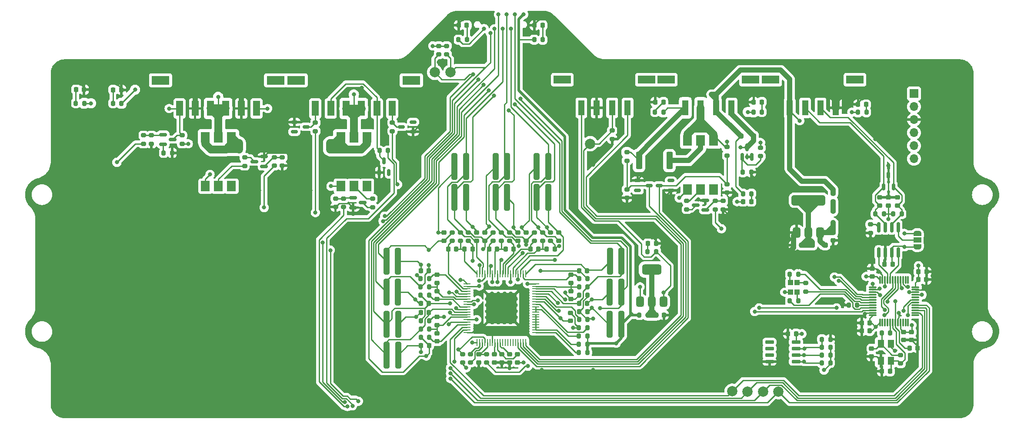
<source format=gbr>
%TF.GenerationSoftware,KiCad,Pcbnew,8.0.2*%
%TF.CreationDate,2024-06-27T20:48:59+03:00*%
%TF.ProjectId,MVBMS,4d56424d-532e-46b6-9963-61645f706362,rev?*%
%TF.SameCoordinates,Original*%
%TF.FileFunction,Copper,L1,Top*%
%TF.FilePolarity,Positive*%
%FSLAX46Y46*%
G04 Gerber Fmt 4.6, Leading zero omitted, Abs format (unit mm)*
G04 Created by KiCad (PCBNEW 8.0.2) date 2024-06-27 20:48:59*
%MOMM*%
%LPD*%
G01*
G04 APERTURE LIST*
G04 Aperture macros list*
%AMRoundRect*
0 Rectangle with rounded corners*
0 $1 Rounding radius*
0 $2 $3 $4 $5 $6 $7 $8 $9 X,Y pos of 4 corners*
0 Add a 4 corners polygon primitive as box body*
4,1,4,$2,$3,$4,$5,$6,$7,$8,$9,$2,$3,0*
0 Add four circle primitives for the rounded corners*
1,1,$1+$1,$2,$3*
1,1,$1+$1,$4,$5*
1,1,$1+$1,$6,$7*
1,1,$1+$1,$8,$9*
0 Add four rect primitives between the rounded corners*
20,1,$1+$1,$2,$3,$4,$5,0*
20,1,$1+$1,$4,$5,$6,$7,0*
20,1,$1+$1,$6,$7,$8,$9,0*
20,1,$1+$1,$8,$9,$2,$3,0*%
%AMFreePoly0*
4,1,19,0.550000,-0.750000,0.000000,-0.750000,0.000000,-0.744911,-0.071157,-0.744911,-0.207708,-0.704816,-0.327430,-0.627875,-0.420627,-0.520320,-0.479746,-0.390866,-0.500000,-0.250000,-0.500000,0.250000,-0.479746,0.390866,-0.420627,0.520320,-0.327430,0.627875,-0.207708,0.704816,-0.071157,0.744911,0.000000,0.744911,0.000000,0.750000,0.550000,0.750000,0.550000,-0.750000,0.550000,-0.750000,
$1*%
%AMFreePoly1*
4,1,19,0.000000,0.744911,0.071157,0.744911,0.207708,0.704816,0.327430,0.627875,0.420627,0.520320,0.479746,0.390866,0.500000,0.250000,0.500000,-0.250000,0.479746,-0.390866,0.420627,-0.520320,0.327430,-0.627875,0.207708,-0.704816,0.071157,-0.744911,0.000000,-0.744911,0.000000,-0.750000,-0.550000,-0.750000,-0.550000,0.750000,0.000000,0.750000,0.000000,0.744911,0.000000,0.744911,
$1*%
G04 Aperture macros list end*
%TA.AperFunction,SMDPad,CuDef*%
%ADD10RoundRect,0.225000X0.250000X-0.225000X0.250000X0.225000X-0.250000X0.225000X-0.250000X-0.225000X0*%
%TD*%
%TA.AperFunction,SMDPad,CuDef*%
%ADD11RoundRect,0.200000X0.200000X0.275000X-0.200000X0.275000X-0.200000X-0.275000X0.200000X-0.275000X0*%
%TD*%
%TA.AperFunction,SMDPad,CuDef*%
%ADD12RoundRect,0.200000X-0.200000X-0.275000X0.200000X-0.275000X0.200000X0.275000X-0.200000X0.275000X0*%
%TD*%
%TA.AperFunction,SMDPad,CuDef*%
%ADD13RoundRect,0.200000X-0.275000X0.200000X-0.275000X-0.200000X0.275000X-0.200000X0.275000X0.200000X0*%
%TD*%
%TA.AperFunction,SMDPad,CuDef*%
%ADD14RoundRect,0.218750X0.218750X0.256250X-0.218750X0.256250X-0.218750X-0.256250X0.218750X-0.256250X0*%
%TD*%
%TA.AperFunction,SMDPad,CuDef*%
%ADD15R,1.780000X2.000000*%
%TD*%
%TA.AperFunction,SMDPad,CuDef*%
%ADD16RoundRect,0.225000X-0.250000X0.225000X-0.250000X-0.225000X0.250000X-0.225000X0.250000X0.225000X0*%
%TD*%
%TA.AperFunction,SMDPad,CuDef*%
%ADD17RoundRect,0.200000X0.275000X-0.200000X0.275000X0.200000X-0.275000X0.200000X-0.275000X-0.200000X0*%
%TD*%
%TA.AperFunction,SMDPad,CuDef*%
%ADD18RoundRect,0.225000X-0.225000X-0.250000X0.225000X-0.250000X0.225000X0.250000X-0.225000X0.250000X0*%
%TD*%
%TA.AperFunction,SMDPad,CuDef*%
%ADD19C,2.000000*%
%TD*%
%TA.AperFunction,SMDPad,CuDef*%
%ADD20RoundRect,0.218750X-0.218750X-0.256250X0.218750X-0.256250X0.218750X0.256250X-0.218750X0.256250X0*%
%TD*%
%TA.AperFunction,SMDPad,CuDef*%
%ADD21R,3.430000X1.650000*%
%TD*%
%TA.AperFunction,SMDPad,CuDef*%
%ADD22R,1.270000X3.000000*%
%TD*%
%TA.AperFunction,SMDPad,CuDef*%
%ADD23RoundRect,0.250000X0.325000X2.350000X-0.325000X2.350000X-0.325000X-2.350000X0.325000X-2.350000X0*%
%TD*%
%TA.AperFunction,SMDPad,CuDef*%
%ADD24RoundRect,0.150000X0.150000X-0.512500X0.150000X0.512500X-0.150000X0.512500X-0.150000X-0.512500X0*%
%TD*%
%TA.AperFunction,SMDPad,CuDef*%
%ADD25R,1.346200X2.997200*%
%TD*%
%TA.AperFunction,SMDPad,CuDef*%
%ADD26R,3.505200X1.727200*%
%TD*%
%TA.AperFunction,SMDPad,CuDef*%
%ADD27RoundRect,0.225000X0.225000X0.250000X-0.225000X0.250000X-0.225000X-0.250000X0.225000X-0.250000X0*%
%TD*%
%TA.AperFunction,SMDPad,CuDef*%
%ADD28RoundRect,0.375000X0.375000X-0.625000X0.375000X0.625000X-0.375000X0.625000X-0.375000X-0.625000X0*%
%TD*%
%TA.AperFunction,SMDPad,CuDef*%
%ADD29RoundRect,0.500000X1.400000X-0.500000X1.400000X0.500000X-1.400000X0.500000X-1.400000X-0.500000X0*%
%TD*%
%TA.AperFunction,SMDPad,CuDef*%
%ADD30RoundRect,0.250000X-0.362500X-1.425000X0.362500X-1.425000X0.362500X1.425000X-0.362500X1.425000X0*%
%TD*%
%TA.AperFunction,SMDPad,CuDef*%
%ADD31RoundRect,0.250000X-0.325000X-2.350000X0.325000X-2.350000X0.325000X2.350000X-0.325000X2.350000X0*%
%TD*%
%TA.AperFunction,SMDPad,CuDef*%
%ADD32RoundRect,0.150000X0.512500X0.150000X-0.512500X0.150000X-0.512500X-0.150000X0.512500X-0.150000X0*%
%TD*%
%TA.AperFunction,SMDPad,CuDef*%
%ADD33RoundRect,0.150000X-0.512500X-0.150000X0.512500X-0.150000X0.512500X0.150000X-0.512500X0.150000X0*%
%TD*%
%TA.AperFunction,SMDPad,CuDef*%
%ADD34RoundRect,0.150000X0.150000X-0.587500X0.150000X0.587500X-0.150000X0.587500X-0.150000X-0.587500X0*%
%TD*%
%TA.AperFunction,SMDPad,CuDef*%
%ADD35RoundRect,0.150000X-0.587500X-0.150000X0.587500X-0.150000X0.587500X0.150000X-0.587500X0.150000X0*%
%TD*%
%TA.AperFunction,SMDPad,CuDef*%
%ADD36RoundRect,0.150000X0.150000X-0.825000X0.150000X0.825000X-0.150000X0.825000X-0.150000X-0.825000X0*%
%TD*%
%TA.AperFunction,SMDPad,CuDef*%
%ADD37RoundRect,0.218750X-0.256250X0.218750X-0.256250X-0.218750X0.256250X-0.218750X0.256250X0.218750X0*%
%TD*%
%TA.AperFunction,SMDPad,CuDef*%
%ADD38R,1.000000X1.000000*%
%TD*%
%TA.AperFunction,SMDPad,CuDef*%
%ADD39RoundRect,0.075000X0.075000X-0.662500X0.075000X0.662500X-0.075000X0.662500X-0.075000X-0.662500X0*%
%TD*%
%TA.AperFunction,SMDPad,CuDef*%
%ADD40RoundRect,0.075000X0.662500X-0.075000X0.662500X0.075000X-0.662500X0.075000X-0.662500X-0.075000X0*%
%TD*%
%TA.AperFunction,SMDPad,CuDef*%
%ADD41RoundRect,0.250000X-0.250000X-0.250000X0.250000X-0.250000X0.250000X0.250000X-0.250000X0.250000X0*%
%TD*%
%TA.AperFunction,SMDPad,CuDef*%
%ADD42RoundRect,0.218750X0.256250X-0.218750X0.256250X0.218750X-0.256250X0.218750X-0.256250X-0.218750X0*%
%TD*%
%TA.AperFunction,SMDPad,CuDef*%
%ADD43RoundRect,0.250000X0.250000X-0.250000X0.250000X0.250000X-0.250000X0.250000X-0.250000X-0.250000X0*%
%TD*%
%TA.AperFunction,SMDPad,CuDef*%
%ADD44O,1.500000X0.250000*%
%TD*%
%TA.AperFunction,SMDPad,CuDef*%
%ADD45O,0.250000X1.500000*%
%TD*%
%TA.AperFunction,ComponentPad*%
%ADD46C,0.800000*%
%TD*%
%TA.AperFunction,SMDPad,CuDef*%
%ADD47R,6.000000X6.000000*%
%TD*%
%TA.AperFunction,SMDPad,CuDef*%
%ADD48RoundRect,0.150000X0.587500X0.150000X-0.587500X0.150000X-0.587500X-0.150000X0.587500X-0.150000X0*%
%TD*%
%TA.AperFunction,SMDPad,CuDef*%
%ADD49FreePoly0,90.000000*%
%TD*%
%TA.AperFunction,SMDPad,CuDef*%
%ADD50R,1.500000X1.000000*%
%TD*%
%TA.AperFunction,SMDPad,CuDef*%
%ADD51FreePoly1,90.000000*%
%TD*%
%TA.AperFunction,SMDPad,CuDef*%
%ADD52RoundRect,0.150000X-0.725000X-0.150000X0.725000X-0.150000X0.725000X0.150000X-0.725000X0.150000X0*%
%TD*%
%TA.AperFunction,ComponentPad*%
%ADD53R,1.700000X1.700000*%
%TD*%
%TA.AperFunction,ComponentPad*%
%ADD54O,1.700000X1.700000*%
%TD*%
%TA.AperFunction,SMDPad,CuDef*%
%ADD55R,1.300000X1.600000*%
%TD*%
%TA.AperFunction,SMDPad,CuDef*%
%ADD56RoundRect,0.250000X0.250000X0.250000X-0.250000X0.250000X-0.250000X-0.250000X0.250000X-0.250000X0*%
%TD*%
%TA.AperFunction,ViaPad*%
%ADD57C,0.800000*%
%TD*%
%TA.AperFunction,Conductor*%
%ADD58C,0.250000*%
%TD*%
%TA.AperFunction,Conductor*%
%ADD59C,1.000000*%
%TD*%
%TA.AperFunction,Conductor*%
%ADD60C,1.500000*%
%TD*%
%TA.AperFunction,Conductor*%
%ADD61C,0.500000*%
%TD*%
G04 APERTURE END LIST*
D10*
%TO.P,C43,1*%
%TO.N,/Battery_Management_System_Right/Filter_Balancing_Block_4/C(n+1:n)_in*%
X203375000Y-149800000D03*
%TO.P,C43,2*%
%TO.N,/Battery_Management_System_Right/Filter_Balancing_Block_4/S(n+1)P*%
X203375000Y-148250000D03*
%TD*%
%TO.P,C24,1*%
%TO.N,/Battery_Management_System_Right/Filter_Balancing_Block_0/C(n+1:n)*%
X179675000Y-166225000D03*
%TO.P,C24,2*%
%TO.N,/Battery_Management_System_Right/Filter_Balancing_Block_0/C(n+1)*%
X179675000Y-164675000D03*
%TD*%
D11*
%TO.P,R11,1*%
%TO.N,Net-(U0-BOOT0)*%
X261433097Y-162350000D03*
%TO.P,R11,2*%
%TO.N,GND*%
X259783097Y-162350000D03*
%TD*%
D12*
%TO.P,R51,1*%
%TO.N,/Battery_Management_System_Right/Filter_Balancing_Block_0/C(n+1:n)_in*%
X176475000Y-167025000D03*
%TO.P,R51,2*%
%TO.N,/Battery_Management_System_Right/Filter_Balancing_Block_0/C(n+1:n)*%
X178125000Y-167025000D03*
%TD*%
D13*
%TO.P,R62,1*%
%TO.N,/Battery_Management_System_Right/Filter_Balancing_Block_1/C(n+1)_in*%
X182575000Y-148200000D03*
%TO.P,R62,2*%
%TO.N,/Battery_Management_System_Right/Filter_Balancing_Block_2/C(n)*%
X182575000Y-149850000D03*
%TD*%
D12*
%TO.P,R13,1*%
%TO.N,+12V*%
X261597500Y-124768750D03*
%TO.P,R13,2*%
%TO.N,Net-(D4-A)*%
X263247500Y-124768750D03*
%TD*%
D14*
%TO.P,D18,1,K*%
%TO.N,GND*%
X110922501Y-120371250D03*
%TO.P,D18,2,A*%
%TO.N,Net-(D18-A)*%
X109347499Y-120371250D03*
%TD*%
D15*
%TO.P,U6,1*%
%TO.N,+3V3*%
X134550000Y-139185000D03*
%TO.P,U6,2*%
%TO.N,Net-(R44-Pad2)*%
X137090000Y-139185000D03*
%TO.P,U6,3*%
%TO.N,unconnected-(U6-Pad3)*%
X139630000Y-139185000D03*
%TO.P,U6,4*%
%TO.N,/Input_Output/RELAY_BAT_SIDE*%
X139630000Y-129655000D03*
%TO.P,U6,5*%
%TO.N,/Input_Output/BAT_PWR*%
X137090000Y-129655000D03*
%TO.P,U6,6*%
%TO.N,/Input_Output/RELAY_BAT_SIDE*%
X134550000Y-129655000D03*
%TD*%
D16*
%TO.P,C21,1*%
%TO.N,Net-(U3-DRIVE)*%
X187775000Y-171950000D03*
%TO.P,C21,2*%
%TO.N,GND*%
X187775000Y-173500000D03*
%TD*%
D17*
%TO.P,R40,1*%
%TO.N,Net-(Q2-D)*%
X167085300Y-143262500D03*
%TO.P,R40,2*%
%TO.N,Net-(R40-Pad2)*%
X167085300Y-141612500D03*
%TD*%
D18*
%TO.P,C6,1*%
%TO.N,+3V3*%
X273378098Y-157390000D03*
%TO.P,C6,2*%
%TO.N,GND*%
X274928098Y-157390000D03*
%TD*%
%TO.P,C19,1*%
%TO.N,Net-(Q0-C)*%
X222285000Y-164270000D03*
%TO.P,C19,2*%
%TO.N,GND*%
X223835000Y-164270000D03*
%TD*%
D16*
%TO.P,C15,1*%
%TO.N,GND*%
X269310000Y-141387500D03*
%TO.P,C15,2*%
%TO.N,/CAN_Transciever/CAN_LOW*%
X269310000Y-142937500D03*
%TD*%
D19*
%TO.P,TP2,1,1*%
%TO.N,/Battery_Management_System_Right/~{CS}*%
X237120000Y-179120000D03*
%TD*%
D11*
%TO.P,R10,1*%
%TO.N,+3V3*%
X256220000Y-173590000D03*
%TO.P,R10,2*%
%TO.N,/Microcontroller/EEPROM_SDA*%
X254570000Y-173590000D03*
%TD*%
D12*
%TO.P,R42,1*%
%TO.N,Net-(Q3-G)*%
X239190000Y-136475000D03*
%TO.P,R42,2*%
%TO.N,GND*%
X240840000Y-136475000D03*
%TD*%
D18*
%TO.P,C3,1*%
%TO.N,+3V3*%
X273385000Y-155862500D03*
%TO.P,C3,2*%
%TO.N,GND*%
X274935000Y-155862500D03*
%TD*%
D20*
%TO.P,D16,1,K*%
%TO.N,GND*%
X222132500Y-122780000D03*
%TO.P,D16,2,A*%
%TO.N,Net-(D16-A)*%
X223707500Y-122780000D03*
%TD*%
D17*
%TO.P,R3,1*%
%TO.N,/Microcontroller/Status_LED_G*%
X251407345Y-159722655D03*
%TO.P,R3,2*%
%TO.N,Net-(D0-GK)*%
X251407345Y-158072655D03*
%TD*%
D11*
%TO.P,R76,1*%
%TO.N,/Battery_Management_System_Right/Filter_Balancing_Block_5/C(n+1:n)_in*%
X208937500Y-158825000D03*
%TO.P,R76,2*%
%TO.N,/Battery_Management_System_Right/Filter_Balancing_Block_5/C(n+1:n)*%
X207287500Y-158825000D03*
%TD*%
D17*
%TO.P,R45,1*%
%TO.N,+12V*%
X130023900Y-130921400D03*
%TO.P,R45,2*%
%TO.N,/Input_Output/~{BAT_COOLING_PWM}*%
X130023900Y-129271400D03*
%TD*%
%TO.P,R83,1*%
%TO.N,/Input_Output/BAT_COOLING_ENABLE*%
X148000000Y-135210000D03*
%TO.P,R83,2*%
%TO.N,Net-(Q4-G)*%
X148000000Y-133560000D03*
%TD*%
D13*
%TO.P,R66,1*%
%TO.N,/Battery_Management_System_Right/Filter_Balancing_Block_3/C(n+1:n)_in*%
X192175000Y-148200000D03*
%TO.P,R66,2*%
%TO.N,/Battery_Management_System_Right/Filter_Balancing_Block_3/C(n+1:n)*%
X192175000Y-149850000D03*
%TD*%
D18*
%TO.P,C33,1*%
%TO.N,/Battery_Management_System_Right/Filter_Balancing_Block_2/C(n)*%
X181800000Y-151425000D03*
%TO.P,C33,2*%
%TO.N,/Battery_Management_System_Right/Filter_Balancing_Block_2/C(n+1:n)*%
X183350000Y-151425000D03*
%TD*%
D12*
%TO.P,R50,1*%
%TO.N,/Battery_Management_System_Right/Filter_Balancing_Block_0/C(n+1)_in*%
X176475000Y-165425000D03*
%TO.P,R50,2*%
%TO.N,/Battery_Management_System_Right/Filter_Balancing_Block_0/C(n+1)*%
X178125000Y-165425000D03*
%TD*%
D21*
%TO.P,J3,*%
%TO.N,*%
X220440000Y-118450000D03*
X204030000Y-118450000D03*
D22*
%TO.P,J3,1,Pin_1*%
%TO.N,/Battery_Management_System_Right/CURRENT_SENSOR_ON*%
X216740000Y-123930000D03*
%TO.P,J3,2,Pin_2*%
%TO.N,/Battery_Management_System_Right/CURRENT_MEASUREMENT*%
X213740000Y-123930000D03*
%TO.P,J3,3,Pin_3*%
%TO.N,GND*%
X210740000Y-123930000D03*
%TO.P,J3,4,Pin_4*%
%TO.N,+5V*%
X207740000Y-123930000D03*
%TD*%
D12*
%TO.P,R46,1*%
%TO.N,Net-(Q5-S)*%
X126418900Y-132696400D03*
%TO.P,R46,2*%
%TO.N,GND*%
X128068900Y-132696400D03*
%TD*%
D23*
%TO.P,R18,1*%
%TO.N,Net-(J1-Pin_20)*%
X215535000Y-166070000D03*
%TO.P,R18,2*%
%TO.N,Net-(U3-S13P)*%
X213285000Y-166070000D03*
%TD*%
D20*
%TO.P,D14,1,K*%
%TO.N,/Input_Output/RELAY_DRAIN*%
X239245000Y-142190000D03*
%TO.P,D14,2,A*%
%TO.N,Net-(D14-A)*%
X240820000Y-142190000D03*
%TD*%
D12*
%TO.P,R17,1*%
%TO.N,Net-(J1-Pin_20)*%
X198562500Y-110640000D03*
%TO.P,R17,2*%
%TO.N,Net-(D6-A)*%
X200212500Y-110640000D03*
%TD*%
D19*
%TO.P,TP0,1,1*%
%TO.N,/Battery_Management_System_Right/TMP_SCL*%
X179200000Y-117000000D03*
%TD*%
D24*
%TO.P,D5,1,A1*%
%TO.N,/CAN_Transciever/CAN_HIGH*%
X266610000Y-139312500D03*
%TO.P,D5,2,A2*%
%TO.N,/CAN_Transciever/CAN_LOW*%
X268510000Y-139312500D03*
%TO.P,D5,3,common*%
%TO.N,GND*%
X267560000Y-137037500D03*
%TD*%
D10*
%TO.P,C25,1*%
%TO.N,/Battery_Management_System_Right/Filter_Balancing_Block_0/C(n)*%
X179675000Y-169400000D03*
%TO.P,C25,2*%
%TO.N,/Battery_Management_System_Right/Filter_Balancing_Block_0/C(n+1:n)*%
X179675000Y-167850000D03*
%TD*%
D23*
%TO.P,R79,1*%
%TO.N,/Battery_Management_System_Right/Filter_Balancing_Block_5/C(n+1:n)_in*%
X215555000Y-153780000D03*
%TO.P,R79,2*%
%TO.N,/Battery_Management_System_Right/Filter_Balancing_Block_5/S(n)P*%
X213305000Y-153780000D03*
%TD*%
D18*
%TO.P,C41,1*%
%TO.N,/Battery_Management_System_Right/Filter_Balancing_Block_4/C(n)*%
X197800000Y-151425000D03*
%TO.P,C41,2*%
%TO.N,/Battery_Management_System_Right/Filter_Balancing_Block_4/C(n+1:n)*%
X199350000Y-151425000D03*
%TD*%
D25*
%TO.P,J6,1,Pin_1*%
%TO.N,/Input_Output/~{BAT_COOLING_PWM}*%
X129520000Y-124040000D03*
%TO.P,J6,2,Pin_2*%
%TO.N,GND*%
X132519999Y-124040000D03*
%TO.P,J6,3,Pin_3*%
%TO.N,/Input_Output/BAT_PWR*%
X135519998Y-124040000D03*
%TO.P,J6,4,Pin_4*%
X138519998Y-124040000D03*
%TO.P,J6,5,Pin_5*%
%TO.N,GND*%
X141519997Y-124040000D03*
%TO.P,J6,6,Pin_6*%
%TO.N,/Input_Output/~{BAT_COOLING_PWM}*%
X144519996Y-124040000D03*
D26*
%TO.P,J6,11*%
%TO.N,N/C*%
X125818598Y-118553600D03*
%TO.P,J6,12*%
X148221398Y-118553600D03*
%TD*%
D12*
%TO.P,R34,1*%
%TO.N,Net-(D8-K)*%
X168430300Y-132245000D03*
%TO.P,R34,2*%
%TO.N,/Input_Output/ESC_COOLING_PWM*%
X170080300Y-132245000D03*
%TD*%
D13*
%TO.P,R44,1*%
%TO.N,Net-(Q4-D)*%
X142180000Y-133585000D03*
%TO.P,R44,2*%
%TO.N,Net-(R44-Pad2)*%
X142180000Y-135235000D03*
%TD*%
D27*
%TO.P,C27,1*%
%TO.N,/Battery_Management_System_Right/Filter_Balancing_Block_0/C(n+1:n)_in*%
X178050000Y-163825000D03*
%TO.P,C27,2*%
%TO.N,/Battery_Management_System_Right/Filter_Balancing_Block_0/S(n+1)P*%
X176500000Y-163825000D03*
%TD*%
D16*
%TO.P,C44,1*%
%TO.N,/Battery_Management_System_Right/Filter_Balancing_Block_5/C(n+1:n)*%
X205675000Y-159650000D03*
%TO.P,C44,2*%
%TO.N,/Battery_Management_System_Right/Filter_Balancing_Block_5/C(n+1)*%
X205675000Y-161200000D03*
%TD*%
D13*
%TO.P,R86,1*%
%TO.N,Net-(Q1-G)*%
X235340000Y-142055000D03*
%TO.P,R86,2*%
%TO.N,GND*%
X235340000Y-143705000D03*
%TD*%
D12*
%TO.P,R5,1*%
%TO.N,/Microcontroller/Status_LED_B*%
X248317345Y-161522655D03*
%TO.P,R5,2*%
%TO.N,Net-(D0-BK)*%
X249967345Y-161522655D03*
%TD*%
D10*
%TO.P,C7,1*%
%TO.N,+3V3*%
X264353098Y-156765000D03*
%TO.P,C7,2*%
%TO.N,GND*%
X264353098Y-155215000D03*
%TD*%
D27*
%TO.P,C13,1*%
%TO.N,+3V3*%
X268335000Y-154362500D03*
%TO.P,C13,2*%
%TO.N,GND*%
X266785000Y-154362500D03*
%TD*%
%TO.P,C26,1*%
%TO.N,/Battery_Management_System_Right/Filter_Balancing_Block_0/C(n)_in*%
X178075000Y-170225000D03*
%TO.P,C26,2*%
%TO.N,/Battery_Management_System_Right/Filter_Balancing_Block_0/S(n)P*%
X176525000Y-170225000D03*
%TD*%
D28*
%TO.P,U1,1,GND*%
%TO.N,GND*%
X249665000Y-148220000D03*
%TO.P,U1,2,VO*%
%TO.N,+3V3*%
X251965000Y-148220000D03*
D29*
X251965000Y-141920000D03*
D28*
%TO.P,U1,3,VI*%
%TO.N,Net-(D1-K)*%
X254265000Y-148220000D03*
%TD*%
D15*
%TO.P,U5,1*%
%TO.N,+3V3*%
X160917800Y-139185000D03*
%TO.P,U5,2*%
%TO.N,Net-(R40-Pad2)*%
X163457800Y-139185000D03*
%TO.P,U5,3*%
%TO.N,unconnected-(U5-Pad3)*%
X165997800Y-139185000D03*
%TO.P,U5,4*%
%TO.N,/Input_Output/RELAY_BAT_SIDE*%
X165997800Y-129655000D03*
%TO.P,U5,5*%
%TO.N,/Input_Output/INV_PWR*%
X163457800Y-129655000D03*
%TO.P,U5,6*%
%TO.N,/Input_Output/RELAY_BAT_SIDE*%
X160917800Y-129655000D03*
%TD*%
D19*
%TO.P,TP1,1,1*%
%TO.N,/Battery_Management_System_Right/TMP_SDA*%
X182300000Y-117000000D03*
%TD*%
%TO.P,TP4,1,1*%
%TO.N,/Battery_Management_System_Right/CURRENT_MEASUREMENT*%
X209460000Y-130900000D03*
%TD*%
D30*
%TO.P,R30,1*%
%TO.N,/Input_Output/RELAY_ESC_SIDE*%
X218972500Y-134200000D03*
%TO.P,R30,2*%
%TO.N,Net-(R30-Pad2)*%
X224897500Y-134200000D03*
%TD*%
D12*
%TO.P,R12,1*%
%TO.N,+3V3*%
X183820000Y-110640000D03*
%TO.P,R12,2*%
%TO.N,Net-(D3-A)*%
X185470000Y-110640000D03*
%TD*%
D23*
%TO.P,R78,1*%
%TO.N,/Battery_Management_System_Right/Filter_Balancing_Block_5/C(n+1)_in*%
X215535000Y-159780000D03*
%TO.P,R78,2*%
%TO.N,/Battery_Management_System_Right/Filter_Balancing_Block_5/S(n+1)P*%
X213285000Y-159780000D03*
%TD*%
D31*
%TO.P,R54,1*%
%TO.N,/Battery_Management_System_Right/Filter_Balancing_Block_0/C(n+1:n)_in*%
X169825000Y-172050000D03*
%TO.P,R54,2*%
%TO.N,/Battery_Management_System_Right/Filter_Balancing_Block_0/S(n)P*%
X172075000Y-172050000D03*
%TD*%
D12*
%TO.P,R57,1*%
%TO.N,/Battery_Management_System_Right/Filter_Balancing_Block_0/C(n+1)_in*%
X176450000Y-160425000D03*
%TO.P,R57,2*%
%TO.N,/Battery_Management_System_Right/Filter_Balancing_Block_1/C(n)*%
X178100000Y-160425000D03*
%TD*%
D27*
%TO.P,C30,1*%
%TO.N,/Battery_Management_System_Right/Filter_Balancing_Block_0/C(n+1)_in*%
X178050000Y-162025000D03*
%TO.P,C30,2*%
%TO.N,/Battery_Management_System_Right/Filter_Balancing_Block_1/S(n)P*%
X176500000Y-162025000D03*
%TD*%
D13*
%TO.P,R82,1*%
%TO.N,Net-(Q5-G)*%
X124030000Y-129271400D03*
%TO.P,R82,2*%
%TO.N,GND*%
X124030000Y-130921400D03*
%TD*%
D17*
%TO.P,R26,1*%
%TO.N,Net-(U3-IPB)*%
X186170000Y-173545000D03*
%TO.P,R26,2*%
%TO.N,Net-(U3-IMB)*%
X186170000Y-171895000D03*
%TD*%
D13*
%TO.P,R2,1*%
%TO.N,+3V3*%
X179990000Y-111855000D03*
%TO.P,R2,2*%
%TO.N,/Battery_Management_System_Right/TMP_SCL*%
X179990000Y-113505000D03*
%TD*%
D11*
%TO.P,R20,1*%
%TO.N,/Battery_Management_System_Right/Filter_Balancing_Block_5/C(n+1)_in*%
X208945000Y-165180000D03*
%TO.P,R20,2*%
%TO.N,Net-(U3-C13)*%
X207295000Y-165180000D03*
%TD*%
D14*
%TO.P,D19,1,K*%
%TO.N,GND*%
X118155001Y-120411250D03*
%TO.P,D19,2,A*%
%TO.N,Net-(D19-A)*%
X116579999Y-120411250D03*
%TD*%
D17*
%TO.P,R85,1*%
%TO.N,/Input_Output/PRECHARGE_ENABLE*%
X233825000Y-143705000D03*
%TO.P,R85,2*%
%TO.N,Net-(Q1-G)*%
X233825000Y-142055000D03*
%TD*%
D12*
%TO.P,R55,1*%
%TO.N,/Battery_Management_System_Right/Filter_Balancing_Block_1/C(n+1)_in*%
X176450000Y-157225000D03*
%TO.P,R55,2*%
%TO.N,/Battery_Management_System_Right/Filter_Balancing_Block_1/C(n+1)*%
X178100000Y-157225000D03*
%TD*%
D18*
%TO.P,C2,1*%
%TO.N,GND*%
X266283098Y-175245000D03*
%TO.P,C2,2*%
%TO.N,/Microcontroller/XTAL_2*%
X267833098Y-175245000D03*
%TD*%
D13*
%TO.P,R28,1*%
%TO.N,Net-(R28-Pad1)*%
X228270000Y-142055000D03*
%TO.P,R28,2*%
%TO.N,Net-(Q1-D)*%
X228270000Y-143705000D03*
%TD*%
D23*
%TO.P,R74,1*%
%TO.N,/Battery_Management_System_Right/Filter_Balancing_Block_4/C(n+1:n)_in*%
X201295000Y-135330000D03*
%TO.P,R74,2*%
%TO.N,/Battery_Management_System_Right/Filter_Balancing_Block_4/S(n)P*%
X199045000Y-135330000D03*
%TD*%
D32*
%TO.P,D13,1,A*%
%TO.N,GND*%
X225160000Y-139990000D03*
%TO.P,D13,2*%
%TO.N,N/C*%
X225160000Y-138090000D03*
%TO.P,D13,3,K*%
%TO.N,/Battery_Management_System_Right/RELAY_BAT_SIDE_VOLTAGE*%
X222885000Y-139040000D03*
%TD*%
D12*
%TO.P,R43,1*%
%TO.N,+12V*%
X239207500Y-140640000D03*
%TO.P,R43,2*%
%TO.N,Net-(D14-A)*%
X240857500Y-140640000D03*
%TD*%
D33*
%TO.P,D12,1,A*%
%TO.N,GND*%
X218710000Y-138090000D03*
%TO.P,D12,2*%
%TO.N,N/C*%
X218710000Y-139990000D03*
%TO.P,D12,3,K*%
%TO.N,/Battery_Management_System_Right/RELAY_ESC_SIDE_VOLTAGE*%
X220985000Y-139040000D03*
%TD*%
D12*
%TO.P,R87,1*%
%TO.N,/Microcontroller/EEPROM_~{WC}*%
X254575000Y-169000000D03*
%TO.P,R87,2*%
%TO.N,GND*%
X256225000Y-169000000D03*
%TD*%
D16*
%TO.P,C9,1*%
%TO.N,+3V3*%
X270450000Y-167587500D03*
%TO.P,C9,2*%
%TO.N,GND*%
X270450000Y-169137500D03*
%TD*%
D12*
%TO.P,R19,1*%
%TO.N,Net-(J1-Pin_20)*%
X207275000Y-166775000D03*
%TO.P,R19,2*%
%TO.N,Net-(U3-C14:13)*%
X208925000Y-166775000D03*
%TD*%
D32*
%TO.P,D11,1,A*%
%TO.N,GND*%
X174985300Y-128575000D03*
%TO.P,D11,2*%
%TO.N,N/C*%
X174985300Y-126675000D03*
%TO.P,D11,3,K*%
%TO.N,Net-(D11-K)*%
X172710300Y-127625000D03*
%TD*%
D34*
%TO.P,Q3,1,G*%
%TO.N,Net-(Q3-G)*%
X239065000Y-133455001D03*
%TO.P,Q3,2,S*%
%TO.N,GND*%
X240965000Y-133455001D03*
%TO.P,Q3,3,D*%
%TO.N,/Input_Output/RELAY_DRAIN*%
X240015000Y-131580000D03*
%TD*%
D11*
%TO.P,R9,1*%
%TO.N,/Microcontroller/XTAL_1*%
X267878098Y-167740000D03*
%TO.P,R9,2*%
%TO.N,Net-(C1-Pad2)*%
X266228098Y-167740000D03*
%TD*%
D13*
%TO.P,R61,1*%
%TO.N,/Battery_Management_System_Right/Filter_Balancing_Block_2/C(n+1:n)_in*%
X184175000Y-148200000D03*
%TO.P,R61,2*%
%TO.N,/Battery_Management_System_Right/Filter_Balancing_Block_2/C(n+1:n)*%
X184175000Y-149850000D03*
%TD*%
D21*
%TO.P,J5,*%
%TO.N,*%
X240685000Y-118450000D03*
X224275000Y-118450000D03*
D22*
%TO.P,J5,1,Pin_1*%
%TO.N,/Input_Output/RELAY_DRAIN*%
X236985000Y-123930000D03*
%TO.P,J5,2,Pin_2*%
%TO.N,+12V*%
X233985000Y-123930000D03*
%TO.P,J5,3,Pin_3*%
%TO.N,/Input_Output/RELAY_BAT_SIDE*%
X230985000Y-123930000D03*
%TO.P,J5,4,Pin_4*%
%TO.N,/Input_Output/RELAY_ESC_SIDE*%
X227985000Y-123930000D03*
%TD*%
D12*
%TO.P,R16,1*%
%TO.N,/CAN_Transciever/V_{ref}*%
X268460000Y-144587500D03*
%TO.P,R16,2*%
%TO.N,/CAN_Transciever/CAN_LOW*%
X270110000Y-144587500D03*
%TD*%
D17*
%TO.P,R0,1*%
%TO.N,+3V3*%
X184660000Y-173545000D03*
%TO.P,R0,2*%
%TO.N,/Battery_Management_System_Right/MISO*%
X184660000Y-171895000D03*
%TD*%
D35*
%TO.P,Q2,1,G*%
%TO.N,Net-(Q2-G)*%
X163320300Y-141447500D03*
%TO.P,Q2,2,S*%
%TO.N,GND*%
X163320300Y-143347500D03*
%TO.P,Q2,3,D*%
%TO.N,Net-(Q2-D)*%
X165195300Y-142397500D03*
%TD*%
D10*
%TO.P,C1,1*%
%TO.N,GND*%
X264253098Y-172365000D03*
%TO.P,C1,2*%
%TO.N,Net-(C1-Pad2)*%
X264253098Y-170815000D03*
%TD*%
D13*
%TO.P,R14,1*%
%TO.N,Net-(U2-Rs)*%
X264050000Y-146615000D03*
%TO.P,R14,2*%
%TO.N,GND*%
X264050000Y-148265000D03*
%TD*%
D11*
%TO.P,R27,1*%
%TO.N,+5V*%
X222305000Y-151897730D03*
%TO.P,R27,2*%
%TO.N,Net-(D7-A)*%
X220655000Y-151897730D03*
%TD*%
D10*
%TO.P,C14,1*%
%TO.N,/CAN_Transciever/CAN_HIGH*%
X265810000Y-142937500D03*
%TO.P,C14,2*%
%TO.N,GND*%
X265810000Y-141387500D03*
%TD*%
D13*
%TO.P,R32,1*%
%TO.N,/Battery_Management_System_Right/RELAY_ESC_SIDE_VOLTAGE*%
X216610000Y-139805000D03*
%TO.P,R32,2*%
%TO.N,GND*%
X216610000Y-141455000D03*
%TD*%
D11*
%TO.P,R23,1*%
%TO.N,Net-(J1-Pin_20)*%
X208925000Y-169975000D03*
%TO.P,R23,2*%
%TO.N,Net-(U3-C15)*%
X207275000Y-169975000D03*
%TD*%
D18*
%TO.P,C47,1*%
%TO.N,/Battery_Management_System_Right/Filter_Balancing_Block_5/C(n+1:n)_in*%
X207337500Y-162025000D03*
%TO.P,C47,2*%
%TO.N,/Battery_Management_System_Right/Filter_Balancing_Block_5/S(n+1)P*%
X208887500Y-162025000D03*
%TD*%
D13*
%TO.P,R65,1*%
%TO.N,/Battery_Management_System_Right/Filter_Balancing_Block_3/C(n+1)_in*%
X193775000Y-148200000D03*
%TO.P,R65,2*%
%TO.N,/Battery_Management_System_Right/Filter_Balancing_Block_3/C(n+1)*%
X193775000Y-149850000D03*
%TD*%
%TO.P,R41,1*%
%TO.N,/Input_Output/RELAY_ENABLE*%
X242639609Y-131692501D03*
%TO.P,R41,2*%
%TO.N,Net-(Q3-G)*%
X242639609Y-133342501D03*
%TD*%
D10*
%TO.P,C28,1*%
%TO.N,/Battery_Management_System_Right/Filter_Balancing_Block_1/C(n+1:n)*%
X179650000Y-158000000D03*
%TO.P,C28,2*%
%TO.N,/Battery_Management_System_Right/Filter_Balancing_Block_1/C(n+1)*%
X179650000Y-156450000D03*
%TD*%
D36*
%TO.P,U2,1,D*%
%TO.N,/CAN_Transciever/CAN_TX*%
X265645000Y-152137500D03*
%TO.P,U2,2,GND*%
%TO.N,GND*%
X266915000Y-152137500D03*
%TO.P,U2,3,VCC*%
%TO.N,+3V3*%
X268185000Y-152137500D03*
%TO.P,U2,4,R*%
%TO.N,/CAN_Transciever/CAN_RX*%
X269455000Y-152137500D03*
%TO.P,U2,5,Vref*%
%TO.N,Net-(JP0-C)*%
X269455000Y-147187500D03*
%TO.P,U2,6,CANL*%
%TO.N,/CAN_Transciever/CAN_LOW*%
X268185000Y-147187500D03*
%TO.P,U2,7,CANH*%
%TO.N,/CAN_Transciever/CAN_HIGH*%
X266915000Y-147187500D03*
%TO.P,U2,8,Rs*%
%TO.N,Net-(U2-Rs)*%
X265645000Y-147187500D03*
%TD*%
D13*
%TO.P,R37,1*%
%TO.N,/Battery_Management_System_Right/RELAY_BAT_SIDE_VOLTAGE*%
X236135000Y-138805000D03*
%TO.P,R37,2*%
%TO.N,GND*%
X236135000Y-140455000D03*
%TD*%
D25*
%TO.P,J2,1,Pin_1*%
%TO.N,Net-(D10-K)*%
X155940000Y-124040000D03*
%TO.P,J2,2,Pin_2*%
%TO.N,Net-(D8-K)*%
X158939999Y-124040000D03*
%TO.P,J2,3,Pin_3*%
%TO.N,/Input_Output/INV_PWR*%
X161939998Y-124040000D03*
%TO.P,J2,4,Pin_4*%
X164939998Y-124040000D03*
%TO.P,J2,5,Pin_5*%
%TO.N,Net-(D8-K)*%
X167939997Y-124040000D03*
%TO.P,J2,6,Pin_6*%
%TO.N,Net-(D11-K)*%
X170939996Y-124040000D03*
D26*
%TO.P,J2,11*%
%TO.N,N/C*%
X152238598Y-118553600D03*
%TO.P,J2,12*%
X174641398Y-118553600D03*
%TD*%
D12*
%TO.P,R15,1*%
%TO.N,/CAN_Transciever/CAN_HIGH*%
X264990000Y-144587500D03*
%TO.P,R15,2*%
%TO.N,/CAN_Transciever/V_{ref}*%
X266640000Y-144587500D03*
%TD*%
D10*
%TO.P,C17,1*%
%TO.N,/Battery_Management_System_Right/Filter_Balancing_Block_5/C(n+1)_in*%
X205650000Y-165425000D03*
%TO.P,C17,2*%
%TO.N,Net-(J1-Pin_20)*%
X205650000Y-163875000D03*
%TD*%
D12*
%TO.P,R56,1*%
%TO.N,/Battery_Management_System_Right/Filter_Balancing_Block_1/C(n+1:n)_in*%
X176450000Y-158835000D03*
%TO.P,R56,2*%
%TO.N,/Battery_Management_System_Right/Filter_Balancing_Block_1/C(n+1:n)*%
X178100000Y-158835000D03*
%TD*%
D11*
%TO.P,R77,1*%
%TO.N,/Battery_Management_System_Right/Filter_Balancing_Block_4/C(n+1)_in*%
X208937500Y-157225000D03*
%TO.P,R77,2*%
%TO.N,/Battery_Management_System_Right/Filter_Balancing_Block_5/C(n)*%
X207287500Y-157225000D03*
%TD*%
D10*
%TO.P,C42,1*%
%TO.N,/Battery_Management_System_Right/Filter_Balancing_Block_3/C(n+1)_in*%
X196975000Y-149800000D03*
%TO.P,C42,2*%
%TO.N,/Battery_Management_System_Right/Filter_Balancing_Block_4/S(n)P*%
X196975000Y-148250000D03*
%TD*%
D13*
%TO.P,R36,1*%
%TO.N,/Input_Output/RELAY_BAT_SIDE*%
X236135000Y-131575000D03*
%TO.P,R36,2*%
%TO.N,/Battery_Management_System_Right/RELAY_BAT_SIDE_VOLTAGE*%
X236135000Y-133225000D03*
%TD*%
D12*
%TO.P,R47,1*%
%TO.N,Net-(D16-A)*%
X222075000Y-124720000D03*
%TO.P,R47,2*%
%TO.N,/Input_Output/RELAY_ESC_SIDE*%
X223725000Y-124720000D03*
%TD*%
D37*
%TO.P,F0,1*%
%TO.N,+12V*%
X256765000Y-140607500D03*
%TO.P,F0,2*%
%TO.N,Net-(D1-A)*%
X256765000Y-142182500D03*
%TD*%
D18*
%TO.P,C32,1*%
%TO.N,/Battery_Management_System_Right/Filter_Balancing_Block_2/C(n+1:n)*%
X185000000Y-151425000D03*
%TO.P,C32,2*%
%TO.N,/Battery_Management_System_Right/Filter_Balancing_Block_2/C(n+1)*%
X186550000Y-151425000D03*
%TD*%
D13*
%TO.P,R39,1*%
%TO.N,Net-(Q2-G)*%
X159867800Y-141572500D03*
%TO.P,R39,2*%
%TO.N,GND*%
X159867800Y-143222500D03*
%TD*%
D38*
%TO.P,D0,1,RK*%
%TO.N,Net-(D0-RK)*%
X248482345Y-157977655D03*
%TO.P,D0,2,GK*%
%TO.N,Net-(D0-GK)*%
X249732345Y-157977655D03*
%TO.P,D0,3,BK*%
%TO.N,Net-(D0-BK)*%
X249732345Y-159827655D03*
%TO.P,D0,4,A*%
%TO.N,+3V3*%
X248482345Y-159827655D03*
%TD*%
D39*
%TO.P,U0,1,VBAT*%
%TO.N,+3V3*%
X265870000Y-165752500D03*
%TO.P,U0,2,PC13*%
%TO.N,unconnected-(U0-PC13-Pad2)*%
X266370000Y-165752500D03*
%TO.P,U0,3,PC14*%
%TO.N,unconnected-(U0-PC14-Pad3)*%
X266870000Y-165752500D03*
%TO.P,U0,4,PC15*%
%TO.N,unconnected-(U0-PC15-Pad4)*%
X267370000Y-165752500D03*
%TO.P,U0,5,RCC_OSC_IN*%
%TO.N,/Microcontroller/XTAL_1*%
X267870000Y-165752500D03*
%TO.P,U0,6,RCC_OSC_OUT*%
%TO.N,/Microcontroller/XTAL_2*%
X268370000Y-165752500D03*
%TO.P,U0,7,NRST*%
%TO.N,/Microcontroller/NRST*%
X268870000Y-165752500D03*
%TO.P,U0,8,VSSA*%
%TO.N,GND*%
X269370000Y-165752500D03*
%TO.P,U0,9,VDDA*%
%TO.N,+3V3*%
X269870000Y-165752500D03*
%TO.P,U0,10,PA0*%
%TO.N,unconnected-(U0-PA0-Pad10)*%
X270370000Y-165752500D03*
%TO.P,U0,11,PA1*%
%TO.N,unconnected-(U0-PA1-Pad11)*%
X270870000Y-165752500D03*
%TO.P,U0,12,PA2*%
%TO.N,unconnected-(U0-PA2-Pad12)*%
X271370000Y-165752500D03*
D40*
%TO.P,U0,13,PA3*%
%TO.N,unconnected-(U0-PA3-Pad13)*%
X272782500Y-164340000D03*
%TO.P,U0,14,PA4*%
%TO.N,/Battery_Management_System_Right/~{CS}*%
X272782500Y-163840000D03*
%TO.P,U0,15,SPI1_SCK*%
%TO.N,/Battery_Management_System_Right/SCK(IPA)*%
X272782500Y-163340000D03*
%TO.P,U0,16,SPI1_MISO*%
%TO.N,/Battery_Management_System_Right/MISO*%
X272782500Y-162840000D03*
%TO.P,U0,17,SPI1_MOSI*%
%TO.N,/Battery_Management_System_Right/MOSI*%
X272782500Y-162340000D03*
%TO.P,U0,18,TIM3_CH3*%
%TO.N,/Input_Output/ESC_L_PWM*%
X272782500Y-161840000D03*
%TO.P,U0,19,TIM3_CH4*%
%TO.N,/Input_Output/ESC_R_PWM*%
X272782500Y-161340000D03*
%TO.P,U0,20,PB2*%
%TO.N,unconnected-(U0-PB2-Pad20)*%
X272782500Y-160840000D03*
%TO.P,U0,21,TIM2_CH3*%
%TO.N,/Input_Output/BAT_COOLING_PWM*%
X272782500Y-160340000D03*
%TO.P,U0,22,TIM2_CH4*%
%TO.N,/Input_Output/BAT_COOLING_ENABLE*%
X272782500Y-159840000D03*
%TO.P,U0,23,VSS*%
%TO.N,GND*%
X272782500Y-159340000D03*
%TO.P,U0,24,VDD*%
%TO.N,+3V3*%
X272782500Y-158840000D03*
D39*
%TO.P,U0,25,PB12*%
%TO.N,unconnected-(U0-PB12-Pad25)*%
X271370000Y-157427500D03*
%TO.P,U0,26,PB13*%
%TO.N,unconnected-(U0-PB13-Pad26)*%
X270870000Y-157427500D03*
%TO.P,U0,27,TIM15_CH1*%
%TO.N,/Input_Output/ESC_COOLING_ENABLE*%
X270370000Y-157427500D03*
%TO.P,U0,28,TIM15_CH2*%
%TO.N,/Input_Output/ESC_COOLING_PWM*%
X269870000Y-157427500D03*
%TO.P,U0,29,PA8*%
%TO.N,/Microcontroller/EEPROM_~{WC}*%
X269370000Y-157427500D03*
%TO.P,U0,30,I2C2_SCL*%
%TO.N,/Microcontroller/EEPROM_SCL*%
X268870000Y-157427500D03*
%TO.P,U0,31,I2C2_SDA*%
%TO.N,/Microcontroller/EEPROM_SDA*%
X268370000Y-157427500D03*
%TO.P,U0,32,CAN_RX*%
%TO.N,/CAN_Transciever/CAN_RX*%
X267870000Y-157427500D03*
%TO.P,U0,33,CAN_TX*%
%TO.N,/CAN_Transciever/CAN_TX*%
X267370000Y-157427500D03*
%TO.P,U0,34,SYS_JTMS-SWDIO*%
%TO.N,/Microcontroller/SWDIO*%
X266870000Y-157427500D03*
%TO.P,U0,35,VSS*%
%TO.N,GND*%
X266370000Y-157427500D03*
%TO.P,U0,36,VDD*%
%TO.N,+3V3*%
X265870000Y-157427500D03*
D40*
%TO.P,U0,37,SYS_JTCK-SWCLK*%
%TO.N,/Microcontroller/SWCLK*%
X264457500Y-158840000D03*
%TO.P,U0,38,I2C1_SCL*%
%TO.N,/Battery_Management_System_Right/TMP_SCL*%
X264457500Y-159340000D03*
%TO.P,U0,39,SYS_JTDO-TRACESWO*%
%TO.N,/Microcontroller/TRACESWO*%
X264457500Y-159840000D03*
%TO.P,U0,40,PB4*%
%TO.N,/Input_Output/RELAY_ENABLE*%
X264457500Y-160340000D03*
%TO.P,U0,41,PB5*%
%TO.N,/Input_Output/PRECHARGE_ENABLE*%
X264457500Y-160840000D03*
%TO.P,U0,42,TIM4_CH1*%
%TO.N,/Microcontroller/Status_LED_R*%
X264457500Y-161340000D03*
%TO.P,U0,43,TIM4_CH2*%
%TO.N,/Microcontroller/Status_LED_G*%
X264457500Y-161840000D03*
%TO.P,U0,44,BOOT0*%
%TO.N,Net-(U0-BOOT0)*%
X264457500Y-162340000D03*
%TO.P,U0,45,TIM4_CH3*%
%TO.N,/Microcontroller/Status_LED_B*%
X264457500Y-162840000D03*
%TO.P,U0,46,I2C1_SDA*%
%TO.N,/Battery_Management_System_Right/TMP_SDA*%
X264457500Y-163340000D03*
%TO.P,U0,47,VSS*%
%TO.N,GND*%
X264457500Y-163840000D03*
%TO.P,U0,48,VDD*%
%TO.N,+3V3*%
X264457500Y-164340000D03*
%TD*%
D11*
%TO.P,R4,1*%
%TO.N,/Microcontroller/Status_LED_R*%
X249967345Y-156322655D03*
%TO.P,R4,2*%
%TO.N,Net-(D0-RK)*%
X248317345Y-156322655D03*
%TD*%
D13*
%TO.P,R67,1*%
%TO.N,/Battery_Management_System_Right/Filter_Balancing_Block_2/C(n+1)_in*%
X190575000Y-148200000D03*
%TO.P,R67,2*%
%TO.N,/Battery_Management_System_Right/Filter_Balancing_Block_3/C(n)*%
X190575000Y-149850000D03*
%TD*%
D27*
%TO.P,C8,1*%
%TO.N,+3V3*%
X263883097Y-165787347D03*
%TO.P,C8,2*%
%TO.N,GND*%
X262333097Y-165787347D03*
%TD*%
D41*
%TO.P,D15,1,K*%
%TO.N,+12V*%
X238777500Y-129430002D03*
%TO.P,D15,2,A*%
%TO.N,/Input_Output/RELAY_DRAIN*%
X241277500Y-129430002D03*
%TD*%
D42*
%TO.P,FB0,1*%
%TO.N,+5V*%
X195275000Y-173512500D03*
%TO.P,FB0,2*%
%TO.N,Net-(U3-VREG)*%
X195275000Y-171937500D03*
%TD*%
D13*
%TO.P,R33,1*%
%TO.N,Net-(D11-K)*%
X170947800Y-126800000D03*
%TO.P,R33,2*%
%TO.N,/Input_Output/ESC_R_PWM*%
X170947800Y-128450000D03*
%TD*%
D10*
%TO.P,C22,1*%
%TO.N,GND*%
X192275000Y-173500000D03*
%TO.P,C22,2*%
%TO.N,Net-(U3-VREG)*%
X192275000Y-171950000D03*
%TD*%
D33*
%TO.P,D10,1,A*%
%TO.N,GND*%
X151872800Y-126680000D03*
%TO.P,D10,2*%
%TO.N,N/C*%
X151872800Y-128580000D03*
%TO.P,D10,3,K*%
%TO.N,Net-(D10-K)*%
X154147800Y-127630000D03*
%TD*%
D20*
%TO.P,D17,1,K*%
%TO.N,GND*%
X241312500Y-122780000D03*
%TO.P,D17,2,A*%
%TO.N,Net-(D17-A)*%
X242887500Y-122780000D03*
%TD*%
D12*
%TO.P,R52,1*%
%TO.N,/Battery_Management_System_Right/Filter_Balancing_Block_0/C(n)_in*%
X176475000Y-168625000D03*
%TO.P,R52,2*%
%TO.N,/Battery_Management_System_Right/Filter_Balancing_Block_0/C(n)*%
X178125000Y-168625000D03*
%TD*%
D17*
%TO.P,R38,1*%
%TO.N,/Input_Output/ESC_COOLING_ENABLE*%
X161465300Y-143222500D03*
%TO.P,R38,2*%
%TO.N,Net-(Q2-G)*%
X161465300Y-141572500D03*
%TD*%
D13*
%TO.P,R70,1*%
%TO.N,/Battery_Management_System_Right/Filter_Balancing_Block_4/C(n+1)_in*%
X201775000Y-148200000D03*
%TO.P,R70,2*%
%TO.N,/Battery_Management_System_Right/Filter_Balancing_Block_4/C(n+1)*%
X201775000Y-149850000D03*
%TD*%
D20*
%TO.P,D4,1,K*%
%TO.N,GND*%
X261635000Y-123268750D03*
%TO.P,D4,2,A*%
%TO.N,Net-(D4-A)*%
X263210000Y-123268750D03*
%TD*%
D13*
%TO.P,R72,1*%
%TO.N,/Battery_Management_System_Right/Filter_Balancing_Block_3/C(n+1)_in*%
X198575000Y-148200000D03*
%TO.P,R72,2*%
%TO.N,/Battery_Management_System_Right/Filter_Balancing_Block_4/C(n)*%
X198575000Y-149850000D03*
%TD*%
D31*
%TO.P,R68,1*%
%TO.N,/Battery_Management_System_Right/Filter_Balancing_Block_3/C(n+1)_in*%
X191045000Y-141340000D03*
%TO.P,R68,2*%
%TO.N,/Battery_Management_System_Right/Filter_Balancing_Block_3/S(n+1)P*%
X193295000Y-141340000D03*
%TD*%
D10*
%TO.P,C23,1*%
%TO.N,GND*%
X193775000Y-173500000D03*
%TO.P,C23,2*%
%TO.N,Net-(U3-VREF1)*%
X193775000Y-171950000D03*
%TD*%
D43*
%TO.P,D1,1,K*%
%TO.N,Net-(D1-K)*%
X256765000Y-146445000D03*
%TO.P,D1,2,A*%
%TO.N,Net-(D1-A)*%
X256765000Y-143945000D03*
%TD*%
D10*
%TO.P,C29,1*%
%TO.N,/Battery_Management_System_Right/Filter_Balancing_Block_1/C(n)*%
X179650000Y-161200000D03*
%TO.P,C29,2*%
%TO.N,/Battery_Management_System_Right/Filter_Balancing_Block_1/C(n+1:n)*%
X179650000Y-159650000D03*
%TD*%
D18*
%TO.P,C40,1*%
%TO.N,/Battery_Management_System_Right/Filter_Balancing_Block_4/C(n+1:n)*%
X201000000Y-151425000D03*
%TO.P,C40,2*%
%TO.N,/Battery_Management_System_Right/Filter_Balancing_Block_4/C(n+1)*%
X202550000Y-151425000D03*
%TD*%
%TO.P,C12,1*%
%TO.N,GND*%
X249077500Y-150695000D03*
%TO.P,C12,2*%
%TO.N,+3V3*%
X250627500Y-150695000D03*
%TD*%
D23*
%TO.P,R64,1*%
%TO.N,/Battery_Management_System_Right/Filter_Balancing_Block_2/C(n+1:n)_in*%
X185304900Y-135340000D03*
%TO.P,R64,2*%
%TO.N,/Battery_Management_System_Right/Filter_Balancing_Block_2/S(n)P*%
X183054900Y-135340000D03*
%TD*%
D10*
%TO.P,C11,1*%
%TO.N,GND*%
X256765000Y-149770000D03*
%TO.P,C11,2*%
%TO.N,Net-(D1-K)*%
X256765000Y-148220000D03*
%TD*%
D17*
%TO.P,R25,1*%
%TO.N,Net-(Q0-B)*%
X189275000Y-173550000D03*
%TO.P,R25,2*%
%TO.N,Net-(U3-DRIVE)*%
X189275000Y-171900000D03*
%TD*%
%TO.P,R81,1*%
%TO.N,/Input_Output/BAT_COOLING_PWM*%
X122500000Y-130921400D03*
%TO.P,R81,2*%
%TO.N,Net-(Q5-G)*%
X122500000Y-129271400D03*
%TD*%
D18*
%TO.P,C37,1*%
%TO.N,/Battery_Management_System_Right/Filter_Balancing_Block_3/C(n)*%
X189800000Y-151425000D03*
%TO.P,C37,2*%
%TO.N,/Battery_Management_System_Right/Filter_Balancing_Block_3/C(n+1:n)*%
X191350000Y-151425000D03*
%TD*%
D44*
%TO.P,U3,1,V+*%
%TO.N,Net-(U3-V+)*%
X198862500Y-167675000D03*
%TO.P,U3,2,C16*%
%TO.N,Net-(U3-C15)*%
X198862500Y-167175000D03*
%TO.P,U3,3,S16N*%
X198862500Y-166675000D03*
%TO.P,U3,4,S16P*%
X198862500Y-166175000D03*
%TO.P,U3,5,C16:15*%
X198862500Y-165675000D03*
%TO.P,U3,6,S15N*%
X198862500Y-165175000D03*
%TO.P,U3,7,S15P*%
X198862500Y-164675000D03*
%TO.P,U3,8,C15*%
X198862500Y-164175000D03*
%TO.P,U3,9,C14*%
%TO.N,Net-(U3-C14)*%
X198862500Y-163675000D03*
%TO.P,U3,10,S14N*%
X198862500Y-163175000D03*
%TO.P,U3,11,S14P*%
X198862500Y-162675000D03*
%TO.P,U3,12,C14:13*%
%TO.N,Net-(U3-C14:13)*%
X198862500Y-162175000D03*
%TO.P,U3,13,S13N*%
%TO.N,/Battery_Management_System_Right/Filter_Balancing_Block_5/C(n+1)_in*%
X198862500Y-161675000D03*
%TO.P,U3,14,S13P*%
%TO.N,Net-(U3-S13P)*%
X198862500Y-161175000D03*
%TO.P,U3,15,C13*%
%TO.N,Net-(U3-C13)*%
X198862500Y-160675000D03*
%TO.P,U3,16,C12*%
%TO.N,/Battery_Management_System_Right/Filter_Balancing_Block_5/C(n+1)*%
X198862500Y-160175000D03*
%TO.P,U3,17,S12N*%
%TO.N,/Battery_Management_System_Right/Filter_Balancing_Block_5/C(n+1:n)_in*%
X198862500Y-159675000D03*
%TO.P,U3,18,S12P*%
%TO.N,/Battery_Management_System_Right/Filter_Balancing_Block_5/S(n+1)P*%
X198862500Y-159175000D03*
%TO.P,U3,19,C12:11*%
%TO.N,/Battery_Management_System_Right/Filter_Balancing_Block_5/C(n+1:n)*%
X198862500Y-158675000D03*
%TO.P,U3,20,S11N*%
%TO.N,/Battery_Management_System_Right/Filter_Balancing_Block_4/C(n+1)_in*%
X198862500Y-158175000D03*
D45*
%TO.P,U3,21,S11P*%
%TO.N,/Battery_Management_System_Right/Filter_Balancing_Block_5/S(n)P*%
X196925000Y-156237500D03*
%TO.P,U3,22,C11*%
%TO.N,/Battery_Management_System_Right/Filter_Balancing_Block_5/C(n)*%
X196425000Y-156237500D03*
%TO.P,U3,23,C10*%
%TO.N,/Battery_Management_System_Right/Filter_Balancing_Block_4/C(n+1)*%
X195925000Y-156237500D03*
%TO.P,U3,24,S10N*%
%TO.N,/Battery_Management_System_Right/Filter_Balancing_Block_4/C(n+1:n)_in*%
X195425000Y-156237500D03*
%TO.P,U3,25,S10P*%
%TO.N,/Battery_Management_System_Right/Filter_Balancing_Block_4/S(n+1)P*%
X194925000Y-156237500D03*
%TO.P,U3,26,C10:9*%
%TO.N,/Battery_Management_System_Right/Filter_Balancing_Block_4/C(n+1:n)*%
X194425000Y-156237500D03*
%TO.P,U3,27,S9N*%
%TO.N,/Battery_Management_System_Right/Filter_Balancing_Block_3/C(n+1)_in*%
X193925000Y-156237500D03*
%TO.P,U3,28,S9P*%
%TO.N,/Battery_Management_System_Right/Filter_Balancing_Block_4/S(n)P*%
X193425000Y-156237500D03*
%TO.P,U3,29,C9*%
%TO.N,/Battery_Management_System_Right/Filter_Balancing_Block_4/C(n)*%
X192925000Y-156237500D03*
%TO.P,U3,30,C8*%
%TO.N,/Battery_Management_System_Right/Filter_Balancing_Block_3/C(n+1)*%
X192425000Y-156237500D03*
%TO.P,U3,31,S8N*%
%TO.N,/Battery_Management_System_Right/Filter_Balancing_Block_3/C(n+1:n)_in*%
X191925000Y-156237500D03*
%TO.P,U3,32,S8P*%
%TO.N,/Battery_Management_System_Right/Filter_Balancing_Block_3/S(n+1)P*%
X191425000Y-156237500D03*
%TO.P,U3,33,C8:7*%
%TO.N,/Battery_Management_System_Right/Filter_Balancing_Block_3/C(n+1:n)*%
X190925000Y-156237500D03*
%TO.P,U3,34,S7N*%
%TO.N,/Battery_Management_System_Right/Filter_Balancing_Block_2/C(n+1)_in*%
X190425000Y-156237500D03*
%TO.P,U3,35,S7P*%
%TO.N,/Battery_Management_System_Right/Filter_Balancing_Block_3/S(n)P*%
X189925000Y-156237500D03*
%TO.P,U3,36,C7*%
%TO.N,/Battery_Management_System_Right/Filter_Balancing_Block_3/C(n)*%
X189425000Y-156237500D03*
%TO.P,U3,37,C6*%
%TO.N,/Battery_Management_System_Right/Filter_Balancing_Block_2/C(n+1)*%
X188925000Y-156237500D03*
%TO.P,U3,38,S6N*%
%TO.N,/Battery_Management_System_Right/Filter_Balancing_Block_2/C(n+1:n)_in*%
X188425000Y-156237500D03*
%TO.P,U3,39,S6P*%
%TO.N,/Battery_Management_System_Right/Filter_Balancing_Block_2/S(n+1)P*%
X187925000Y-156237500D03*
%TO.P,U3,40,C6:5*%
%TO.N,/Battery_Management_System_Right/Filter_Balancing_Block_2/C(n+1:n)*%
X187425000Y-156237500D03*
D44*
%TO.P,U3,41,S5N*%
%TO.N,/Battery_Management_System_Right/Filter_Balancing_Block_1/C(n+1)_in*%
X185487500Y-158175000D03*
%TO.P,U3,42,S5P*%
%TO.N,/Battery_Management_System_Right/Filter_Balancing_Block_2/S(n)P*%
X185487500Y-158675000D03*
%TO.P,U3,43,C5*%
%TO.N,/Battery_Management_System_Right/Filter_Balancing_Block_2/C(n)*%
X185487500Y-159175000D03*
%TO.P,U3,44,C4*%
%TO.N,/Battery_Management_System_Right/Filter_Balancing_Block_1/C(n+1)*%
X185487500Y-159675000D03*
%TO.P,U3,45,S4N*%
%TO.N,/Battery_Management_System_Right/Filter_Balancing_Block_1/C(n+1:n)_in*%
X185487500Y-160175000D03*
%TO.P,U3,46,S4P*%
%TO.N,/Battery_Management_System_Right/Filter_Balancing_Block_1/S(n+1)P*%
X185487500Y-160675000D03*
%TO.P,U3,47,C4:3*%
%TO.N,/Battery_Management_System_Right/Filter_Balancing_Block_1/C(n+1:n)*%
X185487500Y-161175000D03*
%TO.P,U3,48,S3N*%
%TO.N,/Battery_Management_System_Right/Filter_Balancing_Block_0/C(n+1)_in*%
X185487500Y-161675000D03*
%TO.P,U3,49,S3P*%
%TO.N,/Battery_Management_System_Right/Filter_Balancing_Block_1/S(n)P*%
X185487500Y-162175000D03*
%TO.P,U3,50,C3*%
%TO.N,/Battery_Management_System_Right/Filter_Balancing_Block_1/C(n)*%
X185487500Y-162675000D03*
%TO.P,U3,51,C2*%
%TO.N,/Battery_Management_System_Right/Filter_Balancing_Block_0/C(n+1)*%
X185487500Y-163175000D03*
%TO.P,U3,52,S2N*%
%TO.N,/Battery_Management_System_Right/Filter_Balancing_Block_0/C(n+1:n)_in*%
X185487500Y-163675000D03*
%TO.P,U3,53,S2P*%
%TO.N,/Battery_Management_System_Right/Filter_Balancing_Block_0/S(n+1)P*%
X185487500Y-164175000D03*
%TO.P,U3,54,C2:1*%
%TO.N,/Battery_Management_System_Right/Filter_Balancing_Block_0/C(n+1:n)*%
X185487500Y-164675000D03*
%TO.P,U3,55,S1N*%
%TO.N,/Battery_Management_System_Right/Filter_Balancing_Block_0/C(n)_in*%
X185487500Y-165175000D03*
%TO.P,U3,56,S1P*%
%TO.N,/Battery_Management_System_Right/Filter_Balancing_Block_0/S(n)P*%
X185487500Y-165675000D03*
%TO.P,U3,57,C1*%
%TO.N,/Battery_Management_System_Right/Filter_Balancing_Block_0/C(n)*%
X185487500Y-166175000D03*
%TO.P,U3,58,CSB(IMA)*%
%TO.N,/Battery_Management_System_Right/~{CS}*%
X185487500Y-166675000D03*
%TO.P,U3,59,SCK(IPA)*%
%TO.N,/Battery_Management_System_Right/SCK(IPA)*%
X185487500Y-167175000D03*
%TO.P,U3,60,ISOMD*%
%TO.N,GND*%
X185487500Y-167675000D03*
D45*
%TO.P,U3,61,SDI*%
%TO.N,/Battery_Management_System_Right/MOSI*%
X187425000Y-169612500D03*
%TO.P,U3,62,IMB*%
%TO.N,Net-(U3-IMB)*%
X187925000Y-169612500D03*
%TO.P,U3,63,IPB*%
%TO.N,Net-(U3-IPB)*%
X188425000Y-169612500D03*
%TO.P,U3,64,SDO*%
%TO.N,/Battery_Management_System_Right/MISO*%
X188925000Y-169612500D03*
%TO.P,U3,65,DRIVE*%
%TO.N,Net-(U3-DRIVE)*%
X189425000Y-169612500D03*
%TO.P,U3,66,NC*%
%TO.N,unconnected-(U3-NC-Pad66)*%
X189925000Y-169612500D03*
D46*
%TO.P,U3,67,V-*%
%TO.N,GND*%
X194575000Y-165325000D03*
X194575000Y-164125000D03*
X194575000Y-162925000D03*
X194575000Y-161725000D03*
X194575000Y-160525000D03*
X193375000Y-165325000D03*
X193375000Y-164125000D03*
X193375000Y-162925000D03*
X193375000Y-161725000D03*
X193375000Y-160525000D03*
X192175000Y-165325000D03*
X192175000Y-164125000D03*
X192175000Y-162925000D03*
D47*
X192175000Y-162925000D03*
D46*
X192175000Y-161725000D03*
X192175000Y-160525000D03*
X190975000Y-165325000D03*
X190975000Y-164125000D03*
X190975000Y-162925000D03*
X190975000Y-161725000D03*
X190975000Y-160525000D03*
D45*
X190425000Y-169612500D03*
D46*
X189775000Y-165325000D03*
X189775000Y-164125000D03*
X189775000Y-162925000D03*
X189775000Y-161725000D03*
X189775000Y-160525000D03*
D45*
%TO.P,U3,68,VREF2*%
%TO.N,Net-(U3-VREF2)*%
X190925000Y-169612500D03*
%TO.P,U3,69,VREG*%
%TO.N,Net-(U3-VREG)*%
X191425000Y-169612500D03*
%TO.P,U3,70,VREF1*%
%TO.N,Net-(U3-VREF1)*%
X191925000Y-169612500D03*
%TO.P,U3,71,GPIO10*%
%TO.N,unconnected-(U3-GPIO10-Pad71)*%
X192425000Y-169612500D03*
%TO.P,U3,72,GPIO9*%
%TO.N,unconnected-(U3-GPIO9-Pad72)*%
X192925000Y-169612500D03*
%TO.P,U3,73,GPIO8*%
%TO.N,unconnected-(U3-GPIO8-Pad73)*%
X193425000Y-169612500D03*
%TO.P,U3,74,GPIO7*%
%TO.N,unconnected-(U3-GPIO7-Pad74)*%
X193925000Y-169612500D03*
%TO.P,U3,75,GPIO6*%
%TO.N,unconnected-(U3-GPIO6-Pad75)*%
X194425000Y-169612500D03*
%TO.P,U3,76,GPIO5*%
%TO.N,unconnected-(U3-GPIO5-Pad76)*%
X194925000Y-169612500D03*
%TO.P,U3,77,GPIO4*%
%TO.N,/Battery_Management_System_Right/RELAY_BAT_SIDE_VOLTAGE*%
X195425000Y-169612500D03*
%TO.P,U3,78,GPIO3*%
%TO.N,/Battery_Management_System_Right/RELAY_ESC_SIDE_VOLTAGE*%
X195925000Y-169612500D03*
%TO.P,U3,79,GPIO2*%
%TO.N,/Battery_Management_System_Right/CURRENT_SENSOR_ON*%
X196425000Y-169612500D03*
%TO.P,U3,80,GPIO1*%
%TO.N,/Battery_Management_System_Right/CURRENT_MEASUREMENT*%
X196925000Y-169612500D03*
%TD*%
D28*
%TO.P,Q0,1,B*%
%TO.N,Net-(Q0-B)*%
X219160000Y-161707499D03*
%TO.P,Q0,2,C*%
%TO.N,Net-(Q0-C)*%
X221460000Y-161707499D03*
D29*
X221460000Y-155407499D03*
D28*
%TO.P,Q0,3,E*%
%TO.N,+5V*%
X223760000Y-161707499D03*
%TD*%
D24*
%TO.P,D8,1,A*%
%TO.N,GND*%
X168375300Y-136522500D03*
%TO.P,D8,2*%
%TO.N,N/C*%
X170275300Y-136522500D03*
%TO.P,D8,3,K*%
%TO.N,Net-(D8-K)*%
X169325300Y-134247500D03*
%TD*%
D10*
%TO.P,C39,1*%
%TO.N,/Battery_Management_System_Right/Filter_Balancing_Block_3/C(n+1:n)_in*%
X195375000Y-149800000D03*
%TO.P,C39,2*%
%TO.N,/Battery_Management_System_Right/Filter_Balancing_Block_3/S(n+1)P*%
X195375000Y-148250000D03*
%TD*%
D20*
%TO.P,D6,1,K*%
%TO.N,GND*%
X198640000Y-107840000D03*
%TO.P,D6,2,A*%
%TO.N,Net-(D6-A)*%
X200215000Y-107840000D03*
%TD*%
D48*
%TO.P,Q1,1,G*%
%TO.N,Net-(Q1-G)*%
X231912500Y-143830000D03*
%TO.P,Q1,2,S*%
%TO.N,GND*%
X231912500Y-141930000D03*
%TO.P,Q1,3,D*%
%TO.N,Net-(Q1-D)*%
X230037500Y-142880000D03*
%TD*%
D14*
%TO.P,D7,1,K*%
%TO.N,GND*%
X222267501Y-150340000D03*
%TO.P,D7,2,A*%
%TO.N,Net-(D7-A)*%
X220692499Y-150340000D03*
%TD*%
D10*
%TO.P,C16,1*%
%TO.N,/CAN_Transciever/V_{ref}*%
X267560000Y-142937500D03*
%TO.P,C16,2*%
%TO.N,GND*%
X267560000Y-141387500D03*
%TD*%
D11*
%TO.P,R75,1*%
%TO.N,/Battery_Management_System_Right/Filter_Balancing_Block_5/C(n+1)_in*%
X208937500Y-160425000D03*
%TO.P,R75,2*%
%TO.N,/Battery_Management_System_Right/Filter_Balancing_Block_5/C(n+1)*%
X207287500Y-160425000D03*
%TD*%
D10*
%TO.P,C38,1*%
%TO.N,/Battery_Management_System_Right/Filter_Balancing_Block_2/C(n+1)_in*%
X188975000Y-149800000D03*
%TO.P,C38,2*%
%TO.N,/Battery_Management_System_Right/Filter_Balancing_Block_3/S(n)P*%
X188975000Y-148250000D03*
%TD*%
D11*
%TO.P,R21,1*%
%TO.N,Net-(Q0-C)*%
X220680000Y-164272501D03*
%TO.P,R21,2*%
%TO.N,Net-(J1-Pin_20)*%
X219030000Y-164272501D03*
%TD*%
%TO.P,R8,1*%
%TO.N,+3V3*%
X256225000Y-172060000D03*
%TO.P,R8,2*%
%TO.N,/Microcontroller/EEPROM_SCL*%
X254575000Y-172060000D03*
%TD*%
D13*
%TO.P,R1,1*%
%TO.N,+3V3*%
X181510000Y-111855000D03*
%TO.P,R1,2*%
%TO.N,/Battery_Management_System_Right/TMP_SDA*%
X181510000Y-113505000D03*
%TD*%
D49*
%TO.P,JP0,1,A*%
%TO.N,+3V3*%
X273166903Y-150992500D03*
D50*
%TO.P,JP0,2,C*%
%TO.N,Net-(JP0-C)*%
X273166903Y-149692500D03*
D51*
%TO.P,JP0,3,B*%
%TO.N,/CAN_Transciever/V_{ref}*%
X273166903Y-148392500D03*
%TD*%
D52*
%TO.P,IC0,1,NC_1*%
%TO.N,unconnected-(IC0-NC_1-Pad1)*%
X244390000Y-169525001D03*
%TO.P,IC0,2,NC_2*%
%TO.N,unconnected-(IC0-NC_2-Pad2)*%
X244390000Y-170795000D03*
%TO.P,IC0,3,NC_3*%
%TO.N,unconnected-(IC0-NC_3-Pad3)*%
X244390000Y-172065000D03*
%TO.P,IC0,4,VSS*%
%TO.N,GND*%
X244390000Y-173334999D03*
%TO.P,IC0,5,SDA*%
%TO.N,/Microcontroller/EEPROM_SDA*%
X249540000Y-173334999D03*
%TO.P,IC0,6,SCL*%
%TO.N,/Microcontroller/EEPROM_SCL*%
X249540000Y-172065000D03*
%TO.P,IC0,7,~{WC}*%
%TO.N,/Microcontroller/EEPROM_~{WC}*%
X249540000Y-170795000D03*
%TO.P,IC0,8,VCC*%
%TO.N,+3V3*%
X249540000Y-169525001D03*
%TD*%
D11*
%TO.P,R48,1*%
%TO.N,Net-(D17-A)*%
X242895000Y-124720000D03*
%TO.P,R48,2*%
%TO.N,/Input_Output/RELAY_BAT_SIDE*%
X241245000Y-124720000D03*
%TD*%
D12*
%TO.P,R80,1*%
%TO.N,Net-(D19-A)*%
X116547500Y-123031250D03*
%TO.P,R80,2*%
%TO.N,/Input_Output/INV_PWR*%
X118197500Y-123031250D03*
%TD*%
D31*
%TO.P,R73,1*%
%TO.N,/Battery_Management_System_Right/Filter_Balancing_Block_4/C(n+1)_in*%
X199045000Y-141330000D03*
%TO.P,R73,2*%
%TO.N,/Battery_Management_System_Right/Filter_Balancing_Block_4/S(n+1)P*%
X201295000Y-141330000D03*
%TD*%
D19*
%TO.P,TP5,1,1*%
%TO.N,/Battery_Management_System_Right/MOSI*%
X246120000Y-179220000D03*
%TD*%
D31*
%TO.P,R63,1*%
%TO.N,/Battery_Management_System_Right/Filter_Balancing_Block_2/C(n+1)_in*%
X183054900Y-141340000D03*
%TO.P,R63,2*%
%TO.N,/Battery_Management_System_Right/Filter_Balancing_Block_2/S(n+1)P*%
X185304900Y-141340000D03*
%TD*%
D13*
%TO.P,R71,1*%
%TO.N,/Battery_Management_System_Right/Filter_Balancing_Block_4/C(n+1:n)_in*%
X200175000Y-148200000D03*
%TO.P,R71,2*%
%TO.N,/Battery_Management_System_Right/Filter_Balancing_Block_4/C(n+1:n)*%
X200175000Y-149850000D03*
%TD*%
D18*
%TO.P,C46,1*%
%TO.N,/Battery_Management_System_Right/Filter_Balancing_Block_4/C(n+1)_in*%
X207337500Y-155625000D03*
%TO.P,C46,2*%
%TO.N,/Battery_Management_System_Right/Filter_Balancing_Block_5/S(n)P*%
X208887500Y-155625000D03*
%TD*%
D12*
%TO.P,R22,1*%
%TO.N,Net-(U3-V+)*%
X207275000Y-171550000D03*
%TO.P,R22,2*%
%TO.N,Net-(J1-Pin_20)*%
X208925000Y-171550000D03*
%TD*%
D53*
%TO.P,J0,1,Pin_1*%
%TO.N,+3V3*%
X272500000Y-121150000D03*
D54*
%TO.P,J0,2,Pin_2*%
%TO.N,/Microcontroller/SWCLK*%
X272500000Y-123690000D03*
%TO.P,J0,3,Pin_3*%
%TO.N,GND*%
X272500000Y-126229999D03*
%TO.P,J0,4,Pin_4*%
%TO.N,/Microcontroller/SWDIO*%
X272500000Y-128770000D03*
%TO.P,J0,5,Pin_5*%
%TO.N,/Microcontroller/NRST*%
X272500000Y-131310000D03*
%TO.P,J0,6,Pin_6*%
%TO.N,/Microcontroller/TRACESWO*%
X272500000Y-133850000D03*
%TD*%
D12*
%TO.P,R49,1*%
%TO.N,Net-(D18-A)*%
X109310000Y-123031250D03*
%TO.P,R49,2*%
%TO.N,/Input_Output/BAT_PWR*%
X110960000Y-123031250D03*
%TD*%
D27*
%TO.P,C31,1*%
%TO.N,/Battery_Management_System_Right/Filter_Balancing_Block_1/C(n+1:n)_in*%
X178050000Y-155625000D03*
%TO.P,C31,2*%
%TO.N,/Battery_Management_System_Right/Filter_Balancing_Block_1/S(n+1)P*%
X176500000Y-155625000D03*
%TD*%
D31*
%TO.P,R59,1*%
%TO.N,/Battery_Management_System_Right/Filter_Balancing_Block_1/C(n+1:n)_in*%
X169795000Y-159780000D03*
%TO.P,R59,2*%
%TO.N,/Battery_Management_System_Right/Filter_Balancing_Block_1/S(n)P*%
X172045000Y-159780000D03*
%TD*%
D55*
%TO.P,WE-0,1,1*%
%TO.N,/Microcontroller/XTAL_2*%
X268058098Y-173195000D03*
%TO.P,WE-0,2,2*%
%TO.N,GND*%
X268058098Y-169895000D03*
%TO.P,WE-0,3,3*%
%TO.N,Net-(C1-Pad2)*%
X266058098Y-169895000D03*
%TO.P,WE-0,4,4*%
%TO.N,GND*%
X266058098Y-173195000D03*
%TD*%
D11*
%TO.P,R24,1*%
%TO.N,Net-(J1-Pin_20)*%
X208925000Y-168375000D03*
%TO.P,R24,2*%
%TO.N,Net-(U3-C14)*%
X207275000Y-168375000D03*
%TD*%
D10*
%TO.P,C20,1*%
%TO.N,GND*%
X190775000Y-173500000D03*
%TO.P,C20,2*%
%TO.N,Net-(U3-VREF2)*%
X190775000Y-171950000D03*
%TD*%
D35*
%TO.P,Q5,1,G*%
%TO.N,Net-(Q5-G)*%
X126318900Y-129146400D03*
%TO.P,Q5,2,S*%
%TO.N,Net-(Q5-S)*%
X126318900Y-131046400D03*
%TO.P,Q5,3,D*%
%TO.N,/Input_Output/~{BAT_COOLING_PWM}*%
X128193900Y-130096400D03*
%TD*%
D10*
%TO.P,C35,1*%
%TO.N,/Battery_Management_System_Right/Filter_Balancing_Block_2/C(n+1:n)_in*%
X187375000Y-149800000D03*
%TO.P,C35,2*%
%TO.N,/Battery_Management_System_Right/Filter_Balancing_Block_2/S(n+1)P*%
X187375000Y-148250000D03*
%TD*%
D27*
%TO.P,C0,1*%
%TO.N,+3V3*%
X249540000Y-167927500D03*
%TO.P,C0,2*%
%TO.N,GND*%
X247990000Y-167927500D03*
%TD*%
D31*
%TO.P,R53,1*%
%TO.N,/Battery_Management_System_Right/Filter_Balancing_Block_0/C(n+1)_in*%
X169825000Y-166050000D03*
%TO.P,R53,2*%
%TO.N,/Battery_Management_System_Right/Filter_Balancing_Block_0/S(n+1)P*%
X172075000Y-166050000D03*
%TD*%
D19*
%TO.P,TP6,1,1*%
%TO.N,/Battery_Management_System_Right/SCK(IPA)*%
X240120000Y-179220000D03*
%TD*%
D13*
%TO.P,R31,1*%
%TO.N,/Input_Output/RELAY_ESC_SIDE*%
X216610000Y-132575000D03*
%TO.P,R31,2*%
%TO.N,/Battery_Management_System_Right/RELAY_ESC_SIDE_VOLTAGE*%
X216610000Y-134225000D03*
%TD*%
%TO.P,R60,1*%
%TO.N,/Battery_Management_System_Right/Filter_Balancing_Block_2/C(n+1)_in*%
X185775000Y-148200000D03*
%TO.P,R60,2*%
%TO.N,/Battery_Management_System_Right/Filter_Balancing_Block_2/C(n+1)*%
X185775000Y-149850000D03*
%TD*%
D15*
%TO.P,U4,1*%
%TO.N,+3V3*%
X228435000Y-139835000D03*
%TO.P,U4,2*%
%TO.N,Net-(R28-Pad1)*%
X230975000Y-139835000D03*
%TO.P,U4,3*%
%TO.N,unconnected-(U4-Pad3)*%
X233515000Y-139835000D03*
%TO.P,U4,4*%
%TO.N,/Input_Output/RELAY_BAT_SIDE*%
X233515000Y-130305000D03*
%TO.P,U4,5*%
%TO.N,Net-(R30-Pad2)*%
X230975000Y-130305000D03*
%TO.P,U4,6*%
%TO.N,/Input_Output/RELAY_BAT_SIDE*%
X228435000Y-130305000D03*
%TD*%
D17*
%TO.P,R29,1*%
%TO.N,GND*%
X213740000Y-130005000D03*
%TO.P,R29,2*%
%TO.N,/Battery_Management_System_Right/CURRENT_MEASUREMENT*%
X213740000Y-128355000D03*
%TD*%
D13*
%TO.P,R84,1*%
%TO.N,Net-(Q4-G)*%
X149520000Y-133560000D03*
%TO.P,R84,2*%
%TO.N,GND*%
X149520000Y-135210000D03*
%TD*%
D10*
%TO.P,C34,1*%
%TO.N,/Battery_Management_System_Right/Filter_Balancing_Block_1/C(n+1)_in*%
X180975000Y-149800000D03*
%TO.P,C34,2*%
%TO.N,/Battery_Management_System_Right/Filter_Balancing_Block_2/S(n)P*%
X180975000Y-148250000D03*
%TD*%
D56*
%TO.P,D2,1,K*%
%TO.N,Net-(D1-K)*%
X255215000Y-150695000D03*
%TO.P,D2,2,A*%
%TO.N,+3V3*%
X252715000Y-150695000D03*
%TD*%
D21*
%TO.P,J4,*%
%TO.N,*%
X261010000Y-118450000D03*
X244600000Y-118450000D03*
D22*
%TO.P,J4,1,Pin_1*%
%TO.N,GND*%
X257310000Y-123930000D03*
%TO.P,J4,2,Pin_2*%
%TO.N,/CAN_Transciever/CAN_LOW*%
X254310000Y-123930000D03*
%TO.P,J4,3,Pin_3*%
%TO.N,/CAN_Transciever/CAN_HIGH*%
X251310000Y-123930000D03*
%TO.P,J4,4,Pin_4*%
%TO.N,+12V*%
X248310000Y-123930000D03*
%TD*%
D27*
%TO.P,C4,1*%
%TO.N,+3V3*%
X263883097Y-167362500D03*
%TO.P,C4,2*%
%TO.N,GND*%
X262333097Y-167362500D03*
%TD*%
D13*
%TO.P,R35,1*%
%TO.N,Net-(D10-K)*%
X155947800Y-126805000D03*
%TO.P,R35,2*%
%TO.N,/Input_Output/ESC_L_PWM*%
X155947800Y-128455000D03*
%TD*%
D16*
%TO.P,C45,1*%
%TO.N,/Battery_Management_System_Right/Filter_Balancing_Block_5/C(n)*%
X205675000Y-156462500D03*
%TO.P,C45,2*%
%TO.N,/Battery_Management_System_Right/Filter_Balancing_Block_5/C(n+1:n)*%
X205675000Y-158012500D03*
%TD*%
D13*
%TO.P,R7,1*%
%TO.N,Net-(C1-Pad2)*%
X269903098Y-172062347D03*
%TO.P,R7,2*%
%TO.N,/Microcontroller/XTAL_2*%
X269903098Y-173712347D03*
%TD*%
D18*
%TO.P,C5,1*%
%TO.N,/Microcontroller/NRST*%
X271675000Y-170700000D03*
%TO.P,C5,2*%
%TO.N,GND*%
X273225000Y-170700000D03*
%TD*%
D23*
%TO.P,R69,1*%
%TO.N,/Battery_Management_System_Right/Filter_Balancing_Block_3/C(n+1:n)_in*%
X193295000Y-135340000D03*
%TO.P,R69,2*%
%TO.N,/Battery_Management_System_Right/Filter_Balancing_Block_3/S(n)P*%
X191045000Y-135340000D03*
%TD*%
D19*
%TO.P,TP3,1,1*%
%TO.N,/Battery_Management_System_Right/MISO*%
X243120000Y-179220000D03*
%TD*%
D11*
%TO.P,R6,1*%
%TO.N,+3V3*%
X256225000Y-170530000D03*
%TO.P,R6,2*%
%TO.N,/Microcontroller/EEPROM_~{WC}*%
X254575000Y-170530000D03*
%TD*%
D48*
%TO.P,Q4,1,G*%
%TO.N,Net-(Q4-G)*%
X145980000Y-135335000D03*
%TO.P,Q4,2,S*%
%TO.N,GND*%
X145980000Y-133435000D03*
%TO.P,Q4,3,D*%
%TO.N,Net-(Q4-D)*%
X144105000Y-134385000D03*
%TD*%
D31*
%TO.P,R58,1*%
%TO.N,/Battery_Management_System_Right/Filter_Balancing_Block_1/C(n+1)_in*%
X169795000Y-153790000D03*
%TO.P,R58,2*%
%TO.N,/Battery_Management_System_Right/Filter_Balancing_Block_1/S(n+1)P*%
X172045000Y-153790000D03*
%TD*%
D20*
%TO.P,D3,1,K*%
%TO.N,GND*%
X183855000Y-107840000D03*
%TO.P,D3,2,A*%
%TO.N,Net-(D3-A)*%
X185430000Y-107840000D03*
%TD*%
D16*
%TO.P,C10,1*%
%TO.N,+3V3*%
X272050000Y-167587500D03*
%TO.P,C10,2*%
%TO.N,GND*%
X272050000Y-169137500D03*
%TD*%
D18*
%TO.P,C36,1*%
%TO.N,/Battery_Management_System_Right/Filter_Balancing_Block_3/C(n+1:n)*%
X193000000Y-151425000D03*
%TO.P,C36,2*%
%TO.N,/Battery_Management_System_Right/Filter_Balancing_Block_3/C(n+1)*%
X194550000Y-151425000D03*
%TD*%
%TO.P,C18,1*%
%TO.N,/Battery_Management_System_Right/Filter_Balancing_Block_5/C(n+1)_in*%
X207345000Y-163600000D03*
%TO.P,C18,2*%
%TO.N,Net-(U3-S13P)*%
X208895000Y-163600000D03*
%TD*%
D57*
%TO.N,GND*%
X145000000Y-180000000D03*
X120000000Y-125000000D03*
X160000000Y-135000000D03*
X160000000Y-145000000D03*
X105000000Y-130000000D03*
X177200000Y-125000000D03*
X241690000Y-137830000D03*
X150000000Y-155000000D03*
X115000000Y-140000000D03*
X256725000Y-121645000D03*
X188810000Y-112240000D03*
X257360000Y-169000000D03*
X105000000Y-160000000D03*
X170000000Y-115000000D03*
X274935000Y-154700000D03*
X180000000Y-125000000D03*
X132519999Y-120019999D03*
X135000000Y-180000000D03*
X225000000Y-150000000D03*
X260000000Y-175000000D03*
X150000000Y-115000000D03*
X230000000Y-155000000D03*
X110000000Y-175000000D03*
X155000000Y-170000000D03*
X266915000Y-150600000D03*
X110000000Y-115000000D03*
X140000000Y-145000000D03*
X105000000Y-120000000D03*
X105000000Y-180000000D03*
X145000000Y-150000000D03*
X240000000Y-115000000D03*
X245000000Y-160000000D03*
X255000000Y-140000000D03*
X130000000Y-145000000D03*
X129196400Y-132696400D03*
X275000000Y-120000000D03*
X155000000Y-180000000D03*
X165000000Y-170000000D03*
X270000000Y-135000000D03*
X190425108Y-167850000D03*
X115000000Y-160000000D03*
X220000000Y-175000000D03*
X240000000Y-165000000D03*
X280000000Y-125000000D03*
X155000000Y-160000000D03*
X260000000Y-115000000D03*
X280000000Y-165000000D03*
X125000000Y-160000000D03*
X163320300Y-144530000D03*
X141519997Y-121119997D03*
X240024999Y-133455001D03*
X220000000Y-115000000D03*
X200000000Y-115000000D03*
X110000000Y-125000000D03*
X236760000Y-141650000D03*
X250000000Y-165000000D03*
X235000000Y-160000000D03*
X245000000Y-140000000D03*
X120000000Y-175000000D03*
X160000000Y-165000000D03*
X272065000Y-173050000D03*
X262931785Y-164065000D03*
X109900000Y-118900000D03*
X130000000Y-165000000D03*
X110000000Y-145000000D03*
X210000000Y-175000000D03*
X130000000Y-155000000D03*
X110000000Y-165000000D03*
X205000000Y-110000000D03*
X270000000Y-125000000D03*
X235000000Y-150000000D03*
X120000000Y-155000000D03*
X236250000Y-144615000D03*
X110000000Y-135000000D03*
X285000000Y-160000000D03*
X140000000Y-115000000D03*
X187490000Y-166660000D03*
X265000000Y-120000000D03*
X265690000Y-155810000D03*
X245000000Y-130000000D03*
X166922500Y-136522500D03*
X240050000Y-122780000D03*
X221350000Y-148900000D03*
X130000000Y-115000000D03*
X260000000Y-155000000D03*
X230000000Y-165000000D03*
X165000000Y-180000000D03*
X150000000Y-175000000D03*
X235000000Y-170000000D03*
X275000000Y-130000000D03*
X193770000Y-174630000D03*
X242439999Y-173334999D03*
X250000000Y-175000000D03*
X187775000Y-174625000D03*
X240000000Y-145000000D03*
X275000000Y-140000000D03*
X264050000Y-149350000D03*
X135000000Y-150000000D03*
X165000000Y-120000000D03*
X110000000Y-155000000D03*
X260000000Y-145000000D03*
X149520000Y-136380000D03*
X130000000Y-175000000D03*
X152200000Y-133540000D03*
X280000000Y-145000000D03*
X160000000Y-115000000D03*
X165000000Y-160000000D03*
X115000000Y-170000000D03*
X145000000Y-170000000D03*
X230530000Y-141750000D03*
X258550000Y-161700000D03*
X115000000Y-120000000D03*
X200000000Y-175000000D03*
X265000000Y-130000000D03*
X240000000Y-155000000D03*
X240000000Y-175000000D03*
X125000000Y-150000000D03*
X140000000Y-155000000D03*
X250000000Y-155000000D03*
X262700000Y-121800000D03*
X267560000Y-135190000D03*
X268760000Y-171250000D03*
X151872800Y-124672800D03*
X220900000Y-122780000D03*
X255000000Y-130000000D03*
X219700000Y-136900000D03*
X130000000Y-135000000D03*
X216610000Y-142590000D03*
X140000000Y-175000000D03*
X255000000Y-120000000D03*
X210000000Y-135000000D03*
X285000000Y-150000000D03*
X185000000Y-106300000D03*
X120000000Y-115000000D03*
X180000000Y-115000000D03*
X246732500Y-167927500D03*
X120000000Y-145000000D03*
X125000000Y-180000000D03*
X199900000Y-106300000D03*
X115000000Y-130000000D03*
X115000000Y-150000000D03*
X180000000Y-175000000D03*
X225000000Y-170000000D03*
X260000000Y-165000000D03*
X115000000Y-180000000D03*
X150000000Y-165000000D03*
X135000000Y-160000000D03*
X160000000Y-175000000D03*
X160000000Y-155000000D03*
X140000000Y-165000000D03*
X215000000Y-120000000D03*
X155000000Y-150000000D03*
X248005000Y-152282500D03*
X124030000Y-132010000D03*
X105000000Y-150000000D03*
X145000000Y-140000000D03*
X210740000Y-121740000D03*
X230000000Y-175000000D03*
X125000000Y-170000000D03*
X260000000Y-135000000D03*
X175000000Y-180000000D03*
X270000000Y-115000000D03*
X274960000Y-159350000D03*
X250000000Y-135000000D03*
X280000000Y-115000000D03*
X257925000Y-121645000D03*
X117000000Y-118950000D03*
X145000000Y-160000000D03*
X256770000Y-150890000D03*
X150000000Y-145000000D03*
X105000000Y-140000000D03*
X280000000Y-175000000D03*
X135000000Y-170000000D03*
X120000000Y-165000000D03*
X140058600Y-136898600D03*
X280000000Y-155000000D03*
X250000000Y-115000000D03*
X269585000Y-163910000D03*
X245000000Y-150000000D03*
X280000000Y-135000000D03*
X120000000Y-135000000D03*
X275000000Y-150000000D03*
X155000000Y-140000000D03*
X262333097Y-168783097D03*
X264253098Y-173500000D03*
X215000000Y-140000000D03*
X125000000Y-140000000D03*
X223070000Y-166580000D03*
X230000000Y-115000000D03*
X223900000Y-142600000D03*
X210000000Y-115000000D03*
%TO.N,+3V3*%
X265040000Y-166570000D03*
X272120000Y-166230000D03*
X254765000Y-141420000D03*
X249165000Y-141420000D03*
X188790000Y-108480000D03*
X273385000Y-154675000D03*
X249165000Y-142420000D03*
X263190000Y-156765000D03*
X254765000Y-142420000D03*
X159000000Y-139185000D03*
X270672500Y-150992500D03*
X135440600Y-136898600D03*
X250700000Y-167925000D03*
X226797500Y-141472500D03*
X178830000Y-111855000D03*
X247357345Y-159827655D03*
X185350000Y-174550000D03*
X255000000Y-175000000D03*
%TO.N,/CAN_Transciever/V_{ref}*%
X270662500Y-148392500D03*
X267560000Y-145562500D03*
%TO.N,+12V*%
X131210000Y-130921400D03*
X260421250Y-124768750D03*
X250260000Y-126440000D03*
X233080000Y-121325000D03*
%TO.N,/Input_Output/RELAY_DRAIN*%
X238060000Y-142190000D03*
X238760000Y-131580000D03*
%TO.N,/Battery_Management_System_Right/TMP_SCL*%
X257430000Y-162875000D03*
X265801507Y-159115484D03*
X186630000Y-117400000D03*
X242350801Y-162875000D03*
X169438943Y-145021057D03*
%TO.N,/Battery_Management_System_Right/TMP_SDA*%
X190010000Y-109346000D03*
X241500000Y-163600000D03*
X169138010Y-145974704D03*
%TO.N,/Battery_Management_System_Right/MISO*%
X182264396Y-175630313D03*
X183775000Y-171010000D03*
%TO.N,/Battery_Management_System_Right/SCK(IPA)*%
X182264393Y-174605004D03*
X183050000Y-173340000D03*
%TO.N,/Battery_Management_System_Right/MOSI*%
X182264396Y-176655618D03*
X186470000Y-169610000D03*
%TO.N,/Microcontroller/NRST*%
X268860000Y-161550000D03*
%TO.N,/Microcontroller/TRACESWO*%
X265890000Y-160410000D03*
%TO.N,/Microcontroller/SWDIO*%
X266868729Y-158708729D03*
%TO.N,/Microcontroller/SWCLK*%
X264457500Y-158222500D03*
%TO.N,/Battery_Management_System_Right/Filter_Balancing_Block_0/C(n)_in*%
X187350000Y-165174522D03*
X177550000Y-172250000D03*
X187670000Y-118440000D03*
%TO.N,/Input_Output/RELAY_ENABLE*%
X257025551Y-156880001D03*
X242639609Y-130670000D03*
%TO.N,/Input_Output/PRECHARGE_ENABLE*%
X235026802Y-147473198D03*
X257835280Y-157605001D03*
%TO.N,/Battery_Management_System_Right/Filter_Balancing_Block_0/C(n+1)*%
X183375000Y-162950000D03*
X180975000Y-164675000D03*
%TO.N,/Battery_Management_System_Right/Filter_Balancing_Block_0/S(n+1)P*%
X175575000Y-164625000D03*
X182175000Y-163825000D03*
%TO.N,/Battery_Management_System_Right/Filter_Balancing_Block_0/C(n+1:n)_in*%
X190810000Y-108520000D03*
%TO.N,/Battery_Management_System_Right/Filter_Balancing_Block_0/S(n)P*%
X181949847Y-166099847D03*
X176525000Y-171525000D03*
%TO.N,/Battery_Management_System_Right/Filter_Balancing_Block_1/C(n+1:n)_in*%
X191610000Y-105730000D03*
X183475000Y-159725000D03*
X178050000Y-154525000D03*
%TO.N,/Battery_Management_System_Right/Filter_Balancing_Block_1/S(n+1)P*%
X181975000Y-159925000D03*
X176500000Y-154450000D03*
%TO.N,/Battery_Management_System_Right/Filter_Balancing_Block_1/S(n)P*%
X175410000Y-161250000D03*
X186875000Y-162174398D03*
%TO.N,/Battery_Management_System_Right/Filter_Balancing_Block_0/C(n+1)_in*%
X182175000Y-162025000D03*
X188700000Y-119467347D03*
X187575000Y-161425000D03*
%TO.N,/Battery_Management_System_Right/Filter_Balancing_Block_2/C(n+1)*%
X187870438Y-157585444D03*
X186550000Y-153725000D03*
%TO.N,/Battery_Management_System_Right/Filter_Balancing_Block_2/C(n+1:n)_in*%
X192410000Y-108520000D03*
%TO.N,/Battery_Management_System_Right/Filter_Balancing_Block_2/S(n+1)P*%
X186580000Y-147110000D03*
X187916754Y-154525000D03*
%TO.N,/Battery_Management_System_Right/Filter_Balancing_Block_2/S(n)P*%
X179850000Y-148250000D03*
X187840000Y-158640000D03*
%TO.N,/Battery_Management_System_Right/Filter_Balancing_Block_1/C(n+1)_in*%
X184230000Y-157470000D03*
X178050000Y-151600000D03*
X189732195Y-120502195D03*
X175725000Y-156500000D03*
%TO.N,/Battery_Management_System_Right/Filter_Balancing_Block_3/C(n+1:n)_in*%
X193210000Y-105730000D03*
X192198153Y-153541419D03*
X195562653Y-150821763D03*
%TO.N,/Battery_Management_System_Right/Filter_Balancing_Block_3/S(n+1)P*%
X191419743Y-157825000D03*
X194575000Y-147225000D03*
%TO.N,/Battery_Management_System_Right/Filter_Balancing_Block_3/S(n)P*%
X190150000Y-154725000D03*
X189770000Y-147060000D03*
%TO.N,/Battery_Management_System_Right/Filter_Balancing_Block_2/C(n+1)_in*%
X190419740Y-157825000D03*
X188641754Y-151425000D03*
X190757500Y-121527500D03*
%TO.N,/Battery_Management_System_Right/Filter_Balancing_Block_4/C(n+1)*%
X203450000Y-150850000D03*
X202575000Y-153525000D03*
%TO.N,/Battery_Management_System_Right/Filter_Balancing_Block_4/C(n+1:n)_in*%
X195424393Y-157388078D03*
X199400000Y-147225000D03*
X194010001Y-108530000D03*
%TO.N,/Battery_Management_System_Right/Filter_Balancing_Block_4/S(n)P*%
X196287653Y-152150000D03*
X196175000Y-147225000D03*
%TO.N,/Battery_Management_System_Right/Filter_Balancing_Block_3/C(n+1)_in*%
X193610306Y-124385612D03*
X193925065Y-157825000D03*
X197012653Y-150567024D03*
%TO.N,/Battery_Management_System_Right/Filter_Balancing_Block_5/C(n+1)*%
X203132668Y-161967332D03*
X204600477Y-159921106D03*
%TO.N,/Battery_Management_System_Right/Filter_Balancing_Block_5/S(n+1)P*%
X204575000Y-161225000D03*
X209775000Y-161225000D03*
%TO.N,/Battery_Management_System_Right/Filter_Balancing_Block_5/C(n+1:n)_in*%
X194810000Y-105730000D03*
%TO.N,/Battery_Management_System_Right/Filter_Balancing_Block_4/C(n+1)_in*%
X201050000Y-147225000D03*
X199745892Y-155679108D03*
X197250000Y-158175000D03*
X194800000Y-123200000D03*
%TO.N,/Battery_Management_System_Right/Filter_Balancing_Block_5/C(n+1)_in*%
X211350000Y-162930000D03*
X203675000Y-164925000D03*
X195887653Y-122112347D03*
X210000000Y-164975000D03*
%TO.N,/Input_Output/~{BAT_COOLING_PWM}*%
X127481400Y-124056400D03*
X146631400Y-124056400D03*
%TO.N,+5V*%
X223760000Y-159880000D03*
X196487499Y-173512500D03*
%TO.N,Net-(J1-Pin_20)*%
X206125000Y-166775000D03*
X214510000Y-169790000D03*
X196490000Y-105730000D03*
%TO.N,Net-(U3-S13P)*%
X209800000Y-162820000D03*
X203375000Y-163425000D03*
%TO.N,Net-(Q0-B)*%
X219160000Y-158780000D03*
X197360000Y-174237500D03*
%TO.N,/Input_Output/RELAY_BAT_SIDE*%
X141090000Y-130810000D03*
X240160000Y-124720000D03*
X236135000Y-130475000D03*
X158800000Y-132010000D03*
X158800000Y-130800000D03*
X230985000Y-126485000D03*
X230990000Y-127955000D03*
X141092426Y-132000000D03*
%TO.N,/Microcontroller/EEPROM_SCL*%
X266758391Y-164303409D03*
X251095000Y-172065000D03*
%TO.N,/Input_Output/BAT_COOLING_ENABLE*%
X271592504Y-159842322D03*
X145980000Y-143340000D03*
%TO.N,/Microcontroller/EEPROM_~{WC}*%
X251205000Y-170795000D03*
X267310305Y-161707347D03*
%TO.N,/Input_Output/BAT_COOLING_PWM*%
X274070000Y-160340000D03*
X117300000Y-134530000D03*
%TO.N,/Microcontroller/EEPROM_SDA*%
X266826982Y-163305760D03*
X251085000Y-173334999D03*
%TO.N,/Input_Output/INV_PWR*%
X163450000Y-121320000D03*
X120838750Y-120390000D03*
%TO.N,/Input_Output/BAT_PWR*%
X137030000Y-121800000D03*
X112251250Y-123031250D03*
%TO.N,/Input_Output/ESC_COOLING_PWM*%
X270170074Y-159058813D03*
X163182349Y-181974893D03*
%TO.N,/Input_Output/ESC_COOLING_ENABLE*%
X271359352Y-158765000D03*
X162190672Y-182103652D03*
%TO.N,/Input_Output/ESC_R_PWM*%
X171947650Y-138850000D03*
X164332958Y-181074892D03*
X270489632Y-163483808D03*
X158860000Y-151652718D03*
%TO.N,/Input_Output/ESC_L_PWM*%
X157410000Y-150164360D03*
X271340000Y-164330000D03*
X155950000Y-144310000D03*
X161670000Y-181249893D03*
%TD*%
D58*
%TO.N,GND*%
X240840000Y-136475000D02*
X240840000Y-136980000D01*
X265095000Y-155215000D02*
X265690000Y-155810000D01*
X162470300Y-142497500D02*
X160592800Y-142497500D01*
X193775000Y-173725000D02*
X193775000Y-173500000D01*
X190425108Y-167850000D02*
X190425000Y-167850108D01*
X273225000Y-171890000D02*
X272065000Y-173050000D01*
X149520000Y-136380000D02*
X149520000Y-135210000D01*
X274928098Y-155869402D02*
X274935000Y-155862500D01*
X198640000Y-107560000D02*
X199900000Y-106300000D01*
X213740000Y-131260000D02*
X210000000Y-135000000D01*
X225160000Y-139990000D02*
X223900000Y-141250000D01*
X274928098Y-157390000D02*
X274928098Y-155869402D01*
X265228098Y-172365000D02*
X266058098Y-173195000D01*
X193775000Y-174625000D02*
X193775000Y-173500000D01*
X268058098Y-170548098D02*
X268760000Y-171250000D01*
X216610000Y-142590000D02*
X216610000Y-141455000D01*
X273225000Y-170700000D02*
X273225000Y-170312500D01*
X220720000Y-122780000D02*
X220700000Y-122800000D01*
X151420000Y-132760000D02*
X146655000Y-132760000D01*
X244390000Y-173334999D02*
X242439999Y-173334999D01*
X257360000Y-169000000D02*
X256225000Y-169000000D01*
X267560000Y-137037500D02*
X267560000Y-135190000D01*
X223835000Y-165815000D02*
X223835000Y-164270000D01*
D59*
X249077500Y-148807500D02*
X249077500Y-150695000D01*
D58*
X264253098Y-172365000D02*
X265228098Y-172365000D01*
X270450000Y-169137500D02*
X272050000Y-169137500D01*
D60*
X257310000Y-122230000D02*
X256725000Y-121645000D01*
X257310000Y-123930000D02*
X257310000Y-122230000D01*
D58*
X190775000Y-173725000D02*
X190775000Y-173500000D01*
X256767500Y-150892500D02*
X256765000Y-150892500D01*
D59*
X249077500Y-150695000D02*
X249077500Y-151210000D01*
D58*
X177200000Y-126360300D02*
X177200000Y-125000000D01*
X193770000Y-174630000D02*
X193775000Y-174625000D01*
X247990000Y-167927500D02*
X246732500Y-167927500D01*
X210740000Y-121740000D02*
X210740000Y-123930000D01*
X272772500Y-159350000D02*
X274960000Y-159350000D01*
X236135000Y-141025000D02*
X236135000Y-140455000D01*
X183855000Y-107840000D02*
X183855000Y-107445000D01*
X124030000Y-132010000D02*
X124030000Y-130921400D01*
X151872800Y-124672800D02*
X151872800Y-126680000D01*
X273225000Y-170700000D02*
X273225000Y-171890000D01*
X266915000Y-152137500D02*
X266915000Y-154232500D01*
X163320300Y-144530000D02*
X163320300Y-143347500D01*
X146655000Y-132760000D02*
X145980000Y-133435000D01*
X160592800Y-142497500D02*
X159867800Y-143222500D01*
X269585000Y-164732236D02*
X269370000Y-164947236D01*
X261635000Y-122865000D02*
X261635000Y-123268750D01*
D59*
X141519997Y-121119997D02*
X141519997Y-124040000D01*
D58*
X190425000Y-167850108D02*
X190425000Y-169612500D01*
X223900000Y-141250000D02*
X223900000Y-142600000D01*
X183855000Y-107445000D02*
X185000000Y-106300000D01*
X109900000Y-118900000D02*
X110922501Y-119922501D01*
D59*
X249077500Y-151210000D02*
X248005000Y-152282500D01*
D60*
X257310000Y-122260000D02*
X257925000Y-121645000D01*
D58*
X259783097Y-162350000D02*
X259200000Y-162350000D01*
X265810000Y-141387500D02*
X269310000Y-141387500D01*
X256770000Y-150890000D02*
X256767500Y-150892500D01*
X259200000Y-162350000D02*
X258550000Y-161700000D01*
X262333097Y-168783097D02*
X262333097Y-167362500D01*
X213740000Y-130005000D02*
X213740000Y-131260000D01*
X240024999Y-133455001D02*
X240965000Y-133455001D01*
X268058098Y-169895000D02*
X268058098Y-170548098D01*
X269370000Y-164947236D02*
X269370000Y-165752500D01*
X266360000Y-156480000D02*
X265690000Y-155810000D01*
X166922500Y-136522500D02*
X168375300Y-136522500D01*
X262700000Y-121800000D02*
X261635000Y-122865000D01*
X187775000Y-174625000D02*
X187775000Y-173500000D01*
X220900000Y-122780000D02*
X222132500Y-122780000D01*
X190775000Y-173500000D02*
X193775000Y-173500000D01*
X218710000Y-138090000D02*
X218710000Y-137890000D01*
X192275000Y-173725000D02*
X192275000Y-173500000D01*
X262931785Y-164065000D02*
X263146785Y-163850000D01*
X264253098Y-173500000D02*
X264253098Y-172365000D01*
X110922501Y-119922501D02*
X110922501Y-120371250D01*
X231912500Y-141930000D02*
X230710000Y-141930000D01*
X118155001Y-120105001D02*
X117000000Y-118950000D01*
X264050000Y-149350000D02*
X264050000Y-148265000D01*
D59*
X249665000Y-148220000D02*
X249077500Y-148807500D01*
D58*
X266915000Y-154232500D02*
X266785000Y-154362500D01*
X263146785Y-163850000D02*
X264447500Y-163850000D01*
X236250000Y-144615000D02*
X235340000Y-143705000D01*
X129196400Y-132696400D02*
X128068900Y-132696400D01*
X266283098Y-173420000D02*
X266058098Y-173195000D01*
X218710000Y-137890000D02*
X219700000Y-136900000D01*
X223070000Y-166580000D02*
X223835000Y-165815000D01*
X220900000Y-122780000D02*
X220720000Y-122780000D01*
X240050000Y-122780000D02*
X241312500Y-122780000D01*
X163320300Y-143347500D02*
X162470300Y-142497500D01*
D60*
X256725000Y-121645000D02*
X257925000Y-121645000D01*
D58*
X266283098Y-175245000D02*
X266283098Y-173420000D01*
X266915000Y-150600000D02*
X266915000Y-152137500D01*
X266360000Y-157437500D02*
X266360000Y-156480000D01*
X264353098Y-155215000D02*
X265095000Y-155215000D01*
X262333097Y-165787347D02*
X262333097Y-167362500D01*
X230710000Y-141930000D02*
X230530000Y-141750000D01*
D59*
X132519999Y-120019999D02*
X132519999Y-124040000D01*
D58*
X187490000Y-166660000D02*
X186475000Y-167675000D01*
X273225000Y-170312500D02*
X272050000Y-169137500D01*
X198640000Y-107840000D02*
X198640000Y-107560000D01*
X267560000Y-141387500D02*
X267560000Y-137037500D01*
X152200000Y-133540000D02*
X151420000Y-132760000D01*
X222267501Y-150340000D02*
X222267501Y-149817501D01*
X274935000Y-154700000D02*
X274935000Y-155862500D01*
X174985300Y-128575000D02*
X177200000Y-126360300D01*
X186475000Y-167675000D02*
X185487500Y-167675000D01*
X236760000Y-141650000D02*
X236135000Y-141025000D01*
X269585000Y-163910000D02*
X269585000Y-164732236D01*
X240840000Y-136980000D02*
X241690000Y-137830000D01*
X256765000Y-150892500D02*
X256765000Y-149770000D01*
X222267501Y-149817501D02*
X221350000Y-148900000D01*
X118155001Y-120411250D02*
X118155001Y-120105001D01*
D60*
X257310000Y-123930000D02*
X257310000Y-122260000D01*
D58*
%TO.N,/Microcontroller/XTAL_2*%
X269033098Y-169969343D02*
X269033098Y-167493098D01*
X268058098Y-173195000D02*
X268058098Y-175020000D01*
X268058098Y-173195000D02*
X269385751Y-173195000D01*
X269385751Y-173195000D02*
X269903098Y-173712347D01*
X270703098Y-172912347D02*
X270703098Y-171639343D01*
X268360000Y-166820000D02*
X268360000Y-165762500D01*
X269903098Y-173712347D02*
X270703098Y-172912347D01*
X268058098Y-175020000D02*
X267833098Y-175245000D01*
X269033098Y-167493098D02*
X268360000Y-166820000D01*
X270703098Y-171639343D02*
X269033098Y-169969343D01*
%TO.N,+3V3*%
X269860000Y-165762500D02*
X269860000Y-166997500D01*
X185893004Y-111440000D02*
X188790000Y-108543004D01*
X226797500Y-141472500D02*
X228435000Y-139835000D01*
D59*
X254765000Y-141420000D02*
X254765000Y-142420000D01*
X250265000Y-142420000D02*
X251965000Y-144120000D01*
D58*
X265870000Y-157427500D02*
X265207500Y-156765000D01*
X264247500Y-167362500D02*
X265040000Y-166570000D01*
D59*
X252715000Y-150695000D02*
X251965000Y-150695000D01*
X253665000Y-142420000D02*
X251965000Y-144120000D01*
D58*
X270517500Y-150837500D02*
X270672500Y-150992500D01*
X265040000Y-166570000D02*
X265847500Y-165762500D01*
X268185000Y-154212500D02*
X268335000Y-154362500D01*
X256225000Y-173585000D02*
X256220000Y-173590000D01*
X188790000Y-108543004D02*
X188790000Y-108480000D01*
X134550000Y-137789200D02*
X134550000Y-139185000D01*
X263190000Y-156765000D02*
X264353098Y-156765000D01*
X256220000Y-173780000D02*
X255000000Y-175000000D01*
X265207500Y-156765000D02*
X264353098Y-156765000D01*
X272120000Y-166230000D02*
X272120000Y-167517500D01*
X268185000Y-152137500D02*
X268185000Y-154212500D01*
D59*
X249165000Y-142420000D02*
X250265000Y-142420000D01*
D58*
X256220000Y-173590000D02*
X256220000Y-173780000D01*
X184660000Y-173860000D02*
X184660000Y-173545000D01*
X249540000Y-167927500D02*
X250697500Y-167927500D01*
D59*
X249165000Y-141420000D02*
X249165000Y-142420000D01*
X250630000Y-150695000D02*
X251965000Y-149360000D01*
D58*
X263883097Y-164914403D02*
X264447500Y-164350000D01*
X159000000Y-139185000D02*
X160917800Y-139185000D01*
D59*
X251952500Y-148207500D02*
X251965000Y-148220000D01*
D58*
X250697500Y-167927500D02*
X250700000Y-167925000D01*
X181510000Y-111855000D02*
X179990000Y-111855000D01*
D59*
X251965000Y-148220000D02*
X251965000Y-149360000D01*
D58*
X178830000Y-111855000D02*
X179990000Y-111855000D01*
X272772500Y-158850000D02*
X272772500Y-157995598D01*
X270672500Y-150992500D02*
X273166903Y-150992500D01*
X270450000Y-167587500D02*
X272050000Y-167587500D01*
X272120000Y-167517500D02*
X272050000Y-167587500D01*
D59*
X251965000Y-150695000D02*
X250627500Y-150695000D01*
D58*
X273385000Y-157383098D02*
X273378098Y-157390000D01*
D59*
X250627500Y-150695000D02*
X250630000Y-150695000D01*
D58*
X183820000Y-110640000D02*
X184620000Y-111440000D01*
X268185000Y-151162501D02*
X268510001Y-150837500D01*
X264257347Y-165787347D02*
X263883097Y-165787347D01*
X184620000Y-111440000D02*
X185893004Y-111440000D01*
D59*
X252715000Y-150110000D02*
X251965000Y-149360000D01*
D58*
X263883097Y-167362500D02*
X264247500Y-167362500D01*
X185350000Y-174550000D02*
X184660000Y-173860000D01*
X256225000Y-170530000D02*
X256225000Y-173585000D01*
X268510001Y-150837500D02*
X270517500Y-150837500D01*
X265847500Y-165762500D02*
X265860000Y-165762500D01*
X273385000Y-155862500D02*
X273385000Y-157383098D01*
D59*
X251965000Y-148220000D02*
X251965000Y-150695000D01*
X251965000Y-148220000D02*
X251965000Y-144120000D01*
X249165000Y-141420000D02*
X254765000Y-141420000D01*
X254765000Y-142420000D02*
X253665000Y-142420000D01*
D58*
X263883097Y-165787347D02*
X263883097Y-164914403D01*
X272772500Y-157995598D02*
X273378098Y-157390000D01*
X269860000Y-166997500D02*
X270450000Y-167587500D01*
X249540000Y-169525001D02*
X249540000Y-167927500D01*
X273385000Y-154675000D02*
X273385000Y-155862500D01*
D59*
X251965000Y-144120000D02*
X251965000Y-141920000D01*
X249165000Y-142420000D02*
X254765000Y-142420000D01*
X252715000Y-150695000D02*
X252715000Y-150110000D01*
D58*
X268185000Y-152137500D02*
X268185000Y-151162501D01*
X135440600Y-136898600D02*
X134550000Y-137789200D01*
X247357345Y-159827655D02*
X248482345Y-159827655D01*
X265040000Y-166570000D02*
X264257347Y-165787347D01*
%TO.N,/CAN_Transciever/V_{ref}*%
X267560000Y-144587500D02*
X266640000Y-144587500D01*
X267560000Y-142937500D02*
X267560000Y-144587500D01*
X268460000Y-144587500D02*
X267560000Y-144587500D01*
X267560000Y-144587500D02*
X267560000Y-145562500D01*
X270662500Y-148392500D02*
X273166903Y-148392500D01*
%TO.N,/CAN_Transciever/CAN_HIGH*%
X265010000Y-142137500D02*
X265010000Y-140912500D01*
X265810000Y-142937500D02*
X265010000Y-142137500D01*
X264990000Y-143757500D02*
X265810000Y-142937500D01*
X260028604Y-126755000D02*
X254135000Y-126755000D01*
X266610000Y-133336396D02*
X260028604Y-126755000D01*
X254135000Y-126755000D02*
X251310000Y-123930000D01*
X266915000Y-147187500D02*
X266915000Y-146512500D01*
X266610000Y-139312500D02*
X266610000Y-133336396D01*
X266915000Y-146512500D02*
X264990000Y-144587500D01*
X264990000Y-144587500D02*
X264990000Y-143757500D01*
X265010000Y-140912500D02*
X266610000Y-139312500D01*
%TO.N,/CAN_Transciever/CAN_LOW*%
X268510000Y-139312500D02*
X268510000Y-134600000D01*
X256135000Y-125755000D02*
X254310000Y-123930000D01*
X270110000Y-143737500D02*
X269310000Y-142937500D01*
X268185000Y-147187500D02*
X268185000Y-146512500D01*
X270110000Y-144587500D02*
X270110000Y-143737500D01*
X268510000Y-134600000D02*
X259665000Y-125755000D01*
X259665000Y-125755000D02*
X256135000Y-125755000D01*
X269310000Y-142937500D02*
X270110000Y-142137500D01*
X270110000Y-140912500D02*
X268510000Y-139312500D01*
X268185000Y-146512500D02*
X270110000Y-144587500D01*
X270110000Y-142137500D02*
X270110000Y-140912500D01*
D59*
%TO.N,+12V*%
X233985000Y-121325000D02*
X233985000Y-123930000D01*
X246550000Y-116580000D02*
X248310000Y-118340000D01*
D58*
X237770000Y-130437502D02*
X238777500Y-129430002D01*
D59*
X248310000Y-135830000D02*
X250660000Y-138180000D01*
X238777501Y-129430002D02*
X233985000Y-124637501D01*
D58*
X237770000Y-139202500D02*
X237770000Y-130437502D01*
X239207500Y-140640000D02*
X237770000Y-139202500D01*
D59*
X233080000Y-121325000D02*
X233985000Y-121325000D01*
X233985000Y-124637501D02*
X233985000Y-123930000D01*
X233985000Y-121325000D02*
X238730000Y-116580000D01*
X233985000Y-122230000D02*
X233080000Y-121325000D01*
D58*
X248310000Y-124490000D02*
X248310000Y-123930000D01*
X131210000Y-130921400D02*
X130023900Y-130921400D01*
X250260000Y-126440000D02*
X248310000Y-124490000D01*
D59*
X248310000Y-118340000D02*
X248310000Y-123930000D01*
X238730000Y-116580000D02*
X246550000Y-116580000D01*
X250660000Y-138180000D02*
X255150000Y-138180000D01*
D58*
X260421250Y-124768750D02*
X261597500Y-124768750D01*
D59*
X256765000Y-139795000D02*
X256765000Y-140607500D01*
X255150000Y-138180000D02*
X256765000Y-139795000D01*
X233985000Y-123930000D02*
X233985000Y-122230000D01*
X248310000Y-123930000D02*
X248310000Y-135830000D01*
D58*
%TO.N,/Microcontroller/XTAL_1*%
X267878098Y-165780598D02*
X267860000Y-165762500D01*
X267878098Y-167740000D02*
X267878098Y-165780598D01*
%TO.N,/CAN_Transciever/CAN_TX*%
X267360000Y-156196552D02*
X265645000Y-154481552D01*
X267360000Y-157437500D02*
X267360000Y-156196552D01*
X265645000Y-154481552D02*
X265645000Y-152137500D01*
%TO.N,/CAN_Transciever/CAN_RX*%
X267860000Y-157437500D02*
X267860000Y-156162500D01*
X269455000Y-154567500D02*
X269455000Y-152137500D01*
X267860000Y-156162500D02*
X269455000Y-154567500D01*
%TO.N,/Microcontroller/Status_LED_R*%
X249967345Y-156322655D02*
X251272655Y-156322655D01*
X254222655Y-159272655D02*
X259255447Y-159272655D01*
X261082792Y-161100000D02*
X262042497Y-161100000D01*
X259255447Y-159272655D02*
X261082792Y-161100000D01*
X262042497Y-161100000D02*
X262292497Y-161350000D01*
X251272655Y-156322655D02*
X254222655Y-159272655D01*
X262292497Y-161350000D02*
X264447500Y-161350000D01*
%TO.N,/Microcontroller/Status_LED_G*%
X260896396Y-161550000D02*
X261856101Y-161550000D01*
X259069051Y-159722655D02*
X260896396Y-161550000D01*
X262156101Y-161850000D02*
X264447500Y-161850000D01*
X251407345Y-159722655D02*
X259069051Y-159722655D01*
X261856101Y-161550000D02*
X262156101Y-161850000D01*
%TO.N,/Microcontroller/Status_LED_B*%
X249117345Y-162322655D02*
X252047345Y-162322655D01*
X260590000Y-162729907D02*
X261010093Y-163150000D01*
X262156101Y-162850000D02*
X264447500Y-162850000D01*
X252047345Y-162322655D02*
X254197345Y-160172655D01*
X261010093Y-163150000D02*
X261856101Y-163150000D01*
X258882655Y-160172655D02*
X260590000Y-161880000D01*
X248317345Y-161522655D02*
X249117345Y-162322655D01*
X254197345Y-160172655D02*
X258882655Y-160172655D01*
X260590000Y-161880000D02*
X260590000Y-162729907D01*
X261856101Y-163150000D02*
X262156101Y-162850000D01*
%TO.N,Net-(D19-A)*%
X116547500Y-123031250D02*
X116547500Y-120443749D01*
X116547500Y-120443749D02*
X116579999Y-120411250D01*
D59*
%TO.N,/Input_Output/RELAY_DRAIN*%
X241277499Y-129430002D02*
X241277499Y-130317501D01*
X236985000Y-125137503D02*
X241277499Y-129430002D01*
D58*
X239245000Y-142190000D02*
X238060000Y-142190000D01*
X238760000Y-131580000D02*
X240015000Y-131580000D01*
D59*
X241277499Y-130317501D02*
X240015000Y-131580000D01*
X236985000Y-123930000D02*
X236985000Y-125137503D01*
D58*
%TO.N,/Battery_Management_System_Right/TMP_SCL*%
X179200000Y-114295000D02*
X179990000Y-113505000D01*
X177250000Y-137598909D02*
X177250000Y-133351624D01*
X169438943Y-145021057D02*
X169827852Y-145021057D01*
X169827852Y-145021057D02*
X177250000Y-137598909D01*
X179200000Y-117000000D02*
X179200000Y-114295000D01*
X265601991Y-159315000D02*
X264482500Y-159315000D01*
X265801507Y-159115484D02*
X265601991Y-159315000D01*
X179200000Y-117000000D02*
X180600000Y-118400000D01*
X182145000Y-128456624D02*
X182145000Y-121885000D01*
X182145000Y-121885000D02*
X186630000Y-117400000D01*
X257430000Y-162875000D02*
X242350801Y-162875000D01*
X177250000Y-133351624D02*
X182145000Y-128456624D01*
X185982500Y-117400000D02*
X186630000Y-117400000D01*
X180600000Y-118400000D02*
X184982500Y-118400000D01*
X264482500Y-159315000D02*
X264447500Y-159350000D01*
X184982500Y-118400000D02*
X185982500Y-117400000D01*
%TO.N,/Battery_Management_System_Right/TMP_SDA*%
X241500000Y-163600000D02*
X262334695Y-163600000D01*
X190010000Y-115074694D02*
X190010000Y-109346000D01*
X169138010Y-145974704D02*
X169362714Y-145750000D01*
X188792347Y-116292347D02*
X190010000Y-115074694D01*
X262594695Y-163340000D02*
X264457500Y-163340000D01*
X169735305Y-145750000D02*
X177700000Y-137785305D01*
X177700000Y-137785305D02*
X177700000Y-133538020D01*
X264457500Y-163340000D02*
X264447500Y-163350000D01*
X177700000Y-133538020D02*
X182595000Y-128643020D01*
X182300000Y-117000000D02*
X182300000Y-114295000D01*
X182595000Y-128643020D02*
X182595000Y-122489694D01*
X183300000Y-116000000D02*
X188500000Y-116000000D01*
X182300000Y-117000000D02*
X183300000Y-116000000D01*
X188500000Y-116000000D02*
X189084694Y-116000000D01*
X169362714Y-145750000D02*
X169735305Y-145750000D01*
X182300000Y-114295000D02*
X181510000Y-113505000D01*
X182595000Y-122489694D02*
X188792347Y-116292347D01*
X262334695Y-163600000D02*
X262594695Y-163340000D01*
X188500000Y-116000000D02*
X188792347Y-116292347D01*
%TO.N,/Battery_Management_System_Right/MISO*%
X269022792Y-180900000D02*
X274990000Y-174932792D01*
X183775000Y-171010000D02*
X183985000Y-171010000D01*
X249730000Y-180900000D02*
X269022792Y-180900000D01*
X241440000Y-180900000D02*
X244445000Y-177895000D01*
X274990000Y-174932792D02*
X274990000Y-163086396D01*
X182264396Y-175630313D02*
X187534083Y-180900000D01*
X183775000Y-171010000D02*
X184660000Y-171895000D01*
X188925000Y-168851104D02*
X188925000Y-169612500D01*
X187534083Y-180900000D02*
X241440000Y-180900000D01*
X246725000Y-177895000D02*
X249730000Y-180900000D01*
X274990000Y-163086396D02*
X274743604Y-162840000D01*
X188611396Y-168537500D02*
X188925000Y-168851104D01*
X183985000Y-171010000D02*
X186457500Y-168537500D01*
X186457500Y-168537500D02*
X188611396Y-168537500D01*
X274743604Y-162840000D02*
X272782500Y-162840000D01*
X244445000Y-177895000D02*
X246725000Y-177895000D01*
%TO.N,/Battery_Management_System_Right/SCK(IPA)*%
X184726104Y-167175000D02*
X185487500Y-167175000D01*
X188109389Y-180450000D02*
X238890000Y-180450000D01*
X240120000Y-179220000D02*
X241895000Y-177445000D01*
X183050000Y-168851104D02*
X184726104Y-167175000D01*
X268836396Y-180450000D02*
X274540000Y-174746396D01*
X182264393Y-174605004D02*
X188109389Y-180450000D01*
X274540000Y-174746396D02*
X274540000Y-163390000D01*
X249916396Y-180450000D02*
X268836396Y-180450000D01*
X246911396Y-177445000D02*
X249916396Y-180450000D01*
X274540000Y-163390000D02*
X274490000Y-163340000D01*
X238890000Y-180450000D02*
X240120000Y-179220000D01*
X183050000Y-173340000D02*
X183050000Y-168851104D01*
X241895000Y-177445000D02*
X246911396Y-177445000D01*
X274490000Y-163340000D02*
X272782500Y-163340000D01*
%TO.N,/Battery_Management_System_Right/MOSI*%
X186472500Y-169612500D02*
X187425000Y-169612500D01*
X186958777Y-181350000D02*
X243990000Y-181350000D01*
X269209188Y-181350000D02*
X275440000Y-175119188D01*
X182264396Y-176655619D02*
X186958777Y-181350000D01*
X248250000Y-181350000D02*
X269209188Y-181350000D01*
X274880000Y-162340000D02*
X272782500Y-162340000D01*
X186470000Y-169610000D02*
X186472500Y-169612500D01*
X246120000Y-179220000D02*
X248250000Y-181350000D01*
X275440000Y-162900000D02*
X274880000Y-162340000D01*
X243990000Y-181350000D02*
X246120000Y-179220000D01*
X275440000Y-175119188D02*
X275440000Y-162900000D01*
X182264396Y-176655618D02*
X182264396Y-176655619D01*
%TO.N,/Microcontroller/NRST*%
X269650000Y-169596552D02*
X270753448Y-170700000D01*
X268870000Y-165752500D02*
X268870000Y-166693604D01*
X270753448Y-170700000D02*
X271675000Y-170700000D01*
X269650000Y-167473604D02*
X269650000Y-169596552D01*
X268870000Y-166693604D02*
X269650000Y-167473604D01*
X272510000Y-131300000D02*
X272500000Y-131310000D01*
X268860000Y-161550000D02*
X268860000Y-165762500D01*
%TO.N,/Microcontroller/TRACESWO*%
X265320000Y-159840000D02*
X264457500Y-159840000D01*
X265890000Y-160410000D02*
X265320000Y-159840000D01*
%TO.N,/Microcontroller/SWDIO*%
X266870000Y-158707458D02*
X266870000Y-157427500D01*
X266868729Y-158708729D02*
X266870000Y-158707458D01*
%TO.N,/Microcontroller/SWCLK*%
X264457500Y-158840000D02*
X264447500Y-158850000D01*
X264457500Y-158222500D02*
X264457500Y-158840000D01*
%TO.N,/Battery_Management_System_Right/Filter_Balancing_Block_0/C(n)_in*%
X173010000Y-175380000D02*
X168990000Y-175380000D01*
X178150000Y-137988020D02*
X178150000Y-133724416D01*
X177550000Y-172250000D02*
X178075000Y-171725000D01*
X183045000Y-123065000D02*
X187670000Y-118440000D01*
X178075000Y-171725000D02*
X178075000Y-170225000D01*
X177550000Y-172250000D02*
X176140000Y-172250000D01*
X168990000Y-175380000D02*
X166380000Y-172770000D01*
X187349522Y-165175000D02*
X185487500Y-165175000D01*
X166380000Y-172770000D02*
X166380000Y-149758020D01*
X176140000Y-172250000D02*
X173010000Y-175380000D01*
X176475000Y-168625000D02*
X178075000Y-170225000D01*
X183045000Y-128829416D02*
X183045000Y-123065000D01*
X178150000Y-133724416D02*
X183045000Y-128829416D01*
X187350000Y-165174522D02*
X187349522Y-165175000D01*
X166380000Y-149758020D02*
X178150000Y-137988020D01*
%TO.N,/Input_Output/RELAY_ENABLE*%
X242639609Y-130670000D02*
X242639609Y-131692501D01*
X262415289Y-160200000D02*
X262555289Y-160340000D01*
X261455584Y-160200000D02*
X262415289Y-160200000D01*
X258135585Y-156880001D02*
X261455584Y-160200000D01*
X262555289Y-160340000D02*
X264457500Y-160340000D01*
X257025551Y-156880001D02*
X258135585Y-156880001D01*
%TO.N,/Input_Output/PRECHARGE_ENABLE*%
X262418893Y-160840000D02*
X264457500Y-160840000D01*
X235026802Y-147473198D02*
X233825000Y-146271396D01*
X261269188Y-160650000D02*
X262228893Y-160650000D01*
X257835280Y-157605001D02*
X258224189Y-157605001D01*
X233825000Y-146271396D02*
X233825000Y-143705000D01*
X258224189Y-157605001D02*
X261269188Y-160650000D01*
X262228893Y-160650000D02*
X262418893Y-160840000D01*
%TO.N,/Battery_Management_System_Right/Filter_Balancing_Block_0/C(n+1)*%
X183600000Y-163175000D02*
X183375000Y-162950000D01*
X180975000Y-164675000D02*
X178875000Y-164675000D01*
X178875000Y-164675000D02*
X178125000Y-165425000D01*
X185487500Y-163175000D02*
X183600000Y-163175000D01*
%TO.N,/Battery_Management_System_Right/Filter_Balancing_Block_0/C(n+1:n)*%
X178125000Y-167025000D02*
X179675000Y-167025000D01*
X185487500Y-164675000D02*
X182325000Y-164675000D01*
X182325000Y-164675000D02*
X180775000Y-166225000D01*
X179675000Y-167025000D02*
X179675000Y-167850000D01*
X179675000Y-166225000D02*
X179675000Y-167025000D01*
X180775000Y-166225000D02*
X179675000Y-166225000D01*
%TO.N,/Battery_Management_System_Right/Filter_Balancing_Block_0/S(n+1)P*%
X182525000Y-164175000D02*
X185487500Y-164175000D01*
X176375000Y-163825000D02*
X176500000Y-163825000D01*
X173500000Y-164625000D02*
X172075000Y-166050000D01*
X176225000Y-164100000D02*
X176500000Y-163825000D01*
X175575000Y-164625000D02*
X176375000Y-163825000D01*
X175575000Y-164625000D02*
X173500000Y-164625000D01*
X182175000Y-163825000D02*
X182525000Y-164175000D01*
%TO.N,/Battery_Management_System_Right/Filter_Balancing_Block_0/C(n+1:n)_in*%
X177275000Y-165025000D02*
X178050000Y-164250000D01*
X183050305Y-163675000D02*
X182475305Y-163100000D01*
X166830000Y-149944416D02*
X166830000Y-169055000D01*
X169825000Y-172050000D02*
X169825000Y-169524900D01*
X166830000Y-169055000D02*
X169825000Y-172050000D01*
X185487500Y-163675000D02*
X183050305Y-163675000D01*
X174420000Y-169080000D02*
X176475000Y-167025000D01*
X190810000Y-108520000D02*
X190810000Y-116332042D01*
X170269900Y-169080000D02*
X174420000Y-169080000D01*
X183495000Y-123647042D02*
X183495000Y-129015812D01*
X178775000Y-163100000D02*
X178050000Y-163825000D01*
X190810000Y-116332042D02*
X183495000Y-123647042D01*
X178050000Y-164250000D02*
X178050000Y-163825000D01*
X182475305Y-163100000D02*
X178775000Y-163100000D01*
X177275000Y-166225000D02*
X177275000Y-165025000D01*
X183495000Y-129015812D02*
X178600000Y-133910812D01*
X169825000Y-169524900D02*
X170269900Y-169080000D01*
X176475000Y-167025000D02*
X177275000Y-166225000D01*
X178600000Y-133910812D02*
X178600000Y-138174416D01*
X178600000Y-138174416D02*
X166830000Y-149944416D01*
%TO.N,/Battery_Management_System_Right/Filter_Balancing_Block_0/C(n)*%
X185487500Y-166175000D02*
X183625000Y-166175000D01*
X178900000Y-169400000D02*
X178125000Y-168625000D01*
X183625000Y-166175000D02*
X180400000Y-169400000D01*
X180400000Y-169400000D02*
X179675000Y-169400000D01*
X179675000Y-169400000D02*
X178900000Y-169400000D01*
%TO.N,/Battery_Management_System_Right/Filter_Balancing_Block_0/S(n)P*%
X176525000Y-170225000D02*
X173900000Y-170225000D01*
X182374694Y-165675000D02*
X181949847Y-166099847D01*
X173900000Y-170225000D02*
X172075000Y-172050000D01*
X176475000Y-170275000D02*
X176525000Y-170225000D01*
X176525000Y-171525000D02*
X176525000Y-170225000D01*
X185487500Y-165675000D02*
X182374694Y-165675000D01*
%TO.N,/Battery_Management_System_Right/Filter_Balancing_Block_1/C(n+1:n)*%
X180750000Y-160750000D02*
X179650000Y-159650000D01*
X185487500Y-161175000D02*
X183261701Y-161175000D01*
X179640000Y-158835000D02*
X179650000Y-158825000D01*
X179650000Y-158825000D02*
X179650000Y-158000000D01*
X182836701Y-160750000D02*
X180750000Y-160750000D01*
X183261701Y-161175000D02*
X182836701Y-160750000D01*
X178100000Y-158835000D02*
X179640000Y-158835000D01*
X179650000Y-159650000D02*
X179650000Y-158825000D01*
%TO.N,/Battery_Management_System_Right/Filter_Balancing_Block_1/C(n+1)*%
X179650000Y-156450000D02*
X178875000Y-156450000D01*
X185487500Y-159675000D02*
X184450305Y-159675000D01*
X184450305Y-159675000D02*
X181225305Y-156450000D01*
X181225305Y-156450000D02*
X179650000Y-156450000D01*
X178875000Y-156450000D02*
X178100000Y-157225000D01*
%TO.N,/Battery_Management_System_Right/Filter_Balancing_Block_1/C(n+1:n)_in*%
X170659900Y-156780000D02*
X174395000Y-156780000D01*
X169795000Y-159780000D02*
X169795000Y-157644900D01*
X191610000Y-105730000D02*
X191610000Y-117582652D01*
X167730000Y-157715000D02*
X169795000Y-159780000D01*
X183925000Y-160175000D02*
X185487500Y-160175000D01*
X183475000Y-159725000D02*
X183925000Y-160175000D01*
X169795000Y-157644900D02*
X170659900Y-156780000D01*
X179500000Y-134283604D02*
X179500000Y-138547208D01*
X179500000Y-138547208D02*
X167730000Y-150317208D01*
X177250000Y-156425000D02*
X178050000Y-155625000D01*
X178050000Y-154525000D02*
X178050000Y-155625000D01*
X184395000Y-129388604D02*
X179500000Y-134283604D01*
X184395000Y-124797652D02*
X184395000Y-129388604D01*
X177250000Y-158035000D02*
X177250000Y-156425000D01*
X191610000Y-117582652D02*
X184395000Y-124797652D01*
X167730000Y-150317208D02*
X167730000Y-157715000D01*
X176450000Y-158835000D02*
X177250000Y-158035000D01*
X174395000Y-156780000D02*
X176450000Y-158835000D01*
%TO.N,/Battery_Management_System_Right/Filter_Balancing_Block_1/S(n+1)P*%
X172075000Y-153760000D02*
X175810000Y-153760000D01*
X183398097Y-160675000D02*
X185487500Y-160675000D01*
X175810000Y-153760000D02*
X176500000Y-154450000D01*
X181975000Y-159925000D02*
X182648097Y-159925000D01*
X182648097Y-159925000D02*
X183398097Y-160675000D01*
X176500000Y-154450000D02*
X176500000Y-155625000D01*
X172045000Y-153790000D02*
X172075000Y-153760000D01*
%TO.N,/Battery_Management_System_Right/Filter_Balancing_Block_1/C(n)*%
X185487500Y-162675000D02*
X184125305Y-162675000D01*
X178875000Y-161200000D02*
X178100000Y-160425000D01*
X179650000Y-161200000D02*
X178875000Y-161200000D01*
X182650305Y-161200000D02*
X179650000Y-161200000D01*
X184125305Y-162675000D02*
X182650305Y-161200000D01*
%TO.N,/Battery_Management_System_Right/Filter_Balancing_Block_1/S(n)P*%
X175410000Y-161250000D02*
X176247500Y-162087500D01*
X175410000Y-161250000D02*
X173940000Y-159780000D01*
X173940000Y-159780000D02*
X172045000Y-159780000D01*
X186875000Y-162174398D02*
X186874398Y-162175000D01*
X176247500Y-162087500D02*
X176437500Y-162087500D01*
X186874398Y-162175000D02*
X185487500Y-162175000D01*
%TO.N,/Battery_Management_System_Right/Filter_Balancing_Block_0/C(n+1)_in*%
X176425000Y-165475000D02*
X176475000Y-165425000D01*
X176475000Y-165188604D02*
X177275000Y-164388604D01*
X178050000Y-162152500D02*
X178050000Y-162025000D01*
X178050000Y-162025000D02*
X176450000Y-160425000D01*
X177275000Y-164388604D02*
X177275000Y-162927500D01*
X176475000Y-165425000D02*
X176475000Y-165188604D01*
X179050000Y-134097208D02*
X179050000Y-138360812D01*
X182175000Y-162025000D02*
X178050000Y-162025000D01*
X167280000Y-150130812D02*
X167280000Y-163505000D01*
X170870000Y-163490000D02*
X171432500Y-162927500D01*
X183945000Y-129202208D02*
X179050000Y-134097208D01*
X167280000Y-163505000D02*
X169825000Y-166050000D01*
X170870000Y-165005000D02*
X170870000Y-163490000D01*
X171432500Y-162927500D02*
X177275000Y-162927500D01*
X179050000Y-138360812D02*
X167280000Y-150130812D01*
X186349093Y-161675000D02*
X186599093Y-161425000D01*
X188700000Y-119467347D02*
X183945000Y-124222347D01*
X183945000Y-124222347D02*
X183945000Y-129202208D01*
X177275000Y-162927500D02*
X178050000Y-162152500D01*
X186599093Y-161425000D02*
X187575000Y-161425000D01*
X169825000Y-166050000D02*
X170870000Y-165005000D01*
X185487500Y-161675000D02*
X186349093Y-161675000D01*
%TO.N,/Battery_Management_System_Right/Filter_Balancing_Block_2/C(n+1)*%
X188338452Y-157585444D02*
X187870438Y-157585444D01*
X186550000Y-151425000D02*
X186550000Y-150625000D01*
X186550000Y-150625000D02*
X185775000Y-149850000D01*
X188925000Y-156237500D02*
X188925000Y-156998896D01*
X188925000Y-156998896D02*
X188338452Y-157585444D01*
X186550000Y-153725000D02*
X186550000Y-151425000D01*
%TO.N,/Battery_Management_System_Right/Filter_Balancing_Block_2/C(n+1:n)*%
X184175000Y-149850000D02*
X184175000Y-151425000D01*
X185000000Y-153812500D02*
X185000000Y-151425000D01*
X187425000Y-156237500D02*
X185000000Y-153812500D01*
X185000000Y-151425000D02*
X183350000Y-151425000D01*
%TO.N,/Battery_Management_System_Right/Filter_Balancing_Block_2/C(n+1:n)_in*%
X182484800Y-138415000D02*
X182504800Y-138415000D01*
X192410000Y-108520000D02*
X192410000Y-118850000D01*
X185304900Y-136585100D02*
X185304900Y-135340000D01*
X184175000Y-148200000D02*
X184975000Y-149000000D01*
X182504800Y-138415000D02*
X182569800Y-138350000D01*
X188641754Y-154825305D02*
X188641754Y-154191754D01*
X184975000Y-149000000D02*
X186148004Y-149000000D01*
X181630000Y-139269800D02*
X182484800Y-138415000D01*
X192410000Y-118850000D02*
X185295000Y-125965000D01*
X188425000Y-155042059D02*
X188641754Y-154825305D01*
X181630000Y-145655000D02*
X181630000Y-139269800D01*
X182569800Y-138350000D02*
X183540000Y-138350000D01*
X185295000Y-125965000D02*
X185295000Y-135330100D01*
X185295000Y-135330100D02*
X185304900Y-135340000D01*
X184175000Y-148200000D02*
X181630000Y-145655000D01*
X188425000Y-156237500D02*
X188425000Y-155042059D01*
X188641754Y-154191754D02*
X187375000Y-152925000D01*
X187375000Y-152925000D02*
X187375000Y-149800000D01*
X183540000Y-138350000D02*
X185304900Y-136585100D01*
X186948004Y-149800000D02*
X187375000Y-149800000D01*
X186148004Y-149000000D02*
X186948004Y-149800000D01*
%TO.N,/Battery_Management_System_Right/Filter_Balancing_Block_2/S(n+1)P*%
X186580000Y-147110000D02*
X187375000Y-147905000D01*
X186580000Y-147110000D02*
X185295000Y-145825000D01*
X187375000Y-147905000D02*
X187375000Y-148250000D01*
X187925000Y-154533246D02*
X187925000Y-156237500D01*
X185295000Y-145825000D02*
X185295000Y-138960000D01*
X187916754Y-154525000D02*
X187925000Y-154533246D01*
%TO.N,/Battery_Management_System_Right/Filter_Balancing_Block_2/C(n)*%
X181800000Y-151425000D02*
X181800000Y-150625000D01*
X181800000Y-150625000D02*
X182575000Y-149850000D01*
X184726104Y-159175000D02*
X181800000Y-156248896D01*
X181800000Y-156248896D02*
X181800000Y-151425000D01*
X185487500Y-159175000D02*
X184726104Y-159175000D01*
%TO.N,/Battery_Management_System_Right/Filter_Balancing_Block_2/S(n)P*%
X180975000Y-148250000D02*
X181300000Y-147925000D01*
X183054900Y-135340000D02*
X183054900Y-136265100D01*
X183054900Y-136265100D02*
X179850000Y-139470000D01*
X179850000Y-148250000D02*
X180975000Y-148250000D01*
X187805000Y-158675000D02*
X185487500Y-158675000D01*
X187840000Y-158640000D02*
X187805000Y-158675000D01*
X179850000Y-139470000D02*
X179850000Y-148250000D01*
%TO.N,/Battery_Management_System_Right/Filter_Balancing_Block_1/C(n+1)_in*%
X179850000Y-149800000D02*
X180975000Y-149800000D01*
X177230000Y-150780000D02*
X178050000Y-151600000D01*
X184230000Y-157470000D02*
X184782500Y-157470000D01*
X184845000Y-125389390D02*
X184845000Y-129575000D01*
X175725000Y-156500000D02*
X176450000Y-157225000D01*
X179950000Y-138733604D02*
X168180000Y-150503604D01*
X168180000Y-150503604D02*
X168180000Y-152175000D01*
X169795000Y-151654900D02*
X170669900Y-150780000D01*
X169795000Y-153790000D02*
X169795000Y-151654900D01*
X179950000Y-134470000D02*
X179950000Y-138733604D01*
X184845000Y-129575000D02*
X179950000Y-134470000D01*
X178050000Y-151600000D02*
X179850000Y-149800000D01*
X168180000Y-152175000D02*
X169795000Y-153790000D01*
X170669900Y-150780000D02*
X177230000Y-150780000D01*
X184782500Y-157470000D02*
X185487500Y-158175000D01*
X189732195Y-120502195D02*
X184845000Y-125389390D01*
X180975000Y-149800000D02*
X182575000Y-148200000D01*
%TO.N,/Battery_Management_System_Right/Filter_Balancing_Block_3/C(n+1:n)*%
X190925000Y-156237500D02*
X190925000Y-151850000D01*
X192175000Y-149850000D02*
X192175000Y-151425000D01*
X192175000Y-151425000D02*
X193000000Y-151425000D01*
X191350000Y-151425000D02*
X192175000Y-151425000D01*
X190925000Y-151850000D02*
X191350000Y-151425000D01*
%TO.N,/Battery_Management_System_Right/Filter_Balancing_Block_3/C(n+1)*%
X192475000Y-156187500D02*
X192475000Y-154312500D01*
X194550000Y-150625000D02*
X193775000Y-149850000D01*
X192475000Y-154312500D02*
X194550000Y-152237500D01*
X194550000Y-151425000D02*
X194550000Y-150625000D01*
X194550000Y-152237500D02*
X194550000Y-151425000D01*
X192425000Y-156237500D02*
X192475000Y-156187500D01*
%TO.N,/Battery_Management_System_Right/Filter_Balancing_Block_3/C(n+1:n)_in*%
X195562653Y-150821763D02*
X195562653Y-149987653D01*
X194175000Y-149025000D02*
X194950000Y-149800000D01*
X194950000Y-149800000D02*
X195375000Y-149800000D01*
X193210000Y-105730000D02*
X193210000Y-122830000D01*
X192720000Y-123320000D02*
X193210000Y-122830000D01*
X192198153Y-153541419D02*
X191925000Y-153814572D01*
X193295000Y-135340000D02*
X192720000Y-134765000D01*
X191690100Y-138340000D02*
X193295000Y-136735100D01*
X189690000Y-145715000D02*
X189690000Y-139070000D01*
X193295000Y-136735100D02*
X193295000Y-135340000D01*
X195562653Y-149987653D02*
X195375000Y-149800000D01*
X190420000Y-138340000D02*
X191690100Y-138340000D01*
X193000000Y-149025000D02*
X194175000Y-149025000D01*
X192175000Y-148200000D02*
X193000000Y-149025000D01*
X191925000Y-153814572D02*
X191925000Y-156237500D01*
X192175000Y-148200000D02*
X189690000Y-145715000D01*
X192720000Y-134765000D02*
X192720000Y-123320000D01*
X189690000Y-139070000D02*
X190420000Y-138340000D01*
%TO.N,/Battery_Management_System_Right/Filter_Balancing_Block_3/S(n+1)P*%
X194575000Y-147225000D02*
X194575000Y-147450000D01*
X193295000Y-141340000D02*
X194575000Y-142620000D01*
X191419743Y-157825000D02*
X191425000Y-157819743D01*
X194575000Y-142620000D02*
X194575000Y-147225000D01*
X191425000Y-157819743D02*
X191425000Y-156237500D01*
X194575000Y-147450000D02*
X195375000Y-148250000D01*
%TO.N,/Battery_Management_System_Right/Filter_Balancing_Block_3/C(n)*%
X189800000Y-151425000D02*
X189800000Y-150625000D01*
X189425000Y-151800000D02*
X189800000Y-151425000D01*
X189800000Y-150625000D02*
X190575000Y-149850000D01*
X189425000Y-156237500D02*
X189425000Y-151800000D01*
%TO.N,/Battery_Management_System_Right/Filter_Balancing_Block_3/S(n)P*%
X190150000Y-154725000D02*
X189925000Y-154950000D01*
X189240000Y-137145000D02*
X191045000Y-135340000D01*
X189240000Y-146530000D02*
X189240000Y-137145000D01*
X189925000Y-154950000D02*
X189925000Y-156237500D01*
X189770000Y-147060000D02*
X188975000Y-147855000D01*
X188975000Y-147855000D02*
X188975000Y-148250000D01*
X189770000Y-147060000D02*
X189240000Y-146530000D01*
%TO.N,/Battery_Management_System_Right/Filter_Balancing_Block_2/C(n+1)_in*%
X183054900Y-140065000D02*
X184779900Y-138340000D01*
X188975000Y-149800000D02*
X188975000Y-151091754D01*
X186065948Y-148200000D02*
X186890948Y-149025000D01*
X183054900Y-141340000D02*
X183054900Y-140065000D01*
X183045000Y-145470000D02*
X185775000Y-148200000D01*
X183045000Y-138960000D02*
X183045000Y-145470000D01*
X186560000Y-125725000D02*
X190757500Y-121527500D01*
X188975000Y-151091754D02*
X188641754Y-151425000D01*
X184779900Y-138340000D02*
X186190100Y-138340000D01*
X186890948Y-149025000D02*
X188200000Y-149025000D01*
X186560000Y-137970100D02*
X186560000Y-125725000D01*
X188975000Y-149800000D02*
X190575000Y-148200000D01*
X186190100Y-138340000D02*
X186560000Y-137970100D01*
X190425000Y-157819740D02*
X190425000Y-156237500D01*
X185775000Y-148200000D02*
X186065948Y-148200000D01*
X188200000Y-149025000D02*
X188975000Y-149800000D01*
X190419740Y-157825000D02*
X190425000Y-157819740D01*
%TO.N,/Battery_Management_System_Right/Filter_Balancing_Block_4/C(n+1)*%
X195925000Y-155476104D02*
X197876104Y-153525000D01*
X203450000Y-150850000D02*
X203125000Y-150850000D01*
X203125000Y-150850000D02*
X202550000Y-151425000D01*
X195925000Y-156237500D02*
X195925000Y-155476104D01*
X202550000Y-150625000D02*
X201800000Y-149875000D01*
X202550000Y-151425000D02*
X202550000Y-150625000D01*
X197876104Y-153525000D02*
X202575000Y-153525000D01*
%TO.N,/Battery_Management_System_Right/Filter_Balancing_Block_4/C(n+1:n)*%
X200175000Y-151425000D02*
X201000000Y-151425000D01*
X198550000Y-152225000D02*
X199350000Y-151425000D01*
X197275000Y-152225000D02*
X198550000Y-152225000D01*
X194425000Y-156237500D02*
X194425000Y-155075000D01*
X194425000Y-155075000D02*
X197275000Y-152225000D01*
X200175000Y-149850000D02*
X200175000Y-151425000D01*
X199350000Y-151425000D02*
X200175000Y-151425000D01*
%TO.N,/Battery_Management_System_Right/Filter_Balancing_Block_4/C(n+1:n)_in*%
X195425000Y-156237500D02*
X195425000Y-157387471D01*
X203350000Y-149787500D02*
X202550000Y-148987500D01*
X195425000Y-157387471D02*
X195424393Y-157388078D01*
X198020000Y-145845000D02*
X198020000Y-138700000D01*
X199400000Y-147425000D02*
X200175000Y-148200000D01*
X194010001Y-108530000D02*
X194010001Y-123760001D01*
X200175000Y-148200000D02*
X200175000Y-148125000D01*
X202550000Y-148987500D02*
X200962500Y-148987500D01*
X201295000Y-131045000D02*
X201295000Y-135330000D01*
X201295000Y-136865000D02*
X201295000Y-135330000D01*
X198390000Y-138330000D02*
X199830000Y-138330000D01*
X199400000Y-147225000D02*
X199400000Y-147425000D01*
X194010001Y-123760001D02*
X201295000Y-131045000D01*
X200962500Y-148987500D02*
X200175000Y-148200000D01*
X199830000Y-138330000D02*
X201295000Y-136865000D01*
X199400000Y-147225000D02*
X198020000Y-145845000D01*
X198020000Y-138700000D02*
X198390000Y-138330000D01*
%TO.N,/Battery_Management_System_Right/Filter_Balancing_Block_4/S(n+1)P*%
X203075000Y-152725000D02*
X204175000Y-151625000D01*
X204175000Y-149050000D02*
X203375000Y-148250000D01*
X201295000Y-146170000D02*
X203375000Y-148250000D01*
X201295000Y-141330000D02*
X201295000Y-146170000D01*
X197676104Y-152725000D02*
X203075000Y-152725000D01*
X204175000Y-151625000D02*
X204175000Y-149050000D01*
X194925000Y-156237500D02*
X194925000Y-155476104D01*
X194925000Y-155476104D02*
X197676104Y-152725000D01*
%TO.N,/Battery_Management_System_Right/Filter_Balancing_Block_4/C(n)*%
X197800000Y-151425000D02*
X197800000Y-150625000D01*
X195562653Y-151861243D02*
X195562653Y-151849695D01*
X195987348Y-151425000D02*
X197800000Y-151425000D01*
X195562653Y-151849695D02*
X195987348Y-151425000D01*
X197800000Y-150625000D02*
X198550000Y-149875000D01*
X192925000Y-156237500D02*
X192925000Y-154498896D01*
X192925000Y-154498896D02*
X195562653Y-151861243D01*
%TO.N,/Battery_Management_System_Right/Filter_Balancing_Block_4/S(n)P*%
X196175000Y-147225000D02*
X196175000Y-147450000D01*
X197570000Y-145830000D02*
X196175000Y-147225000D01*
X196175000Y-147450000D02*
X196975000Y-148250000D01*
X193425000Y-156237500D02*
X193425000Y-155012653D01*
X193425000Y-155012653D02*
X196287653Y-152150000D01*
X199045000Y-135330000D02*
X197570000Y-136805000D01*
X197570000Y-136805000D02*
X197570000Y-145830000D01*
%TO.N,/Battery_Management_System_Right/Filter_Balancing_Block_3/C(n+1)_in*%
X191045000Y-140094900D02*
X192799900Y-138340000D01*
X198550000Y-148187500D02*
X196975000Y-149762500D01*
X196200000Y-149025000D02*
X196975000Y-149800000D01*
X192799900Y-138340000D02*
X194190000Y-138340000D01*
X196975000Y-149800000D02*
X196975000Y-150529371D01*
X193925065Y-157825000D02*
X193925065Y-156237565D01*
X191045000Y-145470000D02*
X193775000Y-148200000D01*
X194190000Y-138340000D02*
X194590000Y-137940000D01*
X193775000Y-148200000D02*
X194065948Y-148200000D01*
X196975000Y-149762500D02*
X196975000Y-149800000D01*
X193925065Y-156237565D02*
X193925000Y-156237500D01*
X194590000Y-137940000D02*
X194590000Y-125365306D01*
X194065948Y-148200000D02*
X194890948Y-149025000D01*
X191045000Y-141340000D02*
X191045000Y-145470000D01*
X194890948Y-149025000D02*
X196200000Y-149025000D01*
X191045000Y-141340000D02*
X191045000Y-140094900D01*
X194590000Y-125365306D02*
X193610306Y-124385612D01*
X196975000Y-150529371D02*
X197012653Y-150567024D01*
%TO.N,/Battery_Management_System_Right/Filter_Balancing_Block_5/C(n+1)*%
X198862500Y-160175000D02*
X201340336Y-160175000D01*
X206512500Y-161200000D02*
X207287500Y-160425000D01*
X204600477Y-160125477D02*
X205675000Y-161200000D01*
X201340336Y-160175000D02*
X203132668Y-161967332D01*
X204600477Y-159921106D02*
X204600477Y-160125477D01*
X205675000Y-161200000D02*
X206512500Y-161200000D01*
%TO.N,/Battery_Management_System_Right/Filter_Balancing_Block_5/C(n+1:n)*%
X205675000Y-158825000D02*
X207287500Y-158825000D01*
X202774695Y-158675000D02*
X202924695Y-158825000D01*
X202924695Y-158825000D02*
X205675000Y-158825000D01*
X205675000Y-159650000D02*
X205675000Y-158825000D01*
X198862500Y-158675000D02*
X202774695Y-158675000D01*
X205675000Y-158825000D02*
X205675000Y-158012500D01*
%TO.N,/Battery_Management_System_Right/Filter_Balancing_Block_5/S(n+1)P*%
X202390948Y-159175000D02*
X198862500Y-159175000D01*
X209687500Y-161225000D02*
X208887500Y-162025000D01*
X204440948Y-161225000D02*
X202390948Y-159175000D01*
X213285000Y-159780000D02*
X211840000Y-161225000D01*
X204575000Y-161225000D02*
X204440948Y-161225000D01*
X211840000Y-161225000D02*
X209775000Y-161225000D01*
X209775000Y-161225000D02*
X209687500Y-161225000D01*
%TO.N,/Battery_Management_System_Right/Filter_Balancing_Block_5/C(n+1:n)_in*%
X208125000Y-160892052D02*
X208125000Y-159637500D01*
X194810000Y-105730000D02*
X194810000Y-122160000D01*
X214685000Y-150255000D02*
X215555000Y-151125000D01*
X215200000Y-156780000D02*
X210982500Y-156780000D01*
X207337500Y-162025000D02*
X207337500Y-161687500D01*
X215555000Y-151125000D02*
X215555000Y-153780000D01*
X198862500Y-159675000D02*
X201865641Y-159675000D01*
X210982500Y-156780000D02*
X208937500Y-158825000D01*
X203490000Y-144260000D02*
X209485000Y-150255000D01*
X209485000Y-150255000D02*
X214685000Y-150255000D01*
X215555000Y-153780000D02*
X215555000Y-156425000D01*
X207337500Y-161687500D02*
X207662500Y-161362500D01*
X194810000Y-122160000D02*
X203490000Y-130840000D01*
X204215641Y-162025000D02*
X207337500Y-162025000D01*
X215555000Y-153780000D02*
X215555000Y-155010000D01*
X215555000Y-155010000D02*
X215585000Y-155040000D01*
X215555000Y-156425000D02*
X215200000Y-156780000D01*
X203490000Y-130840000D02*
X203490000Y-144260000D01*
X207662500Y-161362500D02*
X207662500Y-161354552D01*
X201865641Y-159675000D02*
X204215641Y-162025000D01*
X208125000Y-159637500D02*
X208937500Y-158825000D01*
X207662500Y-161354552D02*
X208125000Y-160892052D01*
%TO.N,/Battery_Management_System_Right/Filter_Balancing_Block_5/C(n)*%
X204812500Y-157325000D02*
X205675000Y-156462500D01*
X196425000Y-156998896D02*
X196751104Y-157325000D01*
X196751104Y-157325000D02*
X204812500Y-157325000D01*
X205675000Y-156462500D02*
X206525000Y-156462500D01*
X196425000Y-156237500D02*
X196425000Y-156998896D01*
X206525000Y-156462500D02*
X207287500Y-157225000D01*
%TO.N,/Battery_Management_System_Right/Filter_Balancing_Block_5/S(n)P*%
X207637500Y-154375000D02*
X208887500Y-155625000D01*
X209042500Y-155470000D02*
X208887500Y-155625000D01*
X198787500Y-154375000D02*
X207637500Y-154375000D01*
X196925000Y-156237500D02*
X198787500Y-154375000D01*
X213305000Y-153780000D02*
X211615000Y-155470000D01*
X211615000Y-155470000D02*
X209042500Y-155470000D01*
%TO.N,/Battery_Management_System_Right/Filter_Balancing_Block_4/C(n+1)_in*%
X202180000Y-138330000D02*
X200649900Y-138330000D01*
X199045000Y-145220000D02*
X201050000Y-147225000D01*
X202530000Y-130930000D02*
X202530000Y-137980000D01*
X201775000Y-148200000D02*
X201050000Y-147475000D01*
X199745892Y-155679108D02*
X207283392Y-155679108D01*
X202530000Y-137980000D02*
X202180000Y-138330000D01*
X207337500Y-155625000D02*
X208937500Y-157225000D01*
X207283392Y-155679108D02*
X207337500Y-155625000D01*
X200649900Y-138330000D02*
X199045000Y-139934900D01*
X197250000Y-158175000D02*
X198862500Y-158175000D01*
X194800000Y-123200000D02*
X202530000Y-130930000D01*
X199045000Y-141330000D02*
X199045000Y-145220000D01*
X199045000Y-139934900D02*
X199045000Y-141330000D01*
%TO.N,/Battery_Management_System_Right/Filter_Balancing_Block_5/C(n+1)_in*%
X203940000Y-144073604D02*
X209671396Y-149805000D01*
X208112500Y-162509052D02*
X208112500Y-161540948D01*
X216670000Y-151100000D02*
X216670000Y-158645000D01*
X209150000Y-164975000D02*
X208945000Y-165180000D01*
X209042500Y-160320000D02*
X208937500Y-160425000D01*
X209671396Y-149805000D02*
X215375000Y-149805000D01*
X215375000Y-149805000D02*
X216670000Y-151100000D01*
X203675000Y-164925000D02*
X204175000Y-165425000D01*
X208112500Y-161540948D02*
X208937500Y-160715948D01*
X195887653Y-122297653D02*
X203940000Y-130350000D01*
X203940000Y-130350000D02*
X203940000Y-144073604D01*
X203675000Y-164925000D02*
X200425000Y-161675000D01*
X208937500Y-160715948D02*
X208937500Y-160425000D01*
X208100000Y-162845000D02*
X208100000Y-162521552D01*
X208100000Y-162521552D02*
X208112500Y-162509052D01*
X216670000Y-158645000D02*
X215535000Y-159780000D01*
X210000000Y-164975000D02*
X209150000Y-164975000D01*
X204175000Y-165425000D02*
X205650000Y-165425000D01*
X207345000Y-163600000D02*
X208100000Y-162845000D01*
X210000000Y-164975000D02*
X210000000Y-164850000D01*
X207345000Y-163600000D02*
X208925000Y-165180000D01*
X215535000Y-162380000D02*
X215535000Y-159780000D01*
X214985000Y-162930000D02*
X215535000Y-162380000D01*
X195887653Y-122112347D02*
X195887653Y-122297653D01*
X208925000Y-165180000D02*
X208945000Y-165180000D01*
X211350000Y-162930000D02*
X214985000Y-162930000D01*
X200425000Y-161675000D02*
X198862500Y-161675000D01*
%TO.N,/Input_Output/~{BAT_COOLING_PWM}*%
X146631400Y-124056400D02*
X144531398Y-124056400D01*
X127481400Y-124056400D02*
X129531402Y-124056400D01*
X130023900Y-129271400D02*
X129531402Y-128778902D01*
X130023900Y-129271400D02*
X129018900Y-129271400D01*
X129018900Y-129271400D02*
X128193900Y-130096400D01*
X129531402Y-128778902D02*
X129531402Y-124056400D01*
%TO.N,/Battery_Management_System_Right/~{CS}*%
X268650000Y-180000000D02*
X274090000Y-174560000D01*
X184589708Y-166675000D02*
X182200000Y-169064708D01*
X182200000Y-173515305D02*
X188684695Y-180000000D01*
X239245000Y-176995000D02*
X247097792Y-176995000D01*
X236240000Y-180000000D02*
X237120000Y-179120000D01*
X273587764Y-163840000D02*
X272782500Y-163840000D01*
X274090000Y-164342236D02*
X273587764Y-163840000D01*
X188684695Y-180000000D02*
X236240000Y-180000000D01*
X274090000Y-174560000D02*
X274090000Y-164342236D01*
X237120000Y-179120000D02*
X239245000Y-176995000D01*
X250102792Y-180000000D02*
X268650000Y-180000000D01*
X247097792Y-176995000D02*
X250102792Y-180000000D01*
X182200000Y-169064708D02*
X182200000Y-173515305D01*
X185487500Y-166675000D02*
X184589708Y-166675000D01*
%TO.N,+5V*%
X196487499Y-173512500D02*
X195275000Y-173512500D01*
X207740000Y-143282792D02*
X210377208Y-145920000D01*
X219450000Y-152400000D02*
X219970000Y-152920000D01*
X207740000Y-123930000D02*
X207740000Y-143282792D01*
X221282730Y-152920000D02*
X222305000Y-151897730D01*
X214980000Y-145920000D02*
X219450000Y-150390000D01*
X210377208Y-145920000D02*
X214980000Y-145920000D01*
X223760000Y-159880000D02*
X225070000Y-158570000D01*
X224337500Y-162294998D02*
X223762501Y-161719999D01*
X219970000Y-152920000D02*
X221282730Y-152920000D01*
X207660000Y-124010000D02*
X207740000Y-123930000D01*
X225070000Y-158570000D02*
X225070000Y-154662730D01*
X219450000Y-150390000D02*
X219450000Y-152400000D01*
X224254448Y-162211947D02*
X223762501Y-161719999D01*
X225070000Y-154662730D02*
X222305000Y-151897730D01*
X223760000Y-159880000D02*
X223762501Y-159882501D01*
X223762501Y-159882501D02*
X223762501Y-161719999D01*
D59*
%TO.N,Net-(D1-K)*%
X255575000Y-148220000D02*
X256765000Y-147030000D01*
X256765000Y-148220000D02*
X255575000Y-148220000D01*
X254265000Y-149895000D02*
X255065000Y-150695000D01*
X256765000Y-146295000D02*
X256765000Y-147030000D01*
X256765000Y-147030000D02*
X256765000Y-148220000D01*
X254265000Y-148220000D02*
X254265000Y-149895000D01*
X255575000Y-148220000D02*
X254265000Y-148220000D01*
D61*
%TO.N,Net-(J1-Pin_20)*%
X204515000Y-129515000D02*
X195565000Y-120565000D01*
X215613173Y-149230000D02*
X209909568Y-149230000D01*
X214510000Y-169790000D02*
X215535000Y-168765000D01*
D58*
X198562500Y-110640000D02*
X195565000Y-110640000D01*
X206125000Y-166775000D02*
X207275000Y-166775000D01*
D61*
X217850000Y-164272501D02*
X219030000Y-164272501D01*
X208925000Y-169975000D02*
X208925000Y-171550000D01*
D58*
X208925000Y-169975000D02*
X208925000Y-168375000D01*
D61*
X217337499Y-163760000D02*
X217850000Y-164272501D01*
X209110000Y-169790000D02*
X208925000Y-169975000D01*
X217332499Y-164272501D02*
X217850000Y-164272501D01*
X195565000Y-120565000D02*
X195565000Y-110640000D01*
X215535000Y-166070000D02*
X217332499Y-164272501D01*
X204515000Y-143835432D02*
X204515000Y-129515000D01*
D58*
X206500000Y-164736396D02*
X205650000Y-163886396D01*
D61*
X217332499Y-163760000D02*
X217332499Y-150949326D01*
X215535000Y-168765000D02*
X215535000Y-166070000D01*
X217332499Y-163760000D02*
X217337499Y-163760000D01*
X209909568Y-149230000D02*
X204515000Y-143835432D01*
D58*
X207275000Y-166775000D02*
X206500000Y-166000000D01*
D61*
X195565000Y-106655000D02*
X196490000Y-105730000D01*
D58*
X205650000Y-163886396D02*
X205650000Y-163875000D01*
D61*
X217332499Y-150949326D02*
X215613173Y-149230000D01*
X195565000Y-110640000D02*
X195565000Y-106655000D01*
X214510000Y-169790000D02*
X209110000Y-169790000D01*
D58*
X206500000Y-166000000D02*
X206500000Y-164736396D01*
D61*
X217332499Y-164272501D02*
X217332499Y-163760000D01*
D58*
%TO.N,Net-(U3-S13P)*%
X202925000Y-163425000D02*
X200675000Y-161175000D01*
X200675000Y-161175000D02*
X198862500Y-161175000D01*
X213285000Y-166070000D02*
X213050000Y-166070000D01*
X209020000Y-163600000D02*
X208895000Y-163600000D01*
X209800000Y-162820000D02*
X209020000Y-163600000D01*
X203375000Y-163425000D02*
X202925000Y-163425000D01*
X213050000Y-166070000D02*
X209800000Y-162820000D01*
D59*
%TO.N,Net-(Q0-C)*%
X221460000Y-164270000D02*
X222285000Y-164270000D01*
X220682501Y-164270000D02*
X221460000Y-163492501D01*
X221460000Y-155407500D02*
X221460000Y-163490000D01*
X222240000Y-164270000D02*
X221460000Y-163490000D01*
X221460000Y-163490000D02*
X221460000Y-164270000D01*
X220682501Y-164270000D02*
X221460000Y-164270000D01*
X222285000Y-164270000D02*
X222240000Y-164270000D01*
X220680000Y-164272501D02*
X220682501Y-164270000D01*
D58*
%TO.N,Net-(U3-VREF2)*%
X190925000Y-170375000D02*
X190925000Y-169612500D01*
X190775000Y-171950000D02*
X190775000Y-170525000D01*
X190775000Y-170525000D02*
X190925000Y-170375000D01*
%TO.N,Net-(U3-DRIVE)*%
X187975000Y-171950000D02*
X188587500Y-171337500D01*
X188587500Y-171337500D02*
X189425000Y-170500000D01*
X189275000Y-171900000D02*
X187825000Y-171900000D01*
X187825000Y-171900000D02*
X187775000Y-171950000D01*
X187775000Y-171950000D02*
X187975000Y-171950000D01*
X189425000Y-170500000D02*
X189425000Y-169612500D01*
%TO.N,Net-(U3-VREG)*%
X193050000Y-172725000D02*
X194487500Y-172725000D01*
X192275000Y-171950000D02*
X191425000Y-171100000D01*
X194487500Y-172725000D02*
X195275000Y-171937500D01*
X192275000Y-171950000D02*
X193050000Y-172725000D01*
X191425000Y-171100000D02*
X191425000Y-169612500D01*
%TO.N,Net-(U3-VREF1)*%
X192537500Y-170687500D02*
X192238604Y-170687500D01*
X192238604Y-170687500D02*
X191925000Y-170373896D01*
X191925000Y-170373896D02*
X191925000Y-169612500D01*
X193775000Y-171950000D02*
X193775000Y-171925000D01*
X193775000Y-171925000D02*
X192537500Y-170687500D01*
%TO.N,Net-(D0-GK)*%
X249732345Y-157977655D02*
X251312345Y-157977655D01*
%TO.N,Net-(D0-RK)*%
X248317345Y-157812655D02*
X248482345Y-157977655D01*
X248317345Y-156322655D02*
X248317345Y-157812655D01*
%TO.N,Net-(D0-BK)*%
X249732345Y-161287655D02*
X249967345Y-161522655D01*
X249967345Y-160062655D02*
X249732345Y-159827655D01*
X249732345Y-159827655D02*
X249732345Y-161287655D01*
%TO.N,Net-(D4-A)*%
X263247500Y-124768750D02*
X263210000Y-124731250D01*
X263210000Y-124731250D02*
X263210000Y-123268750D01*
D59*
%TO.N,Net-(D1-A)*%
X256765000Y-142182500D02*
X256765000Y-144095000D01*
D58*
%TO.N,Net-(D7-A)*%
X220655000Y-151897730D02*
X220655000Y-150377499D01*
X220655000Y-150377499D02*
X220692499Y-150340000D01*
X220692499Y-150340000D02*
X220634769Y-150340000D01*
X220634769Y-150340000D02*
X220632499Y-150342270D01*
%TO.N,Net-(D3-A)*%
X185470000Y-110640000D02*
X185470000Y-107930000D01*
X185470000Y-107930000D02*
X185430000Y-107890000D01*
%TO.N,Net-(D6-A)*%
X200215000Y-107840000D02*
X200215000Y-110637500D01*
X200215000Y-110637500D02*
X200212500Y-110640000D01*
%TO.N,Net-(D11-K)*%
X170947800Y-126800000D02*
X170947800Y-124059502D01*
X172810300Y-127625000D02*
X171772800Y-127625000D01*
X171772800Y-127625000D02*
X170947800Y-126800000D01*
X170947800Y-124059502D02*
X170947798Y-124059500D01*
%TO.N,Net-(JP0-C)*%
X269455000Y-148915000D02*
X269455000Y-147187500D01*
X273166903Y-149692500D02*
X270232500Y-149692500D01*
X270232500Y-149692500D02*
X269455000Y-148915000D01*
%TO.N,Net-(Q0-B)*%
X196787805Y-174237500D02*
X195670305Y-175355000D01*
X195670305Y-175355000D02*
X191080000Y-175355000D01*
X219162499Y-158782499D02*
X219162499Y-161719999D01*
X219160000Y-158780000D02*
X219162499Y-158782499D01*
X191080000Y-175355000D02*
X189275000Y-173550000D01*
X197360000Y-174237500D02*
X196787805Y-174237500D01*
D60*
%TO.N,/Input_Output/RELAY_BAT_SIDE*%
X141090000Y-130810000D02*
X141090000Y-131997574D01*
X139630000Y-130945000D02*
X138570000Y-132005000D01*
X134550000Y-130925000D02*
X134550000Y-129655000D01*
X141090000Y-130810000D02*
X140785000Y-130810000D01*
X230985000Y-126515000D02*
X232425000Y-127955000D01*
X230985000Y-126485000D02*
X230425000Y-127045000D01*
X230985000Y-123930000D02*
X230985000Y-126485000D01*
X158800000Y-130800000D02*
X159772800Y-130800000D01*
X162005000Y-132005000D02*
X158805000Y-132005000D01*
X232425000Y-127955000D02*
X229515000Y-127955000D01*
X228435000Y-129035000D02*
X228435000Y-130305000D01*
X141090000Y-131997574D02*
X138577426Y-131997574D01*
D58*
X236135000Y-130475000D02*
X236135000Y-131575000D01*
X240160000Y-124720000D02*
X241245000Y-124720000D01*
D60*
X160917800Y-130917800D02*
X162005000Y-132005000D01*
X233515000Y-129045000D02*
X232425000Y-127955000D01*
D58*
X233925000Y-129690000D02*
X233525000Y-129690000D01*
D60*
X230985000Y-123930000D02*
X230985000Y-126515000D01*
X138577426Y-131997574D02*
X138570000Y-132005000D01*
X141090000Y-131997574D02*
X141092426Y-132000000D01*
X138570000Y-132005000D02*
X135630000Y-132005000D01*
X162005000Y-132005000D02*
X164925000Y-132005000D01*
X233515000Y-130305000D02*
X233515000Y-129045000D01*
X139630000Y-129655000D02*
X139630000Y-130945000D01*
D58*
X235810000Y-131575000D02*
X233925000Y-129690000D01*
D60*
X165997800Y-130932200D02*
X165997800Y-129655000D01*
X229515000Y-127955000D02*
X228435000Y-129035000D01*
X160917800Y-129655000D02*
X160917800Y-130917800D01*
X164925000Y-132005000D02*
X165997800Y-130932200D01*
X158800000Y-130800000D02*
X158800000Y-132010000D01*
X159772800Y-130800000D02*
X160917800Y-129655000D01*
X135630000Y-132005000D02*
X134550000Y-130925000D01*
X140785000Y-130810000D02*
X139630000Y-129655000D01*
X230425000Y-127045000D02*
X229515000Y-127955000D01*
D58*
%TO.N,Net-(Q1-D)*%
X229212500Y-143705000D02*
X228270000Y-143705000D01*
X230037500Y-142880000D02*
X229212500Y-143705000D01*
%TO.N,/Microcontroller/EEPROM_SCL*%
X268870000Y-159091701D02*
X268870000Y-157427500D01*
X266585305Y-161376396D02*
X268870000Y-159091701D01*
X266758391Y-164303409D02*
X266854638Y-164303409D01*
X267551982Y-163005455D02*
X266585305Y-162038778D01*
X251100000Y-172060000D02*
X254575000Y-172060000D01*
X267551982Y-163606065D02*
X267551982Y-163005455D01*
X266585305Y-162038778D02*
X266585305Y-161376396D01*
X266854638Y-164303409D02*
X267551982Y-163606065D01*
X249540000Y-172065000D02*
X251095000Y-172065000D01*
X251095000Y-172065000D02*
X251100000Y-172060000D01*
%TO.N,Net-(U0-BOOT0)*%
X264447500Y-162350000D02*
X261433097Y-162350000D01*
%TO.N,Net-(U2-Rs)*%
X264050000Y-146615000D02*
X265072500Y-146615000D01*
X265072500Y-146615000D02*
X265645000Y-147187500D01*
%TO.N,Net-(U3-C14:13)*%
X199623896Y-162175000D02*
X205023896Y-167575000D01*
X205023896Y-167575000D02*
X208125000Y-167575000D01*
X208125000Y-167575000D02*
X208925000Y-166775000D01*
X198862500Y-162175000D02*
X199623896Y-162175000D01*
%TO.N,Net-(U3-C13)*%
X198862500Y-160675000D02*
X200815031Y-160675000D01*
X207295000Y-164895000D02*
X207295000Y-165180000D01*
X200815031Y-160675000D02*
X202832363Y-162692332D01*
X205776384Y-162692332D02*
X206530000Y-163445948D01*
X202832363Y-162692332D02*
X205776384Y-162692332D01*
X206530000Y-164130000D02*
X207295000Y-164895000D01*
X206530000Y-163445948D02*
X206530000Y-164130000D01*
%TO.N,Net-(U3-V+)*%
X202778604Y-167675000D02*
X206653604Y-171550000D01*
X198862500Y-167675000D02*
X202778604Y-167675000D01*
X206653604Y-171550000D02*
X207275000Y-171550000D01*
%TO.N,Net-(U3-C15)*%
X207275000Y-169975000D02*
X205715000Y-169975000D01*
X205715000Y-169975000D02*
X202915000Y-167175000D01*
X202915000Y-167175000D02*
X198862500Y-167175000D01*
X198862500Y-167175000D02*
X198862500Y-164175000D01*
%TO.N,Net-(U3-C14)*%
X198862500Y-162675000D02*
X198862500Y-163675000D01*
X207275000Y-168375000D02*
X205187500Y-168375000D01*
X199987500Y-163175000D02*
X198862500Y-163175000D01*
X205187500Y-168375000D02*
X199987500Y-163175000D01*
%TO.N,Net-(U3-IMB)*%
X187104552Y-170725000D02*
X186170000Y-171659552D01*
X187573896Y-170725000D02*
X187104552Y-170725000D01*
X186170000Y-171659552D02*
X186170000Y-171895000D01*
X187925000Y-170373896D02*
X187573896Y-170725000D01*
X187925000Y-169612500D02*
X187925000Y-170373896D01*
%TO.N,Net-(D10-K)*%
X154147800Y-127630000D02*
X155122800Y-127630000D01*
X155947800Y-126805000D02*
X155947800Y-124059502D01*
X155122800Y-127630000D02*
X155947800Y-126805000D01*
X155947800Y-124059502D02*
X155947802Y-124059500D01*
%TO.N,Net-(U3-IPB)*%
X187760292Y-171175000D02*
X188425000Y-170510292D01*
X186170000Y-173545000D02*
X186970000Y-172745000D01*
X186970000Y-171495948D02*
X187290948Y-171175000D01*
X187290948Y-171175000D02*
X187760292Y-171175000D01*
X186970000Y-172745000D02*
X186970000Y-171495948D01*
X188425000Y-170510292D02*
X188425000Y-169612500D01*
%TO.N,Net-(D14-A)*%
X240820000Y-140677500D02*
X240820000Y-142190000D01*
X240857500Y-140640000D02*
X240820000Y-140677500D01*
%TO.N,/Input_Output/BAT_COOLING_ENABLE*%
X271594826Y-159840000D02*
X272782500Y-159840000D01*
X271592504Y-159842322D02*
X271594826Y-159840000D01*
X148000000Y-135210000D02*
X145980000Y-137230000D01*
X145980000Y-137230000D02*
X145980000Y-143340000D01*
%TO.N,/Battery_Management_System_Right/CURRENT_MEASUREMENT*%
X218500000Y-172900000D02*
X199587500Y-172900000D01*
X211195000Y-130900000D02*
X209460000Y-130900000D01*
X213690000Y-124900000D02*
X213700000Y-124910000D01*
X213720000Y-128195000D02*
X213740000Y-128215000D01*
X222097208Y-145470000D02*
X227130000Y-150502792D01*
X209460000Y-130900000D02*
X208190000Y-132170000D01*
X224135305Y-167270000D02*
X224130000Y-167270000D01*
X224130000Y-167270000D02*
X218500000Y-172900000D01*
X213740000Y-123930000D02*
X213740000Y-128355000D01*
X199587500Y-172900000D02*
X196925000Y-170237500D01*
X208190000Y-143096396D02*
X210563604Y-145470000D01*
X196925000Y-170237500D02*
X196925000Y-169612500D01*
X213740000Y-128355000D02*
X211195000Y-130900000D01*
X227130000Y-164275305D02*
X224135305Y-167270000D01*
X213740000Y-128215000D02*
X213740000Y-128355000D01*
X227130000Y-150502792D02*
X227130000Y-164275305D01*
X210563604Y-145470000D02*
X222097208Y-145470000D01*
X208190000Y-132170000D02*
X208190000Y-143096396D01*
D59*
%TO.N,/Input_Output/RELAY_ESC_SIDE*%
X218980000Y-132934999D02*
X218980000Y-134192500D01*
D58*
X224515000Y-123930000D02*
X227985000Y-123930000D01*
X217347500Y-132575000D02*
X218972500Y-134200000D01*
X216610000Y-132575000D02*
X217347500Y-132575000D01*
D59*
X221738057Y-130176942D02*
X218980000Y-132934999D01*
D58*
X223725000Y-124720000D02*
X224515000Y-123930000D01*
D59*
X227985000Y-123930000D02*
X221738057Y-130176942D01*
D58*
%TO.N,/Microcontroller/EEPROM_~{WC}*%
X251470000Y-170530000D02*
X254575000Y-170530000D01*
X269370000Y-159228097D02*
X269370000Y-157427500D01*
X267310305Y-161707347D02*
X267310305Y-161287792D01*
X251205000Y-170795000D02*
X249540000Y-170795000D01*
X254575000Y-169000000D02*
X254575000Y-170530000D01*
X267310305Y-161287792D02*
X269370000Y-159228097D01*
X251205000Y-170795000D02*
X251470000Y-170530000D01*
%TO.N,/Battery_Management_System_Right/RELAY_ESC_SIDE_VOLTAGE*%
X228030000Y-150130000D02*
X228030000Y-164648097D01*
X218878097Y-173800000D02*
X199214708Y-173800000D01*
X199214708Y-173800000D02*
X195925000Y-170510292D01*
X220985000Y-139040000D02*
X217375000Y-139040000D01*
X228030000Y-164648097D02*
X218878097Y-173800000D01*
X217375000Y-139040000D02*
X216610000Y-139805000D01*
X195925000Y-170510292D02*
X195925000Y-169612500D01*
X216610000Y-138260000D02*
X216610000Y-139805000D01*
X220985000Y-139040000D02*
X220985000Y-143085000D01*
X220985000Y-143085000D02*
X228030000Y-150130000D01*
X216610000Y-138260000D02*
X216610000Y-134225000D01*
%TO.N,/Input_Output/BAT_COOLING_PWM*%
X117300000Y-134530000D02*
X120908600Y-130921400D01*
X120908600Y-130921400D02*
X122500000Y-130921400D01*
X274070000Y-160340000D02*
X272782500Y-160340000D01*
%TO.N,/Microcontroller/EEPROM_SDA*%
X266135305Y-161190000D02*
X268370000Y-158955305D01*
X268370000Y-158955305D02*
X268370000Y-157427500D01*
X249540000Y-173334999D02*
X251085000Y-173334999D01*
X251085000Y-173334999D02*
X251340001Y-173590000D01*
X266135305Y-162614083D02*
X266135305Y-161190000D01*
X251340001Y-173590000D02*
X254570000Y-173590000D01*
X266826982Y-163305760D02*
X266135305Y-162614083D01*
D60*
%TO.N,/Input_Output/INV_PWR*%
X161947800Y-124059500D02*
X163457800Y-125569500D01*
D58*
X163450000Y-121320000D02*
X163450000Y-124059500D01*
X120838750Y-120390000D02*
X118197500Y-123031250D01*
D60*
X161947800Y-124059500D02*
X164947800Y-124059500D01*
X163457800Y-125549500D02*
X163457800Y-129655000D01*
X164947800Y-124059500D02*
X163457800Y-125549500D01*
X163457800Y-125569500D02*
X163457800Y-129655000D01*
D58*
%TO.N,/Battery_Management_System_Right/RELAY_BAT_SIDE_VOLTAGE*%
X236135000Y-137250000D02*
X236135000Y-138805000D01*
X219064493Y-174250000D02*
X199028312Y-174250000D01*
X199028312Y-174250000D02*
X195425000Y-170646688D01*
X222885000Y-144348604D02*
X228480000Y-149943604D01*
X226210000Y-139040000D02*
X228000000Y-137250000D01*
X236135000Y-133225000D02*
X236135000Y-137250000D01*
X234580000Y-137250000D02*
X236135000Y-138805000D01*
X228480000Y-149943604D02*
X228480000Y-164834493D01*
X222885000Y-139040000D02*
X226210000Y-139040000D01*
X228000000Y-137250000D02*
X234580000Y-137250000D01*
X195425000Y-170646688D02*
X195425000Y-169612500D01*
X222885000Y-139040000D02*
X222885000Y-144348604D01*
X228480000Y-164834493D02*
X219064493Y-174250000D01*
D60*
%TO.N,/Input_Output/BAT_PWR*%
X138519998Y-124040000D02*
X137090000Y-125469998D01*
D58*
X137030000Y-121800000D02*
X137020000Y-121790000D01*
X112251250Y-123031250D02*
X110960000Y-123031250D01*
D60*
X135519998Y-124040000D02*
X138519998Y-124040000D01*
X135519998Y-124040000D02*
X137090000Y-125610002D01*
X137090000Y-125469998D02*
X137090000Y-129655000D01*
X137090000Y-125610002D02*
X137090000Y-129655000D01*
D58*
X137030000Y-121800000D02*
X137030000Y-124131400D01*
%TO.N,/Input_Output/ESC_COOLING_PWM*%
X161192487Y-180524893D02*
X161970305Y-180524893D01*
X158135000Y-150874788D02*
X158135000Y-149320920D01*
X158135000Y-149320920D02*
X161985920Y-145470000D01*
X161970305Y-180524893D02*
X163182349Y-181736937D01*
X270170074Y-159058813D02*
X269869999Y-158758738D01*
X158135000Y-177467406D02*
X161192487Y-180524893D01*
X163182349Y-181736937D02*
X163182349Y-181974893D01*
X161985920Y-145470000D02*
X166250000Y-145470000D01*
X158135000Y-150874788D02*
X158135000Y-177467406D01*
X171222650Y-134812650D02*
X170080300Y-133670300D01*
X170080300Y-133670300D02*
X170080300Y-132245000D01*
X269869999Y-158758738D02*
X269869999Y-157427500D01*
X166250000Y-145470000D02*
X171222650Y-140497350D01*
X171222650Y-140497350D02*
X171222650Y-134812650D01*
%TO.N,Net-(C1-Pad2)*%
X266228098Y-167740000D02*
X266228098Y-169725000D01*
X265138098Y-170815000D02*
X266058098Y-169895000D01*
X266058098Y-169895000D02*
X266058098Y-170045000D01*
X269903098Y-172062347D02*
X268225445Y-172062347D01*
X268225445Y-172062347D02*
X266058098Y-169895000D01*
X266228098Y-169725000D02*
X266058098Y-169895000D01*
X264253098Y-170815000D02*
X265138098Y-170815000D01*
%TO.N,Net-(D8-K)*%
X168430300Y-132245000D02*
X168430300Y-133352500D01*
X168430300Y-133352500D02*
X169325300Y-134247500D01*
X167947799Y-124059500D02*
X167947799Y-131762499D01*
X158947801Y-124059500D02*
X158947801Y-122102199D01*
X167947799Y-131762499D02*
X168430300Y-132245000D01*
X158947801Y-122102199D02*
X161820000Y-119230000D01*
X161820000Y-119230000D02*
X165255305Y-119230000D01*
X165255305Y-119230000D02*
X167947799Y-121922494D01*
X167947799Y-121922494D02*
X167947799Y-124059500D01*
X169255300Y-134625000D02*
X169252800Y-134627500D01*
%TO.N,Net-(D16-A)*%
X223687500Y-122802500D02*
X222075000Y-124415000D01*
X222075000Y-124415000D02*
X222075000Y-124720000D01*
%TO.N,Net-(D17-A)*%
X242887500Y-122780000D02*
X242895000Y-122787500D01*
X242895000Y-122787500D02*
X242895000Y-124720000D01*
%TO.N,Net-(D18-A)*%
X109310000Y-120408749D02*
X109347499Y-120371250D01*
X109310000Y-123031250D02*
X109310000Y-120408749D01*
%TO.N,Net-(Q2-G)*%
X161465300Y-141572500D02*
X159867800Y-141572500D01*
X161590300Y-141447500D02*
X161465300Y-141572500D01*
X163320300Y-141447500D02*
X161590300Y-141447500D01*
%TO.N,Net-(Q2-D)*%
X167085300Y-143262500D02*
X166060300Y-143262500D01*
X166060300Y-143262500D02*
X165195300Y-142397500D01*
%TO.N,Net-(Q3-G)*%
X241710000Y-134970000D02*
X242639609Y-134040391D01*
X238882500Y-133346249D02*
X238995000Y-133458749D01*
X240050000Y-134970000D02*
X241710000Y-134970000D01*
X238995000Y-136433748D02*
X239120000Y-136558749D01*
X239065000Y-133985000D02*
X240050000Y-134970000D01*
X238995000Y-133458749D02*
X238995000Y-136433748D01*
X242639609Y-134040391D02*
X242639609Y-133342501D01*
X239065000Y-133455001D02*
X239065000Y-133985000D01*
%TO.N,Net-(Q4-D)*%
X142180000Y-133585000D02*
X143305000Y-133585000D01*
X143305000Y-133585000D02*
X144105000Y-134385000D01*
%TO.N,Net-(Q5-S)*%
X126318900Y-131046400D02*
X126318900Y-132596400D01*
X126318900Y-132596400D02*
X126418900Y-132696400D01*
%TO.N,Net-(R28-Pad1)*%
X230975000Y-140470000D02*
X230975000Y-139835000D01*
X228270000Y-142055000D02*
X228755000Y-142055000D01*
X228755000Y-142055000D02*
X230975000Y-139835000D01*
D59*
%TO.N,Net-(R30-Pad2)*%
X230975000Y-130305000D02*
X230975000Y-131855000D01*
X228630000Y-134200000D02*
X224897500Y-134200000D01*
X230975000Y-131855000D02*
X228630000Y-134200000D01*
D58*
%TO.N,Net-(R40-Pad2)*%
X165885300Y-141612500D02*
X163457800Y-139185000D01*
X167085300Y-141612500D02*
X165885300Y-141612500D01*
%TO.N,Net-(R44-Pad2)*%
X137090000Y-137795000D02*
X137090000Y-139185000D01*
X142180000Y-135235000D02*
X139650000Y-135235000D01*
X139650000Y-135235000D02*
X137090000Y-137795000D01*
%TO.N,/Input_Output/ESC_COOLING_ENABLE*%
X270370000Y-158232764D02*
X270370000Y-157427500D01*
X161465300Y-144854700D02*
X161465300Y-143222500D01*
X156685000Y-149635000D02*
X161465300Y-144854700D01*
X271359352Y-158765000D02*
X270902236Y-158765000D01*
X270902236Y-158765000D02*
X270370000Y-158232764D01*
X156685000Y-177290198D02*
X156685000Y-149635000D01*
X162190672Y-182103652D02*
X161498454Y-182103652D01*
X161498454Y-182103652D02*
X156685000Y-177290198D01*
%TO.N,/Battery_Management_System_Right/CURRENT_SENSOR_ON*%
X222283604Y-145020000D02*
X227580000Y-150316396D01*
X216740000Y-129285305D02*
X208640000Y-137385305D01*
X227580000Y-164461701D02*
X218691701Y-173350000D01*
X208640000Y-142910000D02*
X210750000Y-145020000D01*
X199401104Y-173350000D02*
X196425000Y-170373896D01*
X196425000Y-170373896D02*
X196425000Y-169612500D01*
X218691701Y-173350000D02*
X199401104Y-173350000D01*
X208640000Y-137385305D02*
X208640000Y-142910000D01*
X227580000Y-150316396D02*
X227580000Y-164461701D01*
X216740000Y-123930000D02*
X216740000Y-129285305D01*
X210750000Y-145020000D02*
X222283604Y-145020000D01*
%TO.N,/Input_Output/ESC_R_PWM*%
X171672650Y-134626254D02*
X170947800Y-133901404D01*
X158860000Y-177556010D02*
X161378883Y-180074893D01*
X162706700Y-180624892D02*
X163882958Y-180624892D01*
X161378883Y-180074893D02*
X162156701Y-180074893D01*
X271840840Y-161340000D02*
X272782500Y-161340000D01*
X162156701Y-180074893D02*
X162706700Y-180624892D01*
X171947650Y-138850000D02*
X171672650Y-138575000D01*
X163882958Y-180624892D02*
X164332958Y-181074892D01*
X270489632Y-162691208D02*
X271840840Y-161340000D01*
X158860000Y-151652718D02*
X158860000Y-177556010D01*
X270489632Y-163483808D02*
X270489632Y-162691208D01*
X171672650Y-138575000D02*
X171672650Y-134626254D01*
X170947800Y-133901404D02*
X170947800Y-128450000D01*
%TO.N,/Input_Output/ESC_L_PWM*%
X271340000Y-164330000D02*
X271340000Y-162477236D01*
X161281091Y-181249893D02*
X161670000Y-181249893D01*
X271977236Y-161840000D02*
X272782500Y-161840000D01*
X157410000Y-150164360D02*
X157410000Y-177378802D01*
X157410000Y-177378802D02*
X161281091Y-181249893D01*
X155947800Y-144307800D02*
X155947800Y-128455000D01*
X155950000Y-144310000D02*
X155947800Y-144307800D01*
X271340000Y-162477236D02*
X271977236Y-161840000D01*
%TO.N,Net-(Q1-G)*%
X233687500Y-142055000D02*
X231912500Y-143830000D01*
X233825000Y-142055000D02*
X233687500Y-142055000D01*
X233825000Y-142055000D02*
X235340000Y-142055000D01*
%TO.N,Net-(Q4-G)*%
X148000000Y-133560000D02*
X149520000Y-133560000D01*
X147755000Y-133560000D02*
X145980000Y-135335000D01*
X148000000Y-133560000D02*
X147755000Y-133560000D01*
%TO.N,Net-(Q5-G)*%
X124030000Y-129271400D02*
X126193900Y-129271400D01*
X122500000Y-129271400D02*
X124030000Y-129271400D01*
X126193900Y-129271400D02*
X126318900Y-129146400D01*
%TD*%
%TA.AperFunction,Conductor*%
%TO.N,GND*%
G36*
X162429717Y-142176252D02*
G01*
X162449498Y-142185698D01*
X162472402Y-142199244D01*
X162472404Y-142199244D01*
X162472405Y-142199245D01*
X162630226Y-142245097D01*
X162630229Y-142245097D01*
X162630231Y-142245098D01*
X162667106Y-142248000D01*
X163833300Y-142248000D01*
X163900339Y-142267685D01*
X163946094Y-142320489D01*
X163957300Y-142372000D01*
X163957300Y-142423500D01*
X163937615Y-142490539D01*
X163884811Y-142536294D01*
X163833300Y-142547500D01*
X163570300Y-142547500D01*
X163570300Y-143097500D01*
X164225985Y-143097500D01*
X164289106Y-143114768D01*
X164347402Y-143149244D01*
X164368715Y-143155436D01*
X164505226Y-143195097D01*
X164505229Y-143195097D01*
X164505231Y-143195098D01*
X164542106Y-143198000D01*
X165059848Y-143198000D01*
X165126887Y-143217685D01*
X165147529Y-143234319D01*
X165661563Y-143748355D01*
X165661567Y-143748358D01*
X165764008Y-143816808D01*
X165764015Y-143816812D01*
X165826749Y-143842797D01*
X165877848Y-143863963D01*
X165998689Y-143887999D01*
X165998693Y-143888000D01*
X165998694Y-143888000D01*
X166121907Y-143888000D01*
X166193780Y-143888000D01*
X166260819Y-143907685D01*
X166281461Y-143924319D01*
X166375111Y-144017969D01*
X166375113Y-144017970D01*
X166375115Y-144017972D01*
X166515340Y-144102741D01*
X166562526Y-144154268D01*
X166574365Y-144223127D01*
X166547096Y-144287456D01*
X166538870Y-144296538D01*
X166027229Y-144808181D01*
X165965906Y-144841666D01*
X165939548Y-144844500D01*
X162214800Y-144844500D01*
X162147761Y-144824815D01*
X162102006Y-144772011D01*
X162090800Y-144720500D01*
X162090800Y-144099101D01*
X162110485Y-144032062D01*
X162150643Y-143992988D01*
X162166231Y-143983565D01*
X162233782Y-143965729D01*
X162300256Y-143987245D01*
X162318061Y-144002001D01*
X162331238Y-144015178D01*
X162331247Y-144015185D01*
X162472603Y-144098782D01*
X162472606Y-144098783D01*
X162630304Y-144144599D01*
X162630310Y-144144600D01*
X162667150Y-144147499D01*
X162667166Y-144147500D01*
X163070300Y-144147500D01*
X163570300Y-144147500D01*
X163973434Y-144147500D01*
X163973449Y-144147499D01*
X164010289Y-144144600D01*
X164010295Y-144144599D01*
X164167993Y-144098783D01*
X164167996Y-144098782D01*
X164309352Y-144015185D01*
X164309361Y-144015178D01*
X164425478Y-143899061D01*
X164425485Y-143899052D01*
X164509081Y-143757698D01*
X164554900Y-143599986D01*
X164555095Y-143597501D01*
X164555095Y-143597500D01*
X163570300Y-143597500D01*
X163570300Y-144147500D01*
X163070300Y-144147500D01*
X163070300Y-142547500D01*
X162667150Y-142547500D01*
X162630310Y-142550399D01*
X162630304Y-142550400D01*
X162472606Y-142596216D01*
X162472596Y-142596220D01*
X162449865Y-142609663D01*
X162382141Y-142626843D01*
X162315879Y-142604681D01*
X162299067Y-142590610D01*
X162193638Y-142485181D01*
X162160153Y-142423858D01*
X162165137Y-142354166D01*
X162193635Y-142309821D01*
X162295772Y-142207685D01*
X162295775Y-142207680D01*
X162298702Y-142204753D01*
X162360025Y-142171268D01*
X162429717Y-142176252D01*
G37*
%TD.AperFunction*%
%TA.AperFunction,Conductor*%
G36*
X190816267Y-105067586D02*
G01*
X190862022Y-105120390D01*
X190871966Y-105189548D01*
X190856615Y-105233901D01*
X190782821Y-105361715D01*
X190782818Y-105361722D01*
X190749024Y-105465731D01*
X190724326Y-105541744D01*
X190704540Y-105730000D01*
X190724326Y-105918256D01*
X190724327Y-105918259D01*
X190782818Y-106098277D01*
X190782821Y-106098284D01*
X190877467Y-106262216D01*
X190902150Y-106289629D01*
X190952650Y-106345715D01*
X190982880Y-106408706D01*
X190984500Y-106428687D01*
X190984500Y-107495500D01*
X190964815Y-107562539D01*
X190912011Y-107608294D01*
X190860500Y-107619500D01*
X190715354Y-107619500D01*
X190682897Y-107626398D01*
X190530197Y-107658855D01*
X190530192Y-107658857D01*
X190357270Y-107735848D01*
X190357265Y-107735851D01*
X190204129Y-107847111D01*
X190077466Y-107987785D01*
X189982821Y-108151715D01*
X189982818Y-108151722D01*
X189924324Y-108331747D01*
X189923533Y-108335473D01*
X189922481Y-108337420D01*
X189922318Y-108337924D01*
X189922225Y-108337894D01*
X189890341Y-108396955D01*
X189829178Y-108430732D01*
X189759464Y-108426080D01*
X189703331Y-108384476D01*
X189678922Y-108322656D01*
X189675674Y-108291744D01*
X189617179Y-108111716D01*
X189522533Y-107947784D01*
X189395871Y-107807112D01*
X189340019Y-107766533D01*
X189242734Y-107695851D01*
X189242729Y-107695848D01*
X189069807Y-107618857D01*
X189069802Y-107618855D01*
X188924001Y-107587865D01*
X188884646Y-107579500D01*
X188695354Y-107579500D01*
X188645955Y-107590000D01*
X188510199Y-107618855D01*
X188351022Y-107689726D01*
X188281772Y-107699010D01*
X188218495Y-107669382D01*
X188181282Y-107610247D01*
X188178969Y-107600637D01*
X188159540Y-107502964D01*
X188108620Y-107380031D01*
X188040393Y-107277922D01*
X188034698Y-107269398D01*
X188034692Y-107269390D01*
X187940609Y-107175307D01*
X187940601Y-107175301D01*
X187829979Y-107101386D01*
X187829972Y-107101382D01*
X187829969Y-107101380D01*
X187829965Y-107101378D01*
X187829961Y-107101376D01*
X187707040Y-107050461D01*
X187707030Y-107050458D01*
X187576533Y-107024500D01*
X187576531Y-107024500D01*
X187443469Y-107024500D01*
X187443467Y-107024500D01*
X187312969Y-107050458D01*
X187312959Y-107050461D01*
X187190038Y-107101376D01*
X187190020Y-107101386D01*
X187079398Y-107175301D01*
X187079390Y-107175307D01*
X186985307Y-107269390D01*
X186985301Y-107269398D01*
X186911386Y-107380020D01*
X186911376Y-107380038D01*
X186860461Y-107502959D01*
X186860458Y-107502969D01*
X186834500Y-107633466D01*
X186834500Y-107633469D01*
X186834500Y-107766531D01*
X186834500Y-107766533D01*
X186834499Y-107766533D01*
X186860458Y-107897030D01*
X186860461Y-107897040D01*
X186911376Y-108019961D01*
X186911386Y-108019979D01*
X186985301Y-108130601D01*
X186985307Y-108130609D01*
X187079390Y-108224692D01*
X187079398Y-108224698D01*
X187190020Y-108298613D01*
X187190023Y-108298614D01*
X187190031Y-108298620D01*
X187190037Y-108298622D01*
X187190038Y-108298623D01*
X187305608Y-108346493D01*
X187312964Y-108349540D01*
X187312968Y-108349540D01*
X187312969Y-108349541D01*
X187443466Y-108375500D01*
X187443469Y-108375500D01*
X187576533Y-108375500D01*
X187664325Y-108358035D01*
X187707036Y-108349540D01*
X187714392Y-108346492D01*
X187783860Y-108339021D01*
X187846340Y-108370294D01*
X187881995Y-108430381D01*
X187885169Y-108474009D01*
X187884540Y-108479995D01*
X187884540Y-108480004D01*
X187886334Y-108497081D01*
X187873762Y-108565811D01*
X187850694Y-108597718D01*
X186447827Y-110000585D01*
X186386504Y-110034070D01*
X186316812Y-110029086D01*
X186260879Y-109987214D01*
X186254030Y-109977055D01*
X186225471Y-109929814D01*
X186225468Y-109929810D01*
X186131819Y-109836161D01*
X186098334Y-109774838D01*
X186095500Y-109748480D01*
X186095500Y-108718034D01*
X186115185Y-108650995D01*
X186131819Y-108630353D01*
X186164454Y-108597718D01*
X186216781Y-108545391D01*
X186305049Y-108402287D01*
X186357936Y-108242685D01*
X186368000Y-108144174D01*
X186368000Y-107535826D01*
X186357936Y-107437315D01*
X186305049Y-107277713D01*
X186305045Y-107277707D01*
X186305044Y-107277704D01*
X186216783Y-107134612D01*
X186216780Y-107134608D01*
X186097891Y-107015719D01*
X186097887Y-107015716D01*
X185954795Y-106927455D01*
X185954789Y-106927452D01*
X185954787Y-106927451D01*
X185795185Y-106874564D01*
X185795183Y-106874563D01*
X185696681Y-106864500D01*
X185696674Y-106864500D01*
X185163326Y-106864500D01*
X185163318Y-106864500D01*
X185064816Y-106874563D01*
X185064815Y-106874564D01*
X185039801Y-106882853D01*
X184905215Y-106927450D01*
X184905204Y-106927455D01*
X184762112Y-107015716D01*
X184762107Y-107015719D01*
X184729827Y-107048000D01*
X184668503Y-107081485D01*
X184598812Y-107076499D01*
X184554467Y-107048000D01*
X184522580Y-107016114D01*
X184379577Y-106927908D01*
X184379572Y-106927906D01*
X184220083Y-106875057D01*
X184121650Y-106865000D01*
X184105000Y-106865000D01*
X184105000Y-108814999D01*
X184121636Y-108814999D01*
X184121652Y-108814998D01*
X184220083Y-108804943D01*
X184379572Y-108752093D01*
X184379577Y-108752091D01*
X184522580Y-108663885D01*
X184554466Y-108632000D01*
X184615789Y-108598515D01*
X184685481Y-108603499D01*
X184729828Y-108632000D01*
X184762109Y-108664281D01*
X184785597Y-108678769D01*
X184832321Y-108730716D01*
X184844500Y-108784307D01*
X184844500Y-109748480D01*
X184824815Y-109815519D01*
X184808181Y-109836161D01*
X184732681Y-109911661D01*
X184671358Y-109945146D01*
X184601666Y-109940162D01*
X184557319Y-109911661D01*
X184455188Y-109809530D01*
X184445499Y-109803673D01*
X184309606Y-109721522D01*
X184147196Y-109670914D01*
X184147194Y-109670913D01*
X184147192Y-109670913D01*
X184097778Y-109666423D01*
X184076616Y-109664500D01*
X183563384Y-109664500D01*
X183544145Y-109666248D01*
X183492807Y-109670913D01*
X183330393Y-109721522D01*
X183184811Y-109809530D01*
X183064530Y-109929811D01*
X182976522Y-110075393D01*
X182925913Y-110237807D01*
X182919500Y-110308386D01*
X182919500Y-110971613D01*
X182925913Y-111042192D01*
X182925913Y-111042194D01*
X182925914Y-111042196D01*
X182976522Y-111204606D01*
X183047963Y-111322784D01*
X183064530Y-111350188D01*
X183184811Y-111470469D01*
X183184813Y-111470470D01*
X183184815Y-111470472D01*
X183330394Y-111558478D01*
X183492804Y-111609086D01*
X183563384Y-111615500D01*
X183859548Y-111615500D01*
X183926587Y-111635185D01*
X183947229Y-111651819D01*
X184131016Y-111835606D01*
X184131045Y-111835637D01*
X184221264Y-111925856D01*
X184221267Y-111925858D01*
X184298190Y-111977256D01*
X184323710Y-111994309D01*
X184323712Y-111994310D01*
X184323715Y-111994312D01*
X184390396Y-112021931D01*
X184390398Y-112021933D01*
X184430640Y-112038601D01*
X184437548Y-112041463D01*
X184497971Y-112053481D01*
X184558393Y-112065500D01*
X185954611Y-112065500D01*
X186015033Y-112053481D01*
X186075456Y-112041463D01*
X186117924Y-112023872D01*
X186189290Y-111994312D01*
X186240513Y-111960084D01*
X186291737Y-111925858D01*
X186378862Y-111838733D01*
X186378863Y-111838731D01*
X186385929Y-111831665D01*
X186385931Y-111831661D01*
X188800775Y-109416819D01*
X188862098Y-109383334D01*
X188878222Y-109381600D01*
X188878178Y-109381180D01*
X188884644Y-109380500D01*
X188884646Y-109380500D01*
X188968576Y-109362660D01*
X189038242Y-109367976D01*
X189093976Y-109410113D01*
X189117676Y-109470986D01*
X189124326Y-109534256D01*
X189124327Y-109534259D01*
X189182818Y-109714277D01*
X189182821Y-109714284D01*
X189277467Y-109878216D01*
X189320772Y-109926310D01*
X189352650Y-109961715D01*
X189382880Y-110024706D01*
X189384500Y-110044687D01*
X189384500Y-114764241D01*
X189364815Y-114831280D01*
X189348181Y-114851922D01*
X188861923Y-115338181D01*
X188800600Y-115371666D01*
X188774242Y-115374500D01*
X183367741Y-115374500D01*
X183367721Y-115374499D01*
X183361607Y-115374499D01*
X183238394Y-115374499D01*
X183137597Y-115394548D01*
X183137592Y-115394548D01*
X183117549Y-115398536D01*
X183117544Y-115398537D01*
X183096949Y-115407068D01*
X183027480Y-115414535D01*
X182965001Y-115383258D01*
X182929351Y-115323168D01*
X182925500Y-115292506D01*
X182925500Y-114233393D01*
X182925499Y-114233389D01*
X182909296Y-114151930D01*
X182901463Y-114112548D01*
X182872121Y-114041710D01*
X182872121Y-114041709D01*
X182854315Y-113998721D01*
X182854308Y-113998708D01*
X182785858Y-113896267D01*
X182785855Y-113896263D01*
X182521819Y-113632227D01*
X182488334Y-113570904D01*
X182485500Y-113544546D01*
X182485500Y-113248386D01*
X182479086Y-113177807D01*
X182479086Y-113177804D01*
X182428478Y-113015394D01*
X182340472Y-112869815D01*
X182340470Y-112869813D01*
X182340469Y-112869811D01*
X182238339Y-112767681D01*
X182204854Y-112706358D01*
X182209838Y-112636666D01*
X182238339Y-112592319D01*
X182340468Y-112490189D01*
X182340469Y-112490188D01*
X182340472Y-112490185D01*
X182428478Y-112344606D01*
X182479086Y-112182196D01*
X182485500Y-112111616D01*
X182485500Y-111598384D01*
X182479086Y-111527804D01*
X182428478Y-111365394D01*
X182340472Y-111219815D01*
X182340470Y-111219813D01*
X182340469Y-111219811D01*
X182220188Y-111099530D01*
X182205849Y-111090862D01*
X182074606Y-111011522D01*
X181912196Y-110960914D01*
X181912194Y-110960913D01*
X181912192Y-110960913D01*
X181862778Y-110956423D01*
X181841616Y-110954500D01*
X181178384Y-110954500D01*
X181159145Y-110956248D01*
X181107807Y-110960913D01*
X180945393Y-111011522D01*
X180814150Y-111090862D01*
X180746595Y-111108698D01*
X180685850Y-111090862D01*
X180554606Y-111011522D01*
X180497916Y-110993857D01*
X180392196Y-110960914D01*
X180392194Y-110960913D01*
X180392192Y-110960913D01*
X180342778Y-110956423D01*
X180321616Y-110954500D01*
X179658384Y-110954500D01*
X179639145Y-110956248D01*
X179587807Y-110960913D01*
X179425391Y-111011523D01*
X179363792Y-111048761D01*
X179296238Y-111066597D01*
X179249207Y-111055923D01*
X179109807Y-110993857D01*
X179109802Y-110993855D01*
X178954817Y-110960913D01*
X178924646Y-110954500D01*
X178735354Y-110954500D01*
X178705183Y-110960913D01*
X178550197Y-110993855D01*
X178550192Y-110993857D01*
X178377270Y-111070848D01*
X178377265Y-111070851D01*
X178224129Y-111182111D01*
X178097466Y-111322785D01*
X178002821Y-111486715D01*
X178002818Y-111486722D01*
X177963060Y-111609086D01*
X177944326Y-111666744D01*
X177924540Y-111855000D01*
X177944326Y-112043256D01*
X177944327Y-112043259D01*
X178002818Y-112223277D01*
X178002821Y-112223284D01*
X178097467Y-112387216D01*
X178190181Y-112490185D01*
X178224129Y-112527888D01*
X178377265Y-112639148D01*
X178377270Y-112639151D01*
X178550192Y-112716142D01*
X178550197Y-112716144D01*
X178735354Y-112755500D01*
X178735355Y-112755500D01*
X178924644Y-112755500D01*
X178924646Y-112755500D01*
X178993479Y-112740869D01*
X179063145Y-112746185D01*
X179118879Y-112788322D01*
X179142984Y-112853902D01*
X179127807Y-112922103D01*
X179125376Y-112926309D01*
X179071522Y-113015393D01*
X179020913Y-113177807D01*
X179014500Y-113248386D01*
X179014500Y-113544547D01*
X178994815Y-113611586D01*
X178978182Y-113632227D01*
X178801269Y-113809140D01*
X178801267Y-113809142D01*
X178769119Y-113841290D01*
X178714142Y-113896266D01*
X178693647Y-113926940D01*
X178645689Y-113998712D01*
X178645686Y-113998716D01*
X178627878Y-114041708D01*
X178627879Y-114041709D01*
X178598537Y-114112549D01*
X178598535Y-114112556D01*
X178574500Y-114233389D01*
X178574500Y-115558479D01*
X178554815Y-115625518D01*
X178509519Y-115667533D01*
X178376496Y-115739522D01*
X178376494Y-115739523D01*
X178180257Y-115892261D01*
X178011833Y-116075217D01*
X177875826Y-116283393D01*
X177775936Y-116511118D01*
X177714892Y-116752175D01*
X177714890Y-116752187D01*
X177694357Y-116999994D01*
X177694357Y-117000005D01*
X177714890Y-117247812D01*
X177714892Y-117247824D01*
X177775936Y-117488881D01*
X177875826Y-117716606D01*
X178011833Y-117924782D01*
X178011836Y-117924785D01*
X178180256Y-118107738D01*
X178376491Y-118260474D01*
X178595190Y-118378828D01*
X178830386Y-118459571D01*
X179075665Y-118500500D01*
X179324335Y-118500500D01*
X179569614Y-118459571D01*
X179649287Y-118432218D01*
X179719082Y-118429068D01*
X179777229Y-118461819D01*
X180111016Y-118795606D01*
X180111045Y-118795637D01*
X180201261Y-118885853D01*
X180201265Y-118885856D01*
X180201267Y-118885858D01*
X180223187Y-118900504D01*
X180234297Y-118907928D01*
X180234298Y-118907928D01*
X180234299Y-118907929D01*
X180303714Y-118954312D01*
X180369329Y-118981490D01*
X180417548Y-119001463D01*
X180477971Y-119013481D01*
X180538393Y-119025500D01*
X180538394Y-119025500D01*
X183820548Y-119025500D01*
X183887587Y-119045185D01*
X183933342Y-119097989D01*
X183943286Y-119167147D01*
X183914261Y-119230703D01*
X183908230Y-119237179D01*
X181746270Y-121399139D01*
X181746267Y-121399142D01*
X181721868Y-121423541D01*
X181659142Y-121486266D01*
X181646501Y-121505186D01*
X181631591Y-121527500D01*
X181615206Y-121552019D01*
X181590687Y-121588714D01*
X181590685Y-121588718D01*
X181567614Y-121644419D01*
X181557347Y-121669207D01*
X181550131Y-121686626D01*
X181543535Y-121702551D01*
X181543535Y-121702553D01*
X181543108Y-121704703D01*
X181543104Y-121704727D01*
X181520959Y-121816061D01*
X181520958Y-121816063D01*
X181519500Y-121823392D01*
X181519500Y-128146171D01*
X181499815Y-128213210D01*
X181483181Y-128233852D01*
X176764144Y-132952888D01*
X176764138Y-132952896D01*
X176695690Y-133055332D01*
X176695688Y-133055337D01*
X176667682Y-133122951D01*
X176648539Y-133169165D01*
X176648536Y-133169175D01*
X176646357Y-133180126D01*
X176646358Y-133180127D01*
X176626316Y-133280890D01*
X176624500Y-133290020D01*
X176624500Y-137288456D01*
X176604815Y-137355495D01*
X176588181Y-137376137D01*
X169836996Y-144127321D01*
X169775673Y-144160806D01*
X169723535Y-144160930D01*
X169533590Y-144120557D01*
X169533589Y-144120557D01*
X169344297Y-144120557D01*
X169319475Y-144125833D01*
X169159140Y-144159912D01*
X169159135Y-144159914D01*
X168986213Y-144236905D01*
X168986208Y-144236908D01*
X168833072Y-144348168D01*
X168706409Y-144488842D01*
X168611764Y-144652772D01*
X168611761Y-144652779D01*
X168553270Y-144832797D01*
X168553269Y-144832801D01*
X168533483Y-145021057D01*
X168553269Y-145209313D01*
X168553270Y-145209316D01*
X168553949Y-145215776D01*
X168551060Y-145216079D01*
X168546635Y-145273169D01*
X168522864Y-145312116D01*
X168405476Y-145442489D01*
X168310831Y-145606419D01*
X168310828Y-145606426D01*
X168256594Y-145773342D01*
X168252336Y-145786448D01*
X168232550Y-145974704D01*
X168252336Y-146162960D01*
X168252337Y-146162963D01*
X168310828Y-146342981D01*
X168310831Y-146342988D01*
X168405476Y-146506919D01*
X168488318Y-146598925D01*
X168518548Y-146661917D01*
X168509922Y-146731252D01*
X168483849Y-146769578D01*
X166606383Y-148647046D01*
X165981269Y-149272160D01*
X165981267Y-149272162D01*
X165939717Y-149313712D01*
X165894142Y-149359286D01*
X165874444Y-149388767D01*
X165874443Y-149388766D01*
X165825689Y-149461732D01*
X165825685Y-149461739D01*
X165798797Y-149526655D01*
X165778537Y-149575565D01*
X165778536Y-149575569D01*
X165775882Y-149588917D01*
X165775881Y-149588920D01*
X165754886Y-149694471D01*
X165754882Y-149694495D01*
X165754500Y-149696410D01*
X165754500Y-172831610D01*
X165778535Y-172952444D01*
X165778538Y-172952454D01*
X165791413Y-172983537D01*
X165791413Y-172983538D01*
X165825685Y-173066280D01*
X165825687Y-173066283D01*
X165825688Y-173066286D01*
X165844740Y-173094799D01*
X165855661Y-173111142D01*
X165855662Y-173111144D01*
X165894140Y-173168731D01*
X165894141Y-173168732D01*
X165894142Y-173168733D01*
X165981267Y-173255858D01*
X165981268Y-173255858D01*
X165988335Y-173262925D01*
X165988334Y-173262925D01*
X165988337Y-173262927D01*
X168504141Y-175778732D01*
X168504142Y-175778733D01*
X168591267Y-175865858D01*
X168682172Y-175926599D01*
X168693714Y-175934311D01*
X168807548Y-175981463D01*
X168928388Y-176005499D01*
X168928392Y-176005500D01*
X168928393Y-176005500D01*
X173071607Y-176005500D01*
X173132029Y-175993481D01*
X173192452Y-175981463D01*
X173248510Y-175958243D01*
X173306286Y-175934312D01*
X173357509Y-175900084D01*
X173408733Y-175865858D01*
X173495858Y-175778733D01*
X173495858Y-175778731D01*
X173506066Y-175768524D01*
X173506067Y-175768521D01*
X176362772Y-172911819D01*
X176424095Y-172878334D01*
X176450453Y-172875500D01*
X176846252Y-172875500D01*
X176913291Y-172895185D01*
X176938400Y-172916526D01*
X176944126Y-172922885D01*
X176944130Y-172922889D01*
X177097265Y-173034148D01*
X177097270Y-173034151D01*
X177270192Y-173111142D01*
X177270197Y-173111144D01*
X177455354Y-173150500D01*
X177455355Y-173150500D01*
X177644644Y-173150500D01*
X177644646Y-173150500D01*
X177829803Y-173111144D01*
X178002730Y-173034151D01*
X178155871Y-172922888D01*
X178282533Y-172782216D01*
X178377179Y-172618284D01*
X178435674Y-172438256D01*
X178453321Y-172270346D01*
X178479904Y-172205735D01*
X178488952Y-172195638D01*
X178560858Y-172123733D01*
X178604589Y-172058285D01*
X178629312Y-172021286D01*
X178676463Y-171907451D01*
X178676464Y-171907444D01*
X178676465Y-171907444D01*
X178681417Y-171882549D01*
X178696697Y-171805730D01*
X178696697Y-171805724D01*
X178697936Y-171799499D01*
X178700500Y-171786607D01*
X178700500Y-171663393D01*
X178700500Y-171149546D01*
X178720185Y-171082507D01*
X178747596Y-171052274D01*
X178753032Y-171047975D01*
X178753044Y-171047968D01*
X178872968Y-170928044D01*
X178962003Y-170783697D01*
X179015349Y-170622708D01*
X179025500Y-170523345D01*
X179025499Y-170428631D01*
X179045183Y-170361595D01*
X179097986Y-170315839D01*
X179167145Y-170305895D01*
X179188495Y-170310924D01*
X179277292Y-170340349D01*
X179376655Y-170350500D01*
X179973344Y-170350499D01*
X179973352Y-170350498D01*
X179973355Y-170350498D01*
X180027760Y-170344940D01*
X180072708Y-170340349D01*
X180233697Y-170287003D01*
X180378044Y-170197968D01*
X180497968Y-170078044D01*
X180511993Y-170055304D01*
X180563938Y-170008580D01*
X180581559Y-170001733D01*
X180582437Y-170001465D01*
X180582452Y-170001463D01*
X180615792Y-169987652D01*
X180696286Y-169954312D01*
X180749914Y-169918478D01*
X180798733Y-169885858D01*
X180885858Y-169798733D01*
X180885859Y-169798731D01*
X180892925Y-169791665D01*
X180892927Y-169791661D01*
X181362820Y-169321769D01*
X181424142Y-169288285D01*
X181493834Y-169293269D01*
X181549767Y-169335141D01*
X181574184Y-169400605D01*
X181574500Y-169409451D01*
X181574500Y-173453698D01*
X181574500Y-173576912D01*
X181574500Y-173576914D01*
X181574499Y-173576914D01*
X181583965Y-173624497D01*
X181583965Y-173624499D01*
X181598535Y-173697749D01*
X181598538Y-173697759D01*
X181610836Y-173727449D01*
X181610836Y-173727450D01*
X181645688Y-173811591D01*
X181648562Y-173816968D01*
X181646682Y-173817972D01*
X181664678Y-173875446D01*
X181646192Y-173942826D01*
X181632848Y-173960629D01*
X181531859Y-174072789D01*
X181437214Y-174236719D01*
X181437211Y-174236726D01*
X181379612Y-174414000D01*
X181378719Y-174416748D01*
X181358933Y-174605004D01*
X181378719Y-174793260D01*
X181378720Y-174793263D01*
X181437214Y-174973289D01*
X181484771Y-175055661D01*
X181501244Y-175123562D01*
X181484771Y-175179661D01*
X181437217Y-175262027D01*
X181378723Y-175442053D01*
X181378722Y-175442057D01*
X181358936Y-175630313D01*
X181378722Y-175818569D01*
X181378723Y-175818572D01*
X181437214Y-175998590D01*
X181437217Y-175998597D01*
X181477268Y-176067968D01*
X181484772Y-176080964D01*
X181501245Y-176148864D01*
X181484773Y-176204963D01*
X181437216Y-176287334D01*
X181385160Y-176447547D01*
X181378722Y-176467362D01*
X181358936Y-176655618D01*
X181378722Y-176843874D01*
X181378723Y-176843877D01*
X181437214Y-177023895D01*
X181437217Y-177023902D01*
X181531863Y-177187834D01*
X181607570Y-177271915D01*
X181658525Y-177328506D01*
X181811661Y-177439766D01*
X181811666Y-177439769D01*
X181984588Y-177516760D01*
X181984593Y-177516762D01*
X182169750Y-177556118D01*
X182228943Y-177556118D01*
X182295982Y-177575803D01*
X182316624Y-177592437D01*
X186469793Y-181745606D01*
X186469822Y-181745637D01*
X186560040Y-181835855D01*
X186560044Y-181835858D01*
X186662484Y-181904307D01*
X186662493Y-181904312D01*
X186683516Y-181913020D01*
X186776325Y-181951463D01*
X186836748Y-181963481D01*
X186897170Y-181975500D01*
X244051607Y-181975500D01*
X244112029Y-181963481D01*
X244172452Y-181951463D01*
X244212728Y-181934780D01*
X244286286Y-181904312D01*
X244354034Y-181859043D01*
X244388733Y-181835858D01*
X244475858Y-181748733D01*
X244475859Y-181748731D01*
X244482925Y-181741665D01*
X244482928Y-181741661D01*
X245542771Y-180681817D01*
X245604092Y-180648334D01*
X245670712Y-180652218D01*
X245716493Y-180667935D01*
X245750385Y-180679571D01*
X245995665Y-180720500D01*
X246244335Y-180720500D01*
X246489614Y-180679571D01*
X246569287Y-180652218D01*
X246639082Y-180649068D01*
X246697229Y-180681819D01*
X247761016Y-181745606D01*
X247761045Y-181745637D01*
X247851264Y-181835856D01*
X247851267Y-181835858D01*
X247928190Y-181887256D01*
X247953710Y-181904309D01*
X247953713Y-181904311D01*
X247953715Y-181904312D01*
X247998302Y-181922780D01*
X247998303Y-181922781D01*
X247998304Y-181922781D01*
X248067548Y-181951463D01*
X248127971Y-181963481D01*
X248188393Y-181975500D01*
X269270795Y-181975500D01*
X269331217Y-181963481D01*
X269391640Y-181951463D01*
X269431916Y-181934780D01*
X269505474Y-181904312D01*
X269573222Y-181859043D01*
X269607921Y-181835858D01*
X269695046Y-181748733D01*
X269695047Y-181748731D01*
X269702113Y-181741665D01*
X269702116Y-181741661D01*
X275838729Y-175605048D01*
X275838733Y-175605046D01*
X275925858Y-175517921D01*
X275970696Y-175450816D01*
X275986306Y-175427455D01*
X275986307Y-175427452D01*
X275986308Y-175427451D01*
X275994312Y-175415473D01*
X276034523Y-175318394D01*
X276041463Y-175301640D01*
X276049342Y-175262027D01*
X276064984Y-175183392D01*
X276064987Y-175183392D01*
X276064987Y-175183372D01*
X276065500Y-175180795D01*
X276065500Y-175057581D01*
X276065500Y-167500684D01*
X283810785Y-167500684D01*
X283810785Y-167500687D01*
X283831199Y-167786119D01*
X283892023Y-168065723D01*
X283892025Y-168065729D01*
X283892026Y-168065732D01*
X283989791Y-168327849D01*
X283992030Y-168333852D01*
X284129165Y-168584995D01*
X284129170Y-168585003D01*
X284300649Y-168814074D01*
X284300665Y-168814092D01*
X284502989Y-169016416D01*
X284503007Y-169016432D01*
X284732078Y-169187911D01*
X284732086Y-169187916D01*
X284983229Y-169325051D01*
X284983228Y-169325051D01*
X284983232Y-169325052D01*
X284983235Y-169325054D01*
X285251350Y-169425056D01*
X285251356Y-169425057D01*
X285251358Y-169425058D01*
X285530962Y-169485882D01*
X285530964Y-169485882D01*
X285530968Y-169485883D01*
X285784616Y-169504024D01*
X285816395Y-169506297D01*
X285816396Y-169506297D01*
X285816397Y-169506297D01*
X285844991Y-169504251D01*
X286101824Y-169485883D01*
X286230677Y-169457853D01*
X286381433Y-169425058D01*
X286381433Y-169425057D01*
X286381442Y-169425056D01*
X286649557Y-169325054D01*
X286900711Y-169187913D01*
X287129792Y-169016426D01*
X287332136Y-168814082D01*
X287503623Y-168585001D01*
X287640764Y-168333847D01*
X287740766Y-168065732D01*
X287745627Y-168043386D01*
X287801592Y-167786119D01*
X287801592Y-167786118D01*
X287801593Y-167786114D01*
X287819961Y-167529281D01*
X287822007Y-167500687D01*
X287822007Y-167500684D01*
X287816594Y-167425000D01*
X287801593Y-167215258D01*
X287793312Y-167177192D01*
X287740768Y-166935648D01*
X287740767Y-166935646D01*
X287740766Y-166935640D01*
X287640764Y-166667525D01*
X287621722Y-166632653D01*
X287503626Y-166416376D01*
X287503621Y-166416368D01*
X287332142Y-166187297D01*
X287332126Y-166187279D01*
X287129802Y-165984955D01*
X287129784Y-165984939D01*
X286900713Y-165813460D01*
X286900705Y-165813455D01*
X286649562Y-165676320D01*
X286649563Y-165676320D01*
X286495852Y-165618989D01*
X286381442Y-165576316D01*
X286381439Y-165576315D01*
X286381433Y-165576313D01*
X286101829Y-165515489D01*
X285816397Y-165495075D01*
X285816395Y-165495075D01*
X285530962Y-165515489D01*
X285251358Y-165576313D01*
X284983229Y-165676320D01*
X284732086Y-165813455D01*
X284732078Y-165813460D01*
X284503007Y-165984939D01*
X284502989Y-165984955D01*
X284300665Y-166187279D01*
X284300649Y-166187297D01*
X284129170Y-166416368D01*
X284129165Y-166416376D01*
X283992030Y-166667519D01*
X283892023Y-166935648D01*
X283831199Y-167215252D01*
X283810785Y-167500684D01*
X276065500Y-167500684D01*
X276065500Y-162967741D01*
X276065501Y-162967720D01*
X276065501Y-162838393D01*
X276065500Y-162838390D01*
X276063593Y-162828805D01*
X276049002Y-162755448D01*
X276042023Y-162720361D01*
X276042023Y-162720360D01*
X276041463Y-162717549D01*
X276037992Y-162709170D01*
X276026345Y-162681050D01*
X276019341Y-162664141D01*
X275998319Y-162613389D01*
X275994312Y-162603715D01*
X275994311Y-162603713D01*
X275994310Y-162603711D01*
X275925858Y-162501267D01*
X275925855Y-162501263D01*
X275372928Y-161948338D01*
X275372925Y-161948334D01*
X275372925Y-161948335D01*
X275365858Y-161941268D01*
X275365858Y-161941267D01*
X275278733Y-161854142D01*
X275217480Y-161813214D01*
X275217481Y-161813214D01*
X275217479Y-161813212D01*
X275176290Y-161785690D01*
X275176286Y-161785688D01*
X275167899Y-161782214D01*
X275086594Y-161748537D01*
X275086592Y-161748535D01*
X275062455Y-161738538D01*
X275062453Y-161738537D01*
X275062452Y-161738537D01*
X275002029Y-161726518D01*
X274994392Y-161724999D01*
X274941610Y-161714500D01*
X274941607Y-161714500D01*
X274941606Y-161714500D01*
X274127559Y-161714500D01*
X274060520Y-161694815D01*
X274014765Y-161642011D01*
X274007786Y-161622599D01*
X274007652Y-161622099D01*
X274007679Y-161573697D01*
X274004626Y-161573295D01*
X274005687Y-161565236D01*
X274020500Y-161452720D01*
X274020500Y-161364500D01*
X274040185Y-161297461D01*
X274092989Y-161251706D01*
X274144500Y-161240500D01*
X274164644Y-161240500D01*
X274164646Y-161240500D01*
X274349803Y-161201144D01*
X274522730Y-161124151D01*
X274675871Y-161012888D01*
X274802533Y-160872216D01*
X274897179Y-160708284D01*
X274955674Y-160528256D01*
X274975460Y-160340000D01*
X274955674Y-160151744D01*
X274898701Y-159976399D01*
X274897181Y-159971722D01*
X274897180Y-159971721D01*
X274897179Y-159971716D01*
X274802533Y-159807784D01*
X274675871Y-159667112D01*
X274675870Y-159667111D01*
X274522734Y-159555851D01*
X274522729Y-159555848D01*
X274349807Y-159478857D01*
X274349802Y-159478855D01*
X274200016Y-159447018D01*
X274164646Y-159439500D01*
X274019386Y-159439500D01*
X273952347Y-159419815D01*
X273906592Y-159367011D01*
X273896648Y-159297853D01*
X273921010Y-159240013D01*
X273922161Y-159238513D01*
X273978590Y-159197311D01*
X274014104Y-159191121D01*
X274015088Y-159189999D01*
X274004196Y-159107270D01*
X274006409Y-159073529D01*
X274004626Y-159073295D01*
X274005687Y-159065236D01*
X274020500Y-158952720D01*
X274020500Y-158727280D01*
X274005687Y-158614764D01*
X273947698Y-158474767D01*
X273929775Y-158451409D01*
X273904581Y-158386243D01*
X273918619Y-158317798D01*
X273963054Y-158270386D01*
X273984072Y-158257421D01*
X274056142Y-158212968D01*
X274065766Y-158203343D01*
X274127085Y-158169856D01*
X274196777Y-158174835D01*
X274241132Y-158203339D01*
X274250365Y-158212572D01*
X274250369Y-158212575D01*
X274394605Y-158301542D01*
X274394616Y-158301547D01*
X274555491Y-158354855D01*
X274654781Y-158364999D01*
X275178098Y-158364999D01*
X275201406Y-158364999D01*
X275201420Y-158364998D01*
X275300705Y-158354855D01*
X275461579Y-158301547D01*
X275461590Y-158301542D01*
X275605826Y-158212575D01*
X275605830Y-158212572D01*
X275725670Y-158092732D01*
X275725673Y-158092728D01*
X275814640Y-157948492D01*
X275814645Y-157948481D01*
X275867953Y-157787606D01*
X275878097Y-157688322D01*
X275878098Y-157688309D01*
X275878098Y-157640000D01*
X275178098Y-157640000D01*
X275178098Y-158364999D01*
X274654781Y-158364999D01*
X274678098Y-158364998D01*
X274678098Y-156845741D01*
X275178098Y-156845741D01*
X275178098Y-157140000D01*
X275878097Y-157140000D01*
X275878097Y-157091692D01*
X275878096Y-157091677D01*
X275867953Y-156992392D01*
X275814645Y-156831518D01*
X275814640Y-156831507D01*
X275731638Y-156696941D01*
X275713197Y-156629549D01*
X275731638Y-156566746D01*
X275821544Y-156420988D01*
X275821547Y-156420981D01*
X275874855Y-156260106D01*
X275884999Y-156160822D01*
X275885000Y-156160809D01*
X275885000Y-156112500D01*
X275185000Y-156112500D01*
X275185000Y-156822236D01*
X275178098Y-156845741D01*
X274678098Y-156845741D01*
X274678098Y-156430264D01*
X274685000Y-156406758D01*
X274685000Y-155612500D01*
X275185000Y-155612500D01*
X275884999Y-155612500D01*
X275884999Y-155564192D01*
X275884998Y-155564177D01*
X275874855Y-155464892D01*
X275821547Y-155304018D01*
X275821542Y-155304007D01*
X275732575Y-155159771D01*
X275732572Y-155159767D01*
X275612732Y-155039927D01*
X275612728Y-155039924D01*
X275468492Y-154950957D01*
X275468481Y-154950952D01*
X275307606Y-154897644D01*
X275208322Y-154887500D01*
X275185000Y-154887500D01*
X275185000Y-155612500D01*
X274685000Y-155612500D01*
X274685000Y-154887499D01*
X274661693Y-154887500D01*
X274661674Y-154887501D01*
X274562392Y-154897644D01*
X274438813Y-154938594D01*
X274368984Y-154940996D01*
X274308942Y-154905264D01*
X274277750Y-154842743D01*
X274276488Y-154807934D01*
X274290460Y-154675000D01*
X274270674Y-154486744D01*
X274212179Y-154306716D01*
X274117533Y-154142784D01*
X273990871Y-154002112D01*
X273990870Y-154002111D01*
X273837734Y-153890851D01*
X273837729Y-153890848D01*
X273664807Y-153813857D01*
X273664802Y-153813855D01*
X273519001Y-153782865D01*
X273479646Y-153774500D01*
X273290354Y-153774500D01*
X273257897Y-153781398D01*
X273105197Y-153813855D01*
X273105192Y-153813857D01*
X272932270Y-153890848D01*
X272932265Y-153890851D01*
X272779129Y-154002111D01*
X272652466Y-154142785D01*
X272557821Y-154306715D01*
X272557818Y-154306722D01*
X272501428Y-154480275D01*
X272499326Y-154486744D01*
X272479540Y-154675000D01*
X272499326Y-154863256D01*
X272499327Y-154863259D01*
X272557820Y-155043283D01*
X272569580Y-155063652D01*
X272586052Y-155131552D01*
X272567730Y-155190748D01*
X272498001Y-155303794D01*
X272497996Y-155303805D01*
X272444651Y-155464790D01*
X272434500Y-155564147D01*
X272434500Y-156160837D01*
X272434501Y-156160855D01*
X272444650Y-156260207D01*
X272444651Y-156260210D01*
X272497996Y-156421194D01*
X272498001Y-156421205D01*
X272580872Y-156555558D01*
X272599313Y-156622950D01*
X272580872Y-156685752D01*
X272491099Y-156831294D01*
X272491094Y-156831305D01*
X272437749Y-156992290D01*
X272427598Y-157091647D01*
X272427598Y-157404547D01*
X272407913Y-157471586D01*
X272391279Y-157492228D01*
X272373770Y-157509737D01*
X272373767Y-157509740D01*
X272334359Y-157549148D01*
X272286642Y-157596864D01*
X272259995Y-157636745D01*
X272259994Y-157636746D01*
X272247601Y-157655293D01*
X272193989Y-157700097D01*
X272124664Y-157708804D01*
X272061637Y-157678649D01*
X272024918Y-157619205D01*
X272020500Y-157586401D01*
X272020500Y-156727286D01*
X272020499Y-156727272D01*
X272019750Y-156721586D01*
X272005687Y-156614764D01*
X271947698Y-156474767D01*
X271855451Y-156354549D01*
X271735233Y-156262302D01*
X271735229Y-156262300D01*
X271646842Y-156225689D01*
X271595236Y-156204313D01*
X271580698Y-156202399D01*
X271482727Y-156189500D01*
X271482720Y-156189500D01*
X271257280Y-156189500D01*
X271257272Y-156189500D01*
X271170393Y-156200938D01*
X271144764Y-156204313D01*
X271144762Y-156204313D01*
X271136708Y-156205374D01*
X271136316Y-156202399D01*
X271103684Y-156202399D01*
X271103292Y-156205374D01*
X271095237Y-156204313D01*
X271095236Y-156204313D01*
X271066271Y-156200499D01*
X270982727Y-156189500D01*
X270982720Y-156189500D01*
X270757280Y-156189500D01*
X270757272Y-156189500D01*
X270670393Y-156200938D01*
X270644764Y-156204313D01*
X270644762Y-156204313D01*
X270636708Y-156205374D01*
X270636316Y-156202399D01*
X270603684Y-156202399D01*
X270603292Y-156205374D01*
X270595237Y-156204313D01*
X270595236Y-156204313D01*
X270566271Y-156200499D01*
X270482727Y-156189500D01*
X270482720Y-156189500D01*
X270257280Y-156189500D01*
X270257272Y-156189500D01*
X270170393Y-156200938D01*
X270144764Y-156204313D01*
X270144762Y-156204313D01*
X270136708Y-156205374D01*
X270136316Y-156202399D01*
X270103684Y-156202399D01*
X270103292Y-156205374D01*
X270095237Y-156204313D01*
X270095236Y-156204313D01*
X270066271Y-156200499D01*
X269982727Y-156189500D01*
X269982720Y-156189500D01*
X269757280Y-156189500D01*
X269757272Y-156189500D01*
X269670393Y-156200938D01*
X269644764Y-156204313D01*
X269644762Y-156204313D01*
X269636708Y-156205374D01*
X269636316Y-156202399D01*
X269603684Y-156202399D01*
X269603292Y-156205374D01*
X269595237Y-156204313D01*
X269595236Y-156204313D01*
X269566271Y-156200499D01*
X269482727Y-156189500D01*
X269482720Y-156189500D01*
X269257280Y-156189500D01*
X269257272Y-156189500D01*
X269170393Y-156200938D01*
X269144764Y-156204313D01*
X269144762Y-156204313D01*
X269136708Y-156205374D01*
X269136316Y-156202399D01*
X269103683Y-156202399D01*
X269103291Y-156205374D01*
X269095237Y-156204313D01*
X269095236Y-156204313D01*
X269057590Y-156199356D01*
X268997727Y-156191475D01*
X268933831Y-156163208D01*
X268895361Y-156104883D01*
X268894530Y-156035018D01*
X268926231Y-155980858D01*
X269940858Y-154966233D01*
X270009312Y-154863785D01*
X270045568Y-154776254D01*
X270056463Y-154749952D01*
X270063814Y-154712997D01*
X270071372Y-154674999D01*
X270080501Y-154629108D01*
X270080501Y-154500783D01*
X270080500Y-154500757D01*
X270080500Y-153458308D01*
X270100185Y-153391269D01*
X270116817Y-153370628D01*
X270123081Y-153364365D01*
X270206744Y-153222898D01*
X270252598Y-153065069D01*
X270255500Y-153028194D01*
X270255500Y-151977608D01*
X270275185Y-151910569D01*
X270327989Y-151864814D01*
X270397147Y-151854870D01*
X270405258Y-151856313D01*
X270577854Y-151893000D01*
X270577855Y-151893000D01*
X270767144Y-151893000D01*
X270767146Y-151893000D01*
X270952303Y-151853644D01*
X271125230Y-151776651D01*
X271278371Y-151665388D01*
X271283353Y-151659855D01*
X271284100Y-151659026D01*
X271343587Y-151622379D01*
X271376248Y-151618000D01*
X272071809Y-151618000D01*
X272138848Y-151637685D01*
X272165521Y-151660796D01*
X272204112Y-151705332D01*
X272224912Y-151723355D01*
X272312767Y-151799481D01*
X272312770Y-151799484D01*
X272312772Y-151799485D01*
X272312773Y-151799486D01*
X272433809Y-151877270D01*
X272433817Y-151877274D01*
X272433826Y-151877279D01*
X272558545Y-151934236D01*
X272562844Y-151936485D01*
X272564595Y-151936999D01*
X272702647Y-151977535D01*
X272702648Y-151977535D01*
X272702651Y-151977536D01*
X272745086Y-151983636D01*
X272844962Y-151997997D01*
X272901302Y-151997997D01*
X272901312Y-151998000D01*
X272952667Y-151998000D01*
X273432476Y-151998000D01*
X273432504Y-151997997D01*
X273488843Y-151997997D01*
X273488844Y-151997997D01*
X273622382Y-151978797D01*
X273622384Y-151978797D01*
X273628515Y-151977915D01*
X273631159Y-151977535D01*
X273631160Y-151977535D01*
X273769212Y-151936998D01*
X273899997Y-151877270D01*
X274021033Y-151799486D01*
X274129694Y-151705332D01*
X274129697Y-151705329D01*
X274223918Y-151596591D01*
X274301650Y-151475637D01*
X274361420Y-151344759D01*
X274401927Y-151206804D01*
X274422403Y-151064389D01*
X274422403Y-150442500D01*
X274417258Y-150370560D01*
X274413795Y-150358769D01*
X274412442Y-150307941D01*
X274410164Y-150307697D01*
X274410992Y-150299985D01*
X274410994Y-150299983D01*
X274417403Y-150240373D01*
X274417402Y-149144628D01*
X274410994Y-149085017D01*
X274410992Y-149085013D01*
X274410756Y-149084011D01*
X274410663Y-149081942D01*
X274410165Y-149077304D01*
X274410455Y-149077272D01*
X274408694Y-149037846D01*
X274422403Y-148942500D01*
X274422403Y-148320611D01*
X274401927Y-148178196D01*
X274361420Y-148040241D01*
X274301650Y-147909363D01*
X274283886Y-147881722D01*
X274227526Y-147794023D01*
X274226705Y-147792581D01*
X274223914Y-147788401D01*
X274129695Y-147679669D01*
X274129692Y-147679666D01*
X274021038Y-147585518D01*
X274021035Y-147585515D01*
X273994167Y-147568249D01*
X273899997Y-147507730D01*
X273899990Y-147507727D01*
X273899984Y-147507723D01*
X273775259Y-147450763D01*
X273770960Y-147448514D01*
X273631164Y-147407466D01*
X273631154Y-147407463D01*
X273503203Y-147389067D01*
X273488844Y-147387003D01*
X273488843Y-147387003D01*
X273432504Y-147387003D01*
X273432494Y-147387000D01*
X273381139Y-147387000D01*
X272952667Y-147387000D01*
X272901330Y-147387000D01*
X272901302Y-147387003D01*
X272844962Y-147387003D01*
X272711424Y-147406203D01*
X272711422Y-147406203D01*
X272702647Y-147407464D01*
X272564589Y-147448003D01*
X272433821Y-147507723D01*
X272433811Y-147507728D01*
X272433809Y-147507730D01*
X272416464Y-147518877D01*
X272312770Y-147585515D01*
X272312766Y-147585518D01*
X272204129Y-147679652D01*
X272204110Y-147679669D01*
X272204109Y-147679671D01*
X272165522Y-147724203D01*
X272106746Y-147761977D01*
X272071810Y-147767000D01*
X271366248Y-147767000D01*
X271299209Y-147747315D01*
X271274100Y-147725974D01*
X271268373Y-147719614D01*
X271268369Y-147719610D01*
X271115234Y-147608351D01*
X271115229Y-147608348D01*
X270942307Y-147531357D01*
X270942302Y-147531355D01*
X270764419Y-147493546D01*
X270757146Y-147492000D01*
X270567854Y-147492000D01*
X270567852Y-147492000D01*
X270405280Y-147526555D01*
X270335613Y-147521239D01*
X270279880Y-147479101D01*
X270255775Y-147413521D01*
X270255500Y-147405265D01*
X270255500Y-146296813D01*
X270255499Y-146296798D01*
X270254791Y-146287807D01*
X270252598Y-146259931D01*
X270249380Y-146248856D01*
X270213511Y-146125393D01*
X270206744Y-146102102D01*
X270123081Y-145960635D01*
X270123079Y-145960633D01*
X270123076Y-145960629D01*
X270006870Y-145844423D01*
X270006866Y-145844420D01*
X270006865Y-145844419D01*
X269975306Y-145825755D01*
X269927623Y-145774685D01*
X269915120Y-145705943D01*
X269941766Y-145641354D01*
X269950733Y-145631355D01*
X269982773Y-145599316D01*
X270044096Y-145565833D01*
X270070452Y-145563000D01*
X270366613Y-145563000D01*
X270366616Y-145563000D01*
X270437196Y-145556586D01*
X270599606Y-145505978D01*
X270745185Y-145417972D01*
X270865472Y-145297685D01*
X270953478Y-145152106D01*
X271004086Y-144989696D01*
X271010500Y-144919116D01*
X271010500Y-144255884D01*
X271004086Y-144185304D01*
X270953478Y-144022894D01*
X270865472Y-143877315D01*
X270865470Y-143877313D01*
X270865469Y-143877311D01*
X270771819Y-143783661D01*
X270738334Y-143722338D01*
X270735500Y-143695980D01*
X270735500Y-143675893D01*
X270729353Y-143644993D01*
X270729353Y-143644992D01*
X270714608Y-143570858D01*
X270711463Y-143555048D01*
X270709246Y-143549696D01*
X270680011Y-143479115D01*
X270664314Y-143441219D01*
X270664310Y-143441212D01*
X270624268Y-143381285D01*
X270624268Y-143381286D01*
X270595858Y-143338767D01*
X270595855Y-143338764D01*
X270595853Y-143338761D01*
X270505637Y-143248545D01*
X270505606Y-143248516D01*
X270321818Y-143064728D01*
X270288333Y-143003405D01*
X270285499Y-142977047D01*
X270285499Y-142897952D01*
X270305184Y-142830913D01*
X270321818Y-142810271D01*
X270409875Y-142722214D01*
X270508729Y-142623360D01*
X270508733Y-142623358D01*
X270595858Y-142536233D01*
X270661797Y-142437549D01*
X270664312Y-142433785D01*
X270695342Y-142358872D01*
X270711463Y-142319952D01*
X270729860Y-142227462D01*
X270735500Y-142199107D01*
X270735500Y-142075893D01*
X270735500Y-140980241D01*
X270735501Y-140980220D01*
X270735501Y-140850891D01*
X270732145Y-140834019D01*
X283810785Y-140834019D01*
X283818679Y-140944395D01*
X283831199Y-141119452D01*
X283892023Y-141399056D01*
X283892025Y-141399062D01*
X283892026Y-141399065D01*
X283988524Y-141657785D01*
X283992030Y-141667185D01*
X284129165Y-141918328D01*
X284129170Y-141918336D01*
X284300649Y-142147407D01*
X284300665Y-142147425D01*
X284502989Y-142349749D01*
X284503007Y-142349765D01*
X284732078Y-142521244D01*
X284732086Y-142521249D01*
X284983229Y-142658384D01*
X284983228Y-142658384D01*
X284983232Y-142658385D01*
X284983235Y-142658387D01*
X285251350Y-142758389D01*
X285251356Y-142758390D01*
X285251358Y-142758391D01*
X285530962Y-142819215D01*
X285530964Y-142819215D01*
X285530968Y-142819216D01*
X285779889Y-142837019D01*
X285816395Y-142839630D01*
X285816396Y-142839630D01*
X285816397Y-142839630D01*
X285852903Y-142837019D01*
X286101824Y-142819216D01*
X286153853Y-142807898D01*
X286381433Y-142758391D01*
X286381433Y-142758390D01*
X286381442Y-142758389D01*
X286649557Y-142658387D01*
X286900711Y-142521246D01*
X287129792Y-142349759D01*
X287332136Y-142147415D01*
X287503623Y-141918334D01*
X287640764Y-141667180D01*
X287740766Y-141399065D01*
X287741807Y-141394281D01*
X287801592Y-141119452D01*
X287801592Y-141119451D01*
X287801593Y-141119447D01*
X287822007Y-140834019D01*
X287821147Y-140822000D01*
X287808096Y-140639511D01*
X287801593Y-140548591D01*
X287801592Y-140548586D01*
X287801592Y-140548581D01*
X287740768Y-140268981D01*
X287740767Y-140268979D01*
X287740766Y-140268973D01*
X287640764Y-140000858D01*
X287621513Y-139965603D01*
X287503626Y-139749709D01*
X287503621Y-139749701D01*
X287332142Y-139520630D01*
X287332126Y-139520612D01*
X287129802Y-139318288D01*
X287129784Y-139318272D01*
X286900713Y-139146793D01*
X286900705Y-139146788D01*
X286649562Y-139009653D01*
X286649563Y-139009653D01*
X286541155Y-138969219D01*
X286381442Y-138909649D01*
X286381439Y-138909648D01*
X286381433Y-138909646D01*
X286101829Y-138848822D01*
X285816397Y-138828408D01*
X285816395Y-138828408D01*
X285530962Y-138848822D01*
X285251358Y-138909646D01*
X284983229Y-139009653D01*
X284732086Y-139146788D01*
X284732078Y-139146793D01*
X284503007Y-139318272D01*
X284502989Y-139318288D01*
X284300665Y-139520612D01*
X284300649Y-139520630D01*
X284129170Y-139749701D01*
X284129165Y-139749709D01*
X283992030Y-140000852D01*
X283892023Y-140268981D01*
X283831200Y-140548581D01*
X283831200Y-140548586D01*
X283831199Y-140548591D01*
X283824696Y-140639511D01*
X283811645Y-140822000D01*
X283810785Y-140834019D01*
X270732145Y-140834019D01*
X270713265Y-140739107D01*
X270713264Y-140739104D01*
X270711463Y-140730048D01*
X270681653Y-140658081D01*
X270681527Y-140657778D01*
X270673961Y-140639511D01*
X270664312Y-140616215D01*
X270664311Y-140616213D01*
X270664310Y-140616211D01*
X270595858Y-140513767D01*
X270595855Y-140513763D01*
X269346819Y-139264727D01*
X269313334Y-139203404D01*
X269310500Y-139177046D01*
X269310500Y-138734313D01*
X269310499Y-138734298D01*
X269309965Y-138727517D01*
X269307598Y-138697431D01*
X269301886Y-138677771D01*
X269261745Y-138539606D01*
X269261744Y-138539603D01*
X269261744Y-138539602D01*
X269178081Y-138398135D01*
X269178079Y-138398133D01*
X269178076Y-138398129D01*
X269171819Y-138391872D01*
X269138334Y-138330549D01*
X269135500Y-138304191D01*
X269135500Y-134538394D01*
X269135499Y-134538388D01*
X269134726Y-134534503D01*
X269134722Y-134534485D01*
X269119055Y-134455714D01*
X269119055Y-134455713D01*
X269111464Y-134417553D01*
X269111463Y-134417552D01*
X269111463Y-134417548D01*
X269077965Y-134336677D01*
X269064312Y-134303715D01*
X269033992Y-134258339D01*
X268995858Y-134201267D01*
X268995856Y-134201264D01*
X268905637Y-134111045D01*
X268905606Y-134111016D01*
X260634453Y-125839863D01*
X260600968Y-125778540D01*
X260605952Y-125708848D01*
X260647824Y-125652915D01*
X260696360Y-125630891D01*
X260701053Y-125629894D01*
X260701057Y-125629892D01*
X260701058Y-125629892D01*
X260825195Y-125574622D01*
X260894445Y-125565337D01*
X260957722Y-125594965D01*
X260961927Y-125598918D01*
X260962311Y-125599219D01*
X260962313Y-125599220D01*
X260962315Y-125599222D01*
X261107894Y-125687228D01*
X261270304Y-125737836D01*
X261340884Y-125744250D01*
X261340887Y-125744250D01*
X261854113Y-125744250D01*
X261854116Y-125744250D01*
X261924696Y-125737836D01*
X262087106Y-125687228D01*
X262232685Y-125599222D01*
X262281438Y-125550469D01*
X262334819Y-125497089D01*
X262396142Y-125463604D01*
X262465834Y-125468588D01*
X262510181Y-125497089D01*
X262612311Y-125599219D01*
X262612313Y-125599220D01*
X262612315Y-125599222D01*
X262757894Y-125687228D01*
X262920304Y-125737836D01*
X262990884Y-125744250D01*
X262990887Y-125744250D01*
X263504113Y-125744250D01*
X263504116Y-125744250D01*
X263574696Y-125737836D01*
X263737106Y-125687228D01*
X263882685Y-125599222D01*
X264002972Y-125478935D01*
X264090978Y-125333356D01*
X264141586Y-125170946D01*
X264148000Y-125100366D01*
X264148000Y-124437134D01*
X264141586Y-124366554D01*
X264090978Y-124204144D01*
X264013304Y-124075656D01*
X263995469Y-124008105D01*
X264013882Y-123946414D01*
X264085049Y-123831037D01*
X264131784Y-123689999D01*
X271144341Y-123689999D01*
X271144341Y-123690000D01*
X271164936Y-123925403D01*
X271164938Y-123925413D01*
X271226094Y-124153655D01*
X271226096Y-124153659D01*
X271226097Y-124153663D01*
X271325370Y-124366554D01*
X271325965Y-124367830D01*
X271325967Y-124367834D01*
X271434281Y-124522521D01*
X271461505Y-124561401D01*
X271628599Y-124728495D01*
X271814594Y-124858730D01*
X271858218Y-124913307D01*
X271865411Y-124982806D01*
X271833889Y-125045160D01*
X271814594Y-125061880D01*
X271628922Y-125191889D01*
X271628920Y-125191890D01*
X271461891Y-125358919D01*
X271461886Y-125358925D01*
X271326400Y-125552419D01*
X271326399Y-125552421D01*
X271226570Y-125766506D01*
X271226567Y-125766512D01*
X271169364Y-125979998D01*
X271169364Y-125979999D01*
X272066988Y-125979999D01*
X272034075Y-126037006D01*
X272000000Y-126164173D01*
X272000000Y-126295825D01*
X272034075Y-126422992D01*
X272066988Y-126479999D01*
X271169364Y-126479999D01*
X271226567Y-126693485D01*
X271226570Y-126693491D01*
X271326399Y-126907577D01*
X271461894Y-127101081D01*
X271628917Y-127268104D01*
X271814596Y-127398119D01*
X271858221Y-127452696D01*
X271865413Y-127522195D01*
X271833891Y-127584549D01*
X271814595Y-127601269D01*
X271628597Y-127731505D01*
X271461505Y-127898597D01*
X271325965Y-128092169D01*
X271325964Y-128092171D01*
X271226098Y-128306335D01*
X271226094Y-128306344D01*
X271164938Y-128534586D01*
X271164936Y-128534596D01*
X271144341Y-128769999D01*
X271144341Y-128770000D01*
X271164936Y-129005403D01*
X271164938Y-129005413D01*
X271226094Y-129233655D01*
X271226096Y-129233659D01*
X271226097Y-129233663D01*
X271303428Y-129399500D01*
X271325965Y-129447830D01*
X271325967Y-129447834D01*
X271461501Y-129641395D01*
X271461506Y-129641402D01*
X271628597Y-129808493D01*
X271628603Y-129808498D01*
X271814158Y-129938425D01*
X271857783Y-129993002D01*
X271864977Y-130062500D01*
X271833454Y-130124855D01*
X271814158Y-130141575D01*
X271628597Y-130271505D01*
X271461505Y-130438597D01*
X271325965Y-130632169D01*
X271325964Y-130632171D01*
X271226098Y-130846335D01*
X271226094Y-130846344D01*
X271164938Y-131074586D01*
X271164936Y-131074596D01*
X271144341Y-131309999D01*
X271144341Y-131310000D01*
X271164936Y-131545403D01*
X271164938Y-131545413D01*
X271226094Y-131773655D01*
X271226096Y-131773659D01*
X271226097Y-131773663D01*
X271312724Y-131959434D01*
X271325965Y-131987830D01*
X271325967Y-131987834D01*
X271415911Y-132116286D01*
X271446852Y-132160475D01*
X271461501Y-132181395D01*
X271461506Y-132181402D01*
X271628597Y-132348493D01*
X271628603Y-132348498D01*
X271814158Y-132478425D01*
X271857783Y-132533002D01*
X271864977Y-132602500D01*
X271833454Y-132664855D01*
X271814158Y-132681575D01*
X271628597Y-132811505D01*
X271461505Y-132978597D01*
X271325965Y-133172169D01*
X271325964Y-133172171D01*
X271226098Y-133386335D01*
X271226094Y-133386344D01*
X271164938Y-133614586D01*
X271164936Y-133614596D01*
X271144341Y-133849999D01*
X271144341Y-133850000D01*
X271164936Y-134085403D01*
X271164938Y-134085413D01*
X271226094Y-134313655D01*
X271226096Y-134313659D01*
X271226097Y-134313663D01*
X271300413Y-134473034D01*
X271325965Y-134527830D01*
X271325967Y-134527834D01*
X271383151Y-134609500D01*
X271461505Y-134721401D01*
X271628599Y-134888495D01*
X271694344Y-134934530D01*
X271822165Y-135024032D01*
X271822167Y-135024033D01*
X271822170Y-135024035D01*
X272036337Y-135123903D01*
X272264592Y-135185063D01*
X272452918Y-135201539D01*
X272499999Y-135205659D01*
X272500000Y-135205659D01*
X272500001Y-135205659D01*
X272539234Y-135202226D01*
X272735408Y-135185063D01*
X272963663Y-135123903D01*
X273177830Y-135024035D01*
X273371401Y-134888495D01*
X273538495Y-134721401D01*
X273674035Y-134527830D01*
X273773903Y-134313663D01*
X273835063Y-134085408D01*
X273855659Y-133850000D01*
X273854925Y-133841616D01*
X273845632Y-133735393D01*
X273835063Y-133614592D01*
X273784250Y-133424953D01*
X273773905Y-133386344D01*
X273773904Y-133386343D01*
X273773903Y-133386337D01*
X273674035Y-133172171D01*
X273671938Y-133169175D01*
X273538494Y-132978597D01*
X273371402Y-132811506D01*
X273371396Y-132811501D01*
X273185842Y-132681575D01*
X273142217Y-132626998D01*
X273135023Y-132557500D01*
X273166546Y-132495145D01*
X273185842Y-132478425D01*
X273255257Y-132429820D01*
X273371401Y-132348495D01*
X273538495Y-132181401D01*
X273674035Y-131987830D01*
X273773903Y-131773663D01*
X273835063Y-131545408D01*
X273855659Y-131310000D01*
X273835063Y-131074592D01*
X273773903Y-130846337D01*
X273674035Y-130632171D01*
X273647451Y-130594204D01*
X273538494Y-130438597D01*
X273371402Y-130271506D01*
X273371396Y-130271501D01*
X273185842Y-130141575D01*
X273142217Y-130086998D01*
X273135023Y-130017500D01*
X273166546Y-129955145D01*
X273185842Y-129938425D01*
X273245146Y-129896900D01*
X273371401Y-129808495D01*
X273538495Y-129641401D01*
X273674035Y-129447830D01*
X273773903Y-129233663D01*
X273835063Y-129005408D01*
X273855659Y-128770000D01*
X273852684Y-128736002D01*
X273842154Y-128615639D01*
X273835063Y-128534592D01*
X273773903Y-128306337D01*
X273674035Y-128092171D01*
X273658716Y-128070292D01*
X273538494Y-127898597D01*
X273371402Y-127731506D01*
X273371396Y-127731501D01*
X273185405Y-127601269D01*
X273141780Y-127546692D01*
X273134586Y-127477194D01*
X273166109Y-127414839D01*
X273185404Y-127398119D01*
X273371082Y-127268104D01*
X273538105Y-127101081D01*
X273673600Y-126907577D01*
X273773429Y-126693491D01*
X273773432Y-126693485D01*
X273830636Y-126479999D01*
X272933012Y-126479999D01*
X272965925Y-126422992D01*
X273000000Y-126295825D01*
X273000000Y-126164173D01*
X272965925Y-126037006D01*
X272933012Y-125979999D01*
X273830636Y-125979999D01*
X273830635Y-125979998D01*
X273773432Y-125766512D01*
X273773429Y-125766506D01*
X273673600Y-125552421D01*
X273673599Y-125552419D01*
X273538113Y-125358925D01*
X273538108Y-125358919D01*
X273371078Y-125191889D01*
X273185405Y-125061878D01*
X273141780Y-125007301D01*
X273134588Y-124937803D01*
X273166110Y-124875448D01*
X273185398Y-124858735D01*
X273371401Y-124728495D01*
X273538495Y-124561401D01*
X273674035Y-124367830D01*
X273773903Y-124153663D01*
X273835063Y-123925408D01*
X273855659Y-123690000D01*
X273855293Y-123685822D01*
X273846465Y-123584915D01*
X273835063Y-123454592D01*
X273773903Y-123226337D01*
X273674035Y-123012171D01*
X273640712Y-122964581D01*
X273538496Y-122818600D01*
X273538495Y-122818599D01*
X273416567Y-122696671D01*
X273383084Y-122635351D01*
X273388068Y-122565659D01*
X273429939Y-122509725D01*
X273460915Y-122492810D01*
X273592331Y-122443796D01*
X273707546Y-122357546D01*
X273793796Y-122242331D01*
X273844091Y-122107483D01*
X273850500Y-122047873D01*
X273850499Y-120252128D01*
X273844237Y-120193871D01*
X273844091Y-120192516D01*
X273793797Y-120057671D01*
X273793793Y-120057664D01*
X273707547Y-119942455D01*
X273707544Y-119942452D01*
X273592335Y-119856206D01*
X273592328Y-119856202D01*
X273457482Y-119805908D01*
X273457483Y-119805908D01*
X273397883Y-119799501D01*
X273397881Y-119799500D01*
X273397873Y-119799500D01*
X273397864Y-119799500D01*
X271602129Y-119799500D01*
X271602123Y-119799501D01*
X271542516Y-119805908D01*
X271407671Y-119856202D01*
X271407664Y-119856206D01*
X271292455Y-119942452D01*
X271292452Y-119942455D01*
X271206206Y-120057664D01*
X271206202Y-120057671D01*
X271155908Y-120192517D01*
X271149501Y-120252116D01*
X271149501Y-120252123D01*
X271149500Y-120252135D01*
X271149500Y-122047870D01*
X271149501Y-122047876D01*
X271155908Y-122107483D01*
X271206202Y-122242328D01*
X271206206Y-122242335D01*
X271292452Y-122357544D01*
X271292455Y-122357547D01*
X271407664Y-122443793D01*
X271407671Y-122443797D01*
X271539081Y-122492810D01*
X271595015Y-122534681D01*
X271619432Y-122600145D01*
X271604580Y-122668418D01*
X271583430Y-122696673D01*
X271461503Y-122818600D01*
X271325965Y-123012169D01*
X271325964Y-123012171D01*
X271226098Y-123226335D01*
X271226094Y-123226344D01*
X271164938Y-123454586D01*
X271164936Y-123454596D01*
X271144341Y-123689999D01*
X264131784Y-123689999D01*
X264137936Y-123671435D01*
X264148000Y-123572924D01*
X264148000Y-122964576D01*
X264137936Y-122866065D01*
X264085049Y-122706463D01*
X264085045Y-122706457D01*
X264085044Y-122706454D01*
X263996783Y-122563362D01*
X263996780Y-122563358D01*
X263877891Y-122444469D01*
X263877887Y-122444466D01*
X263734795Y-122356205D01*
X263734789Y-122356202D01*
X263734787Y-122356201D01*
X263575185Y-122303314D01*
X263575183Y-122303313D01*
X263476681Y-122293250D01*
X263476674Y-122293250D01*
X262943326Y-122293250D01*
X262943318Y-122293250D01*
X262844816Y-122303313D01*
X262844815Y-122303314D01*
X262765719Y-122329523D01*
X262685215Y-122356200D01*
X262685204Y-122356205D01*
X262542112Y-122444466D01*
X262542107Y-122444469D01*
X262509827Y-122476750D01*
X262448503Y-122510235D01*
X262378812Y-122505249D01*
X262334467Y-122476750D01*
X262302580Y-122444864D01*
X262159577Y-122356658D01*
X262159572Y-122356656D01*
X262000083Y-122303807D01*
X261901650Y-122293750D01*
X261885000Y-122293750D01*
X261885000Y-123394750D01*
X261865315Y-123461789D01*
X261812511Y-123507544D01*
X261761000Y-123518750D01*
X260697501Y-123518750D01*
X260697501Y-123572902D01*
X260707556Y-123671333D01*
X260724262Y-123721746D01*
X260726664Y-123791574D01*
X260690932Y-123851616D01*
X260628412Y-123882809D01*
X260580778Y-123882041D01*
X260515896Y-123868250D01*
X260326604Y-123868250D01*
X260294147Y-123875148D01*
X260141447Y-123907605D01*
X260141442Y-123907607D01*
X259968520Y-123984598D01*
X259968515Y-123984601D01*
X259815379Y-124095861D01*
X259688716Y-124236535D01*
X259594071Y-124400465D01*
X259594068Y-124400472D01*
X259541779Y-124561402D01*
X259535576Y-124580494D01*
X259517299Y-124754389D01*
X259515790Y-124768750D01*
X259535576Y-124957008D01*
X259538883Y-124967184D01*
X259540877Y-125037026D01*
X259504795Y-125096858D01*
X259442093Y-125127684D01*
X259420951Y-125129500D01*
X258569000Y-125129500D01*
X258501961Y-125109815D01*
X258456206Y-125057011D01*
X258445000Y-125005500D01*
X258445000Y-124180000D01*
X256175000Y-124180000D01*
X256175000Y-124611048D01*
X256155315Y-124678087D01*
X256102511Y-124723842D01*
X256033353Y-124733786D01*
X255969797Y-124704761D01*
X255963319Y-124698729D01*
X255481818Y-124217228D01*
X255448333Y-124155905D01*
X255445499Y-124129547D01*
X255445499Y-122382155D01*
X256175000Y-122382155D01*
X256175000Y-123680000D01*
X257060000Y-123680000D01*
X257560000Y-123680000D01*
X258445000Y-123680000D01*
X258445000Y-122964599D01*
X260697500Y-122964599D01*
X260697500Y-123018750D01*
X261385000Y-123018750D01*
X261385000Y-122293749D01*
X261368356Y-122293750D01*
X261269915Y-122303807D01*
X261110427Y-122356656D01*
X261110422Y-122356658D01*
X260967419Y-122444864D01*
X260848614Y-122563669D01*
X260760408Y-122706672D01*
X260760406Y-122706677D01*
X260707557Y-122866166D01*
X260697500Y-122964599D01*
X258445000Y-122964599D01*
X258445000Y-122382172D01*
X258444999Y-122382155D01*
X258438598Y-122322627D01*
X258438596Y-122322620D01*
X258388354Y-122187913D01*
X258388350Y-122187906D01*
X258302190Y-122072812D01*
X258302187Y-122072809D01*
X258187093Y-121986649D01*
X258187086Y-121986645D01*
X258052379Y-121936403D01*
X258052372Y-121936401D01*
X257992844Y-121930000D01*
X257560000Y-121930000D01*
X257560000Y-123680000D01*
X257060000Y-123680000D01*
X257060000Y-121930000D01*
X256627155Y-121930000D01*
X256567627Y-121936401D01*
X256567620Y-121936403D01*
X256432913Y-121986645D01*
X256432906Y-121986649D01*
X256317812Y-122072809D01*
X256317809Y-122072812D01*
X256231649Y-122187906D01*
X256231645Y-122187913D01*
X256181403Y-122322620D01*
X256181401Y-122322627D01*
X256175000Y-122382155D01*
X255445499Y-122382155D01*
X255445499Y-122382129D01*
X255445498Y-122382123D01*
X255445497Y-122382116D01*
X255439091Y-122322517D01*
X255438549Y-122321065D01*
X255388797Y-122187671D01*
X255388793Y-122187664D01*
X255302547Y-122072455D01*
X255302544Y-122072452D01*
X255187335Y-121986206D01*
X255187328Y-121986202D01*
X255052482Y-121935908D01*
X255052483Y-121935908D01*
X254992883Y-121929501D01*
X254992881Y-121929500D01*
X254992873Y-121929500D01*
X254992864Y-121929500D01*
X253627129Y-121929500D01*
X253627123Y-121929501D01*
X253567516Y-121935908D01*
X253432671Y-121986202D01*
X253432664Y-121986206D01*
X253317455Y-122072452D01*
X253317452Y-122072455D01*
X253231206Y-122187664D01*
X253231202Y-122187671D01*
X253180908Y-122322517D01*
X253174501Y-122382116D01*
X253174501Y-122382123D01*
X253174500Y-122382135D01*
X253174500Y-124610548D01*
X253154815Y-124677587D01*
X253102011Y-124723342D01*
X253032853Y-124733286D01*
X252969297Y-124704261D01*
X252962819Y-124698229D01*
X252481818Y-124217228D01*
X252448333Y-124155905D01*
X252445499Y-124129547D01*
X252445499Y-122382129D01*
X252445498Y-122382123D01*
X252445497Y-122382116D01*
X252439091Y-122322517D01*
X252438549Y-122321065D01*
X252388797Y-122187671D01*
X252388793Y-122187664D01*
X252302547Y-122072455D01*
X252302544Y-122072452D01*
X252187335Y-121986206D01*
X252187328Y-121986202D01*
X252052482Y-121935908D01*
X252052483Y-121935908D01*
X251992883Y-121929501D01*
X251992881Y-121929500D01*
X251992873Y-121929500D01*
X251992864Y-121929500D01*
X250627129Y-121929500D01*
X250627123Y-121929501D01*
X250567516Y-121935908D01*
X250432671Y-121986202D01*
X250432664Y-121986206D01*
X250317455Y-122072452D01*
X250317452Y-122072455D01*
X250231206Y-122187664D01*
X250231202Y-122187671D01*
X250180908Y-122322517D01*
X250174501Y-122382116D01*
X250174501Y-122382123D01*
X250174500Y-122382135D01*
X250174500Y-125170548D01*
X250154815Y-125237587D01*
X250102011Y-125283342D01*
X250032853Y-125293286D01*
X249969297Y-125264261D01*
X249962819Y-125258229D01*
X249481818Y-124777228D01*
X249448333Y-124715905D01*
X249445499Y-124689547D01*
X249445499Y-122382129D01*
X249445498Y-122382123D01*
X249445497Y-122382116D01*
X249439091Y-122322517D01*
X249438549Y-122321065D01*
X249388797Y-122187671D01*
X249388796Y-122187670D01*
X249388796Y-122187669D01*
X249335233Y-122116118D01*
X249310816Y-122050654D01*
X249310500Y-122041807D01*
X249310500Y-118241456D01*
X249276098Y-118068511D01*
X249276098Y-118068510D01*
X249272051Y-118048164D01*
X249240532Y-117972071D01*
X249196632Y-117866086D01*
X249196628Y-117866080D01*
X249087139Y-117702217D01*
X248962057Y-117577135D01*
X258794500Y-117577135D01*
X258794500Y-119322870D01*
X258794501Y-119322876D01*
X258800908Y-119382483D01*
X258851202Y-119517328D01*
X258851206Y-119517335D01*
X258937452Y-119632544D01*
X258937455Y-119632547D01*
X259052664Y-119718793D01*
X259052671Y-119718797D01*
X259187517Y-119769091D01*
X259187516Y-119769091D01*
X259194444Y-119769835D01*
X259247127Y-119775500D01*
X262772872Y-119775499D01*
X262832483Y-119769091D01*
X262967331Y-119718796D01*
X263082546Y-119632546D01*
X263168796Y-119517331D01*
X263219091Y-119382483D01*
X263225500Y-119322873D01*
X263225499Y-117577128D01*
X263219091Y-117517517D01*
X263208410Y-117488881D01*
X263168797Y-117382671D01*
X263168793Y-117382664D01*
X263082547Y-117267455D01*
X263082544Y-117267452D01*
X262967335Y-117181206D01*
X262967328Y-117181202D01*
X262832482Y-117130908D01*
X262832483Y-117130908D01*
X262772883Y-117124501D01*
X262772881Y-117124500D01*
X262772873Y-117124500D01*
X262772864Y-117124500D01*
X259247129Y-117124500D01*
X259247123Y-117124501D01*
X259187516Y-117130908D01*
X259052671Y-117181202D01*
X259052664Y-117181206D01*
X258937455Y-117267452D01*
X258937452Y-117267455D01*
X258851206Y-117382664D01*
X258851202Y-117382671D01*
X258800908Y-117517517D01*
X258794501Y-117577116D01*
X258794501Y-117577123D01*
X258794500Y-117577135D01*
X248962057Y-117577135D01*
X248944686Y-117559764D01*
X248944655Y-117559735D01*
X247331479Y-115946559D01*
X247331459Y-115946537D01*
X247187785Y-115802863D01*
X247187781Y-115802860D01*
X247023920Y-115693371D01*
X247023907Y-115693364D01*
X246868528Y-115629005D01*
X246841837Y-115617949D01*
X246841829Y-115617947D01*
X246745188Y-115598724D01*
X246648544Y-115579500D01*
X246648541Y-115579500D01*
X238828540Y-115579500D01*
X238631459Y-115579500D01*
X238631456Y-115579500D01*
X238438171Y-115617947D01*
X238438168Y-115617948D01*
X238438167Y-115617948D01*
X238438164Y-115617949D01*
X238411473Y-115629005D01*
X238411471Y-115629006D01*
X238411470Y-115629005D01*
X238256087Y-115693367D01*
X238256083Y-115693369D01*
X238236369Y-115706542D01*
X238092222Y-115802857D01*
X238092214Y-115802863D01*
X233606899Y-120288181D01*
X233545576Y-120321666D01*
X233519218Y-120324500D01*
X232981455Y-120324500D01*
X232884812Y-120343724D01*
X232788170Y-120362947D01*
X232788162Y-120362949D01*
X232764234Y-120372861D01*
X232606088Y-120438366D01*
X232606079Y-120438371D01*
X232442218Y-120547860D01*
X232442214Y-120547863D01*
X232302863Y-120687214D01*
X232302860Y-120687218D01*
X232193371Y-120851079D01*
X232193364Y-120851092D01*
X232149615Y-120956715D01*
X232133640Y-120995284D01*
X232117949Y-121033164D01*
X232115910Y-121043416D01*
X232079500Y-121226456D01*
X232079500Y-121423543D01*
X232093490Y-121493872D01*
X232093490Y-121493873D01*
X232117947Y-121616828D01*
X232117949Y-121616836D01*
X232129374Y-1216444
... [319001 chars truncated]
</source>
